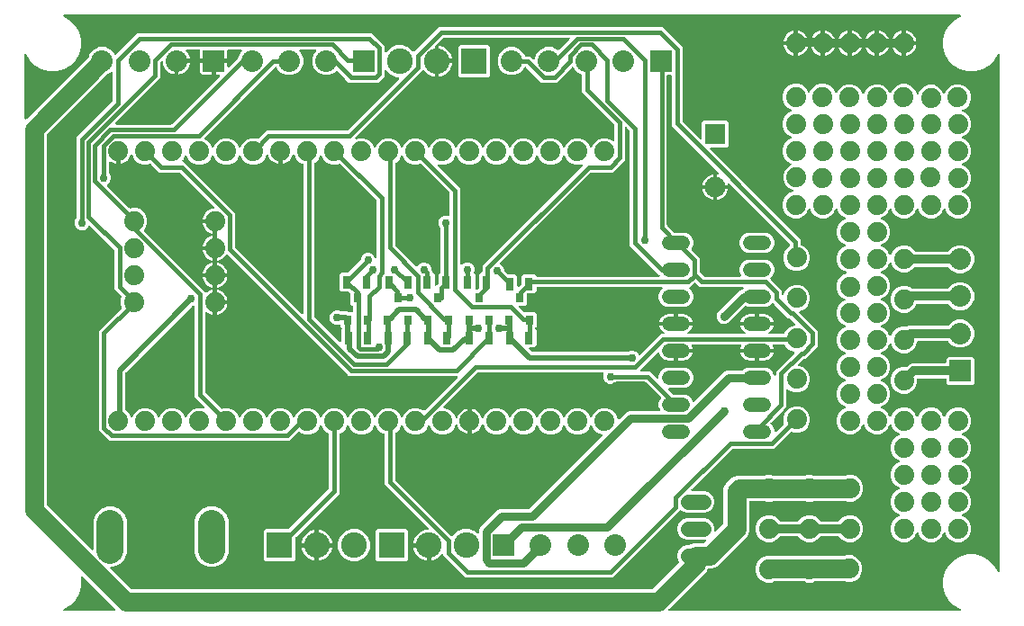
<source format=gbr>
G04 EAGLE Gerber RS-274X export*
G75*
%MOMM*%
%FSLAX34Y34*%
%LPD*%
%INTop Copper*%
%IPPOS*%
%AMOC8*
5,1,8,0,0,1.08239X$1,22.5*%
G01*
%ADD10C,1.879600*%
%ADD11R,2.032000X2.032000*%
%ADD12C,2.032000*%
%ADD13C,1.320800*%
%ADD14R,2.413000X2.413000*%
%ADD15C,2.413000*%
%ADD16R,0.800000X0.900000*%
%ADD17R,0.800000X1.200000*%
%ADD18C,1.422400*%
%ADD19C,1.930400*%
%ADD20R,1.930400X1.930400*%
%ADD21C,2.540000*%
%ADD22C,0.812800*%
%ADD23C,0.787400*%
%ADD24C,0.762000*%
%ADD25C,0.756400*%
%ADD26C,0.254000*%
%ADD27C,0.381000*%
%ADD28C,0.508000*%
%ADD29C,0.406400*%
%ADD30C,1.778000*%

G36*
X890843Y11434D02*
X890843Y11434D01*
X890865Y11432D01*
X890983Y11454D01*
X891101Y11471D01*
X891121Y11479D01*
X891142Y11483D01*
X891249Y11537D01*
X891358Y11587D01*
X891374Y11601D01*
X891394Y11610D01*
X891481Y11692D01*
X891572Y11770D01*
X891584Y11788D01*
X891600Y11803D01*
X891661Y11906D01*
X891727Y12006D01*
X891733Y12027D01*
X891744Y12045D01*
X891774Y12161D01*
X891809Y12276D01*
X891809Y12297D01*
X891815Y12318D01*
X891811Y12438D01*
X891813Y12558D01*
X891807Y12579D01*
X891806Y12600D01*
X891770Y12714D01*
X891738Y12830D01*
X891726Y12848D01*
X891720Y12868D01*
X891653Y12967D01*
X891590Y13070D01*
X891574Y13084D01*
X891561Y13102D01*
X891490Y13159D01*
X891380Y13259D01*
X891347Y13275D01*
X891321Y13295D01*
X885324Y16758D01*
X880358Y21724D01*
X876847Y27806D01*
X875029Y34589D01*
X875029Y41611D01*
X876847Y48394D01*
X880358Y54476D01*
X885324Y59442D01*
X891406Y62953D01*
X898189Y64771D01*
X905211Y64771D01*
X911994Y62953D01*
X918076Y59442D01*
X923042Y54476D01*
X926505Y48479D01*
X926518Y48462D01*
X926527Y48442D01*
X926605Y48351D01*
X926679Y48257D01*
X926696Y48244D01*
X926710Y48228D01*
X926811Y48162D01*
X926908Y48092D01*
X926928Y48085D01*
X926946Y48073D01*
X927061Y48038D01*
X927174Y47998D01*
X927195Y47997D01*
X927216Y47991D01*
X927336Y47989D01*
X927455Y47983D01*
X927476Y47987D01*
X927498Y47987D01*
X927613Y48019D01*
X927730Y48046D01*
X927749Y48057D01*
X927770Y48062D01*
X927872Y48125D01*
X927976Y48184D01*
X927991Y48199D01*
X928010Y48210D01*
X928090Y48299D01*
X928174Y48385D01*
X928184Y48404D01*
X928199Y48420D01*
X928251Y48528D01*
X928308Y48633D01*
X928312Y48654D01*
X928322Y48674D01*
X928336Y48764D01*
X928367Y48909D01*
X928364Y48946D01*
X928369Y48978D01*
X928369Y535222D01*
X928366Y535243D01*
X928368Y535265D01*
X928346Y535383D01*
X928329Y535501D01*
X928321Y535521D01*
X928317Y535542D01*
X928263Y535649D01*
X928213Y535758D01*
X928199Y535774D01*
X928190Y535794D01*
X928108Y535881D01*
X928030Y535972D01*
X928012Y535984D01*
X927997Y536000D01*
X927894Y536061D01*
X927794Y536127D01*
X927773Y536133D01*
X927755Y536144D01*
X927639Y536174D01*
X927524Y536209D01*
X927503Y536209D01*
X927482Y536215D01*
X927362Y536211D01*
X927242Y536213D01*
X927221Y536207D01*
X927200Y536206D01*
X927086Y536170D01*
X926970Y536138D01*
X926952Y536126D01*
X926932Y536120D01*
X926833Y536053D01*
X926730Y535990D01*
X926716Y535974D01*
X926698Y535961D01*
X926641Y535890D01*
X926541Y535780D01*
X926525Y535747D01*
X926505Y535721D01*
X923042Y529724D01*
X918076Y524758D01*
X911994Y521247D01*
X905211Y519429D01*
X898189Y519429D01*
X891406Y521247D01*
X885324Y524758D01*
X880358Y529724D01*
X876847Y535806D01*
X875029Y542589D01*
X875029Y549611D01*
X876847Y556394D01*
X880358Y562476D01*
X885324Y567442D01*
X891321Y570905D01*
X891338Y570918D01*
X891358Y570927D01*
X891449Y571005D01*
X891543Y571079D01*
X891556Y571096D01*
X891572Y571110D01*
X891638Y571211D01*
X891708Y571308D01*
X891715Y571328D01*
X891727Y571346D01*
X891762Y571461D01*
X891802Y571574D01*
X891803Y571595D01*
X891809Y571616D01*
X891811Y571736D01*
X891817Y571855D01*
X891813Y571876D01*
X891813Y571898D01*
X891781Y572013D01*
X891754Y572130D01*
X891743Y572149D01*
X891738Y572170D01*
X891675Y572272D01*
X891616Y572376D01*
X891601Y572391D01*
X891590Y572410D01*
X891501Y572490D01*
X891415Y572574D01*
X891396Y572584D01*
X891380Y572599D01*
X891272Y572651D01*
X891167Y572708D01*
X891146Y572712D01*
X891126Y572722D01*
X891036Y572736D01*
X890891Y572767D01*
X890854Y572764D01*
X890822Y572769D01*
X48978Y572769D01*
X48957Y572766D01*
X48935Y572768D01*
X48817Y572746D01*
X48699Y572729D01*
X48679Y572721D01*
X48658Y572717D01*
X48551Y572663D01*
X48442Y572613D01*
X48426Y572599D01*
X48406Y572590D01*
X48319Y572508D01*
X48228Y572430D01*
X48216Y572412D01*
X48200Y572397D01*
X48139Y572294D01*
X48073Y572194D01*
X48067Y572173D01*
X48056Y572155D01*
X48026Y572039D01*
X47991Y571924D01*
X47991Y571903D01*
X47985Y571882D01*
X47989Y571762D01*
X47987Y571642D01*
X47993Y571621D01*
X47994Y571600D01*
X48030Y571486D01*
X48062Y571370D01*
X48074Y571352D01*
X48080Y571332D01*
X48147Y571233D01*
X48210Y571130D01*
X48226Y571116D01*
X48239Y571098D01*
X48310Y571041D01*
X48420Y570941D01*
X48453Y570925D01*
X48479Y570905D01*
X54476Y567442D01*
X59442Y562476D01*
X62953Y556394D01*
X64771Y549611D01*
X64771Y542589D01*
X62953Y535806D01*
X59442Y529724D01*
X54476Y524758D01*
X48394Y521247D01*
X41611Y519429D01*
X34589Y519429D01*
X27806Y521247D01*
X21724Y524758D01*
X16758Y529724D01*
X13295Y535721D01*
X13282Y535738D01*
X13273Y535758D01*
X13195Y535849D01*
X13121Y535943D01*
X13104Y535956D01*
X13090Y535972D01*
X12989Y536038D01*
X12892Y536108D01*
X12872Y536115D01*
X12854Y536127D01*
X12739Y536162D01*
X12626Y536202D01*
X12605Y536203D01*
X12584Y536209D01*
X12464Y536211D01*
X12345Y536217D01*
X12324Y536213D01*
X12302Y536213D01*
X12187Y536181D01*
X12070Y536154D01*
X12051Y536143D01*
X12030Y536138D01*
X11928Y536075D01*
X11824Y536016D01*
X11809Y536001D01*
X11790Y535989D01*
X11710Y535901D01*
X11626Y535815D01*
X11616Y535796D01*
X11601Y535780D01*
X11549Y535672D01*
X11492Y535567D01*
X11488Y535546D01*
X11478Y535526D01*
X11464Y535436D01*
X11433Y535291D01*
X11436Y535254D01*
X11431Y535222D01*
X11431Y475421D01*
X11435Y475389D01*
X11433Y475357D01*
X11455Y475250D01*
X11471Y475142D01*
X11484Y475112D01*
X11490Y475081D01*
X11542Y474984D01*
X11587Y474885D01*
X11608Y474860D01*
X11623Y474832D01*
X11699Y474753D01*
X11770Y474671D01*
X11797Y474653D01*
X11820Y474630D01*
X11914Y474576D01*
X12006Y474516D01*
X12037Y474507D01*
X12065Y474491D01*
X12171Y474466D01*
X12276Y474434D01*
X12308Y474433D01*
X12339Y474426D01*
X12449Y474431D01*
X12558Y474430D01*
X12589Y474439D01*
X12621Y474440D01*
X12724Y474476D01*
X12830Y474505D01*
X12857Y474522D01*
X12888Y474533D01*
X12961Y474586D01*
X13070Y474653D01*
X13102Y474689D01*
X13137Y474714D01*
X13698Y475276D01*
X71928Y533506D01*
X71953Y533539D01*
X71984Y533567D01*
X72029Y533641D01*
X72098Y533732D01*
X72118Y533787D01*
X72145Y533830D01*
X73339Y536713D01*
X77054Y540428D01*
X81909Y542439D01*
X87164Y542439D01*
X92019Y540428D01*
X95734Y536713D01*
X96077Y535885D01*
X96138Y535783D01*
X96193Y535678D01*
X96209Y535661D01*
X96221Y535642D01*
X96308Y535561D01*
X96390Y535476D01*
X96410Y535464D01*
X96427Y535449D01*
X96532Y535395D01*
X96636Y535337D01*
X96658Y535331D01*
X96678Y535321D01*
X96794Y535299D01*
X96910Y535272D01*
X96933Y535273D01*
X96955Y535269D01*
X97073Y535280D01*
X97192Y535286D01*
X97213Y535294D01*
X97236Y535296D01*
X97346Y535340D01*
X97458Y535379D01*
X97476Y535391D01*
X97498Y535400D01*
X97645Y535515D01*
X97707Y535560D01*
X117709Y555562D01*
X337967Y555562D01*
X349632Y543897D01*
X349632Y538412D01*
X349636Y538380D01*
X349634Y538348D01*
X349656Y538241D01*
X349672Y538133D01*
X349685Y538103D01*
X349691Y538072D01*
X349743Y537975D01*
X349788Y537876D01*
X349809Y537851D01*
X349824Y537823D01*
X349900Y537745D01*
X349971Y537662D01*
X349998Y537644D01*
X350021Y537621D01*
X350116Y537567D01*
X350207Y537507D01*
X350238Y537498D01*
X350266Y537482D01*
X350373Y537457D01*
X350477Y537425D01*
X350509Y537424D01*
X350540Y537417D01*
X350650Y537422D01*
X350759Y537421D01*
X350790Y537430D01*
X350822Y537431D01*
X350925Y537467D01*
X351031Y537496D01*
X351058Y537513D01*
X351089Y537524D01*
X351162Y537577D01*
X351271Y537644D01*
X351303Y537680D01*
X351338Y537705D01*
X355675Y542043D01*
X361230Y544344D01*
X367243Y544344D01*
X372798Y542043D01*
X376535Y538306D01*
X376586Y538268D01*
X376631Y538222D01*
X376698Y538183D01*
X376760Y538137D01*
X376821Y538114D01*
X376877Y538083D01*
X376952Y538065D01*
X377024Y538037D01*
X377088Y538032D01*
X377151Y538018D01*
X377228Y538022D01*
X377306Y538016D01*
X377368Y538029D01*
X377433Y538032D01*
X377506Y538057D01*
X377582Y538073D01*
X377638Y538103D01*
X377699Y538124D01*
X377756Y538166D01*
X377831Y538206D01*
X377891Y538265D01*
X377948Y538306D01*
X379431Y539789D01*
X379431Y539790D01*
X401046Y561404D01*
X611080Y561404D01*
X630048Y542437D01*
X630048Y472747D01*
X630061Y472652D01*
X630066Y472556D01*
X630081Y472513D01*
X630088Y472468D01*
X630127Y472380D01*
X630159Y472289D01*
X630184Y472255D01*
X630204Y472211D01*
X630287Y472113D01*
X630340Y472040D01*
X646432Y455949D01*
X646457Y455930D01*
X646478Y455905D01*
X646570Y455845D01*
X646657Y455780D01*
X646687Y455768D01*
X646714Y455751D01*
X646819Y455719D01*
X646921Y455680D01*
X646953Y455678D01*
X646984Y455668D01*
X647093Y455667D01*
X647202Y455658D01*
X647234Y455665D01*
X647266Y455665D01*
X647372Y455694D01*
X647478Y455716D01*
X647507Y455731D01*
X647538Y455740D01*
X647631Y455797D01*
X647727Y455848D01*
X647750Y455871D01*
X647778Y455888D01*
X647851Y455969D01*
X647929Y456045D01*
X647945Y456073D01*
X647967Y456097D01*
X648015Y456195D01*
X648068Y456291D01*
X648076Y456322D01*
X648090Y456351D01*
X648104Y456440D01*
X648133Y456565D01*
X648131Y456614D01*
X648137Y456656D01*
X648137Y471486D01*
X649923Y473272D01*
X671753Y473272D01*
X673539Y471486D01*
X673539Y449656D01*
X671753Y447871D01*
X656923Y447871D01*
X656891Y447866D01*
X656858Y447868D01*
X656752Y447846D01*
X656643Y447831D01*
X656614Y447817D01*
X656582Y447811D01*
X656486Y447759D01*
X656386Y447714D01*
X656362Y447694D01*
X656333Y447678D01*
X656255Y447602D01*
X656172Y447531D01*
X656154Y447504D01*
X656131Y447482D01*
X656078Y447387D01*
X656018Y447295D01*
X656008Y447264D01*
X655992Y447236D01*
X655967Y447130D01*
X655935Y447025D01*
X655935Y446993D01*
X655927Y446962D01*
X655933Y446852D01*
X655931Y446743D01*
X655940Y446712D01*
X655942Y446680D01*
X655978Y446577D01*
X656007Y446472D01*
X656024Y446444D01*
X656034Y446414D01*
X656087Y446341D01*
X656155Y446232D01*
X656191Y446199D01*
X656216Y446165D01*
X741046Y361335D01*
X741046Y356809D01*
X741047Y356800D01*
X741046Y356790D01*
X741067Y356660D01*
X741086Y356530D01*
X741089Y356521D01*
X741091Y356512D01*
X741148Y356392D01*
X741202Y356273D01*
X741208Y356266D01*
X741212Y356257D01*
X741300Y356158D01*
X741385Y356059D01*
X741393Y356053D01*
X741399Y356046D01*
X741465Y356006D01*
X741621Y355904D01*
X741644Y355897D01*
X741663Y355886D01*
X744565Y354684D01*
X748066Y351182D01*
X749961Y346608D01*
X749961Y341656D01*
X748066Y337081D01*
X744565Y333580D01*
X739990Y331685D01*
X735039Y331685D01*
X730464Y333580D01*
X726963Y337081D01*
X725068Y341656D01*
X725068Y346608D01*
X726963Y351182D01*
X730464Y354684D01*
X730521Y354708D01*
X730530Y354712D01*
X730539Y354715D01*
X730651Y354784D01*
X730764Y354851D01*
X730771Y354858D01*
X730779Y354863D01*
X730867Y354961D01*
X730957Y355057D01*
X730961Y355065D01*
X730968Y355072D01*
X731025Y355191D01*
X731085Y355308D01*
X731087Y355318D01*
X731091Y355326D01*
X731103Y355402D01*
X731137Y355585D01*
X731135Y355609D01*
X731138Y355631D01*
X731138Y356817D01*
X731125Y356912D01*
X731120Y357008D01*
X731105Y357051D01*
X731098Y357096D01*
X731059Y357184D01*
X731027Y357275D01*
X731002Y357309D01*
X730982Y357353D01*
X730899Y357451D01*
X730846Y357524D01*
X674489Y413880D01*
X674401Y413947D01*
X674317Y414018D01*
X674288Y414031D01*
X674263Y414050D01*
X674160Y414089D01*
X674059Y414134D01*
X674029Y414138D01*
X674000Y414149D01*
X673890Y414158D01*
X673780Y414173D01*
X673749Y414169D01*
X673718Y414171D01*
X673610Y414148D01*
X673501Y414133D01*
X673473Y414120D01*
X673442Y414113D01*
X673345Y414061D01*
X673244Y414016D01*
X673221Y413996D01*
X673193Y413981D01*
X673114Y413904D01*
X673031Y413832D01*
X673014Y413806D01*
X672991Y413784D01*
X672937Y413688D01*
X672877Y413596D01*
X672868Y413566D01*
X672852Y413539D01*
X672827Y413431D01*
X672795Y413326D01*
X672795Y413296D01*
X672787Y413264D01*
X672795Y413107D01*
X672795Y413017D01*
X672866Y412570D01*
X662837Y412570D01*
X662837Y422599D01*
X663284Y422529D01*
X663395Y422527D01*
X663505Y422518D01*
X663535Y422525D01*
X663566Y422524D01*
X663673Y422553D01*
X663781Y422576D01*
X663808Y422590D01*
X663838Y422599D01*
X663932Y422656D01*
X664030Y422708D01*
X664052Y422730D01*
X664079Y422746D01*
X664153Y422828D01*
X664232Y422905D01*
X664247Y422932D01*
X664268Y422955D01*
X664317Y423054D01*
X664371Y423150D01*
X664378Y423181D01*
X664392Y423209D01*
X664410Y423317D01*
X664436Y423425D01*
X664434Y423456D01*
X664440Y423487D01*
X664427Y423596D01*
X664422Y423707D01*
X664411Y423736D01*
X664408Y423767D01*
X664365Y423869D01*
X664329Y423973D01*
X664312Y423997D01*
X664299Y424027D01*
X664200Y424150D01*
X664147Y424222D01*
X623335Y465035D01*
X620140Y468229D01*
X620140Y515023D01*
X620131Y515086D01*
X620132Y515150D01*
X620111Y515225D01*
X620100Y515302D01*
X620074Y515360D01*
X620057Y515422D01*
X620016Y515488D01*
X619984Y515559D01*
X619942Y515607D01*
X619909Y515662D01*
X619851Y515714D01*
X619801Y515773D01*
X619747Y515808D01*
X619699Y515851D01*
X619630Y515885D01*
X619565Y515927D01*
X619503Y515946D01*
X619446Y515974D01*
X619376Y515985D01*
X619295Y516010D01*
X619210Y516011D01*
X619141Y516022D01*
X616442Y516022D01*
X616378Y516013D01*
X616314Y516014D01*
X616239Y515993D01*
X616163Y515982D01*
X616104Y515956D01*
X616042Y515938D01*
X615976Y515898D01*
X615906Y515866D01*
X615857Y515824D01*
X615802Y515790D01*
X615750Y515733D01*
X615692Y515682D01*
X615656Y515629D01*
X615613Y515581D01*
X615580Y515511D01*
X615537Y515446D01*
X615518Y515385D01*
X615490Y515327D01*
X615479Y515258D01*
X615455Y515177D01*
X615454Y515092D01*
X615443Y515023D01*
X615443Y374893D01*
X615456Y374798D01*
X615461Y374702D01*
X615476Y374659D01*
X615483Y374614D01*
X615522Y374527D01*
X615554Y374436D01*
X615579Y374401D01*
X615599Y374357D01*
X615682Y374260D01*
X615735Y374187D01*
X621906Y368017D01*
X621982Y367959D01*
X622054Y367894D01*
X622095Y367875D01*
X622131Y367847D01*
X622221Y367813D01*
X622308Y367771D01*
X622350Y367765D01*
X622395Y367748D01*
X622523Y367738D01*
X622612Y367724D01*
X632426Y367724D01*
X635973Y366254D01*
X638689Y363539D01*
X640158Y359991D01*
X640158Y356151D01*
X638682Y352587D01*
X638672Y352574D01*
X638626Y352529D01*
X638588Y352461D01*
X638541Y352400D01*
X638518Y352339D01*
X638487Y352283D01*
X638469Y352208D01*
X638442Y352136D01*
X638437Y352072D01*
X638422Y352009D01*
X638426Y351931D01*
X638420Y351854D01*
X638433Y351792D01*
X638436Y351727D01*
X638461Y351654D01*
X638477Y351578D01*
X638507Y351522D01*
X638529Y351461D01*
X638570Y351404D01*
X638610Y351329D01*
X638669Y351269D01*
X638710Y351212D01*
X646113Y343809D01*
X646113Y331078D01*
X646127Y330983D01*
X646132Y330887D01*
X646147Y330844D01*
X646153Y330799D01*
X646193Y330712D01*
X646224Y330621D01*
X646249Y330586D01*
X646269Y330542D01*
X646352Y330445D01*
X646406Y330372D01*
X647866Y328911D01*
X647867Y328911D01*
X650221Y326556D01*
X650298Y326499D01*
X650369Y326434D01*
X650410Y326414D01*
X650447Y326387D01*
X650537Y326353D01*
X650623Y326311D01*
X650665Y326305D01*
X650711Y326288D01*
X650838Y326278D01*
X650928Y326264D01*
X684208Y326264D01*
X684325Y326280D01*
X684443Y326292D01*
X684465Y326300D01*
X684487Y326304D01*
X684595Y326352D01*
X684705Y326396D01*
X684723Y326410D01*
X684744Y326420D01*
X684834Y326497D01*
X684928Y326570D01*
X684941Y326588D01*
X684958Y326603D01*
X685023Y326702D01*
X685093Y326799D01*
X685100Y326820D01*
X685113Y326839D01*
X685148Y326953D01*
X685187Y327064D01*
X685189Y327087D01*
X685195Y327109D01*
X685197Y327227D01*
X685204Y327346D01*
X685199Y327367D01*
X685199Y327391D01*
X685149Y327570D01*
X685131Y327645D01*
X683845Y330751D01*
X683845Y334591D01*
X685314Y338139D01*
X688030Y340854D01*
X691577Y342324D01*
X708626Y342324D01*
X712173Y340854D01*
X714889Y338139D01*
X716358Y334591D01*
X716358Y330751D01*
X714889Y327203D01*
X712878Y325193D01*
X712840Y325142D01*
X712794Y325097D01*
X712756Y325029D01*
X712709Y324967D01*
X712686Y324907D01*
X712655Y324851D01*
X712637Y324776D01*
X712610Y324704D01*
X712605Y324640D01*
X712590Y324577D01*
X712594Y324499D01*
X712588Y324422D01*
X712601Y324359D01*
X712604Y324295D01*
X712629Y324222D01*
X712645Y324146D01*
X712676Y324089D01*
X712697Y324029D01*
X712738Y323972D01*
X712778Y323897D01*
X712837Y323837D01*
X712878Y323780D01*
X713589Y323069D01*
X723520Y313138D01*
X723520Y309794D01*
X723532Y309708D01*
X723535Y309622D01*
X723552Y309569D01*
X723560Y309515D01*
X723595Y309436D01*
X723622Y309353D01*
X723653Y309308D01*
X723676Y309258D01*
X723732Y309192D01*
X723781Y309120D01*
X723823Y309086D01*
X723859Y309044D01*
X723932Y308996D01*
X723999Y308941D01*
X724049Y308919D01*
X724095Y308889D01*
X724178Y308864D01*
X724258Y308830D01*
X724312Y308823D01*
X724365Y308807D01*
X724452Y308806D01*
X724538Y308795D01*
X724592Y308804D01*
X724647Y308803D01*
X724731Y308826D01*
X724816Y308840D01*
X724866Y308864D01*
X724919Y308878D01*
X724993Y308924D01*
X725071Y308961D01*
X725112Y308998D01*
X725159Y309027D01*
X725217Y309091D01*
X725282Y309149D01*
X725308Y309192D01*
X725348Y309236D01*
X725397Y309338D01*
X725442Y309412D01*
X726963Y313082D01*
X730464Y316584D01*
X735039Y318479D01*
X739990Y318479D01*
X744565Y316584D01*
X748066Y313082D01*
X749961Y308508D01*
X749961Y303556D01*
X748066Y298981D01*
X744565Y295480D01*
X740453Y293777D01*
X740351Y293717D01*
X740247Y293661D01*
X740230Y293645D01*
X740211Y293633D01*
X740130Y293547D01*
X740045Y293464D01*
X740033Y293444D01*
X740018Y293428D01*
X739964Y293322D01*
X739906Y293219D01*
X739900Y293197D01*
X739890Y293176D01*
X739868Y293060D01*
X739841Y292944D01*
X739842Y292922D01*
X739838Y292899D01*
X739849Y292782D01*
X739855Y292663D01*
X739863Y292641D01*
X739865Y292618D01*
X739909Y292509D01*
X739948Y292396D01*
X739960Y292379D01*
X739969Y292357D01*
X740084Y292209D01*
X740129Y292147D01*
X757111Y275165D01*
X757111Y260838D01*
X745446Y249173D01*
X744400Y249173D01*
X744305Y249160D01*
X744209Y249155D01*
X744166Y249140D01*
X744121Y249133D01*
X744033Y249094D01*
X743942Y249062D01*
X743908Y249037D01*
X743864Y249017D01*
X743766Y248934D01*
X743693Y248881D01*
X738797Y243984D01*
X738778Y243959D01*
X738753Y243938D01*
X738693Y243846D01*
X738628Y243759D01*
X738616Y243729D01*
X738599Y243702D01*
X738567Y243597D01*
X738528Y243495D01*
X738526Y243463D01*
X738516Y243432D01*
X738515Y243323D01*
X738506Y243214D01*
X738513Y243182D01*
X738513Y243150D01*
X738542Y243045D01*
X738564Y242938D01*
X738579Y242909D01*
X738588Y242878D01*
X738645Y242785D01*
X738697Y242689D01*
X738719Y242666D01*
X738736Y242638D01*
X738817Y242565D01*
X738893Y242487D01*
X738921Y242471D01*
X738945Y242449D01*
X739044Y242402D01*
X739139Y242348D01*
X739170Y242340D01*
X739199Y242326D01*
X739288Y242312D01*
X739413Y242283D01*
X739462Y242285D01*
X739504Y242279D01*
X739990Y242279D01*
X744565Y240384D01*
X748066Y236882D01*
X749961Y232308D01*
X749961Y227356D01*
X748066Y222781D01*
X744565Y219280D01*
X739990Y217385D01*
X735039Y217385D01*
X730464Y219280D01*
X729607Y220137D01*
X729581Y220156D01*
X729560Y220181D01*
X729469Y220241D01*
X729382Y220306D01*
X729351Y220318D01*
X729324Y220335D01*
X729220Y220367D01*
X729118Y220406D01*
X729085Y220408D01*
X729055Y220418D01*
X728945Y220419D01*
X728836Y220428D01*
X728805Y220421D01*
X728773Y220421D01*
X728667Y220392D01*
X728560Y220370D01*
X728532Y220355D01*
X728501Y220346D01*
X728408Y220289D01*
X728311Y220237D01*
X728288Y220215D01*
X728261Y220198D01*
X728188Y220117D01*
X728109Y220041D01*
X728093Y220013D01*
X728072Y219989D01*
X728024Y219891D01*
X727970Y219795D01*
X727963Y219764D01*
X727949Y219735D01*
X727935Y219645D01*
X727905Y219521D01*
X727908Y219472D01*
X727901Y219430D01*
X727901Y203879D01*
X724707Y200684D01*
X713032Y189009D01*
X712995Y188960D01*
X712992Y188958D01*
X712991Y188956D01*
X712947Y188913D01*
X712909Y188846D01*
X712862Y188784D01*
X712841Y188726D01*
X712838Y188722D01*
X712837Y188718D01*
X712808Y188668D01*
X712790Y188592D01*
X712763Y188520D01*
X712758Y188461D01*
X712756Y188452D01*
X712756Y188445D01*
X712743Y188393D01*
X712747Y188316D01*
X712741Y188238D01*
X712752Y188186D01*
X712752Y188170D01*
X712755Y188158D01*
X712758Y188111D01*
X712783Y188038D01*
X712799Y187962D01*
X712821Y187921D01*
X712827Y187898D01*
X712837Y187882D01*
X712850Y187845D01*
X712891Y187788D01*
X712931Y187713D01*
X712958Y187685D01*
X712975Y187658D01*
X713008Y187629D01*
X713032Y187596D01*
X714889Y185739D01*
X716358Y182191D01*
X716358Y181010D01*
X716363Y180978D01*
X716360Y180946D01*
X716383Y180839D01*
X716398Y180731D01*
X716411Y180701D01*
X716418Y180670D01*
X716469Y180573D01*
X716514Y180474D01*
X716535Y180449D01*
X716550Y180421D01*
X716627Y180342D01*
X716698Y180259D01*
X716725Y180242D01*
X716747Y180219D01*
X716842Y180165D01*
X716934Y180105D01*
X716964Y180095D01*
X716993Y180080D01*
X717099Y180054D01*
X717203Y180022D01*
X717235Y180022D01*
X717267Y180015D01*
X717376Y180020D01*
X717485Y180019D01*
X717516Y180027D01*
X717549Y180029D01*
X717652Y180065D01*
X717757Y180094D01*
X717785Y180111D01*
X717815Y180121D01*
X717888Y180175D01*
X717997Y180242D01*
X718030Y180278D01*
X718064Y180303D01*
X725166Y187406D01*
X725172Y187413D01*
X725180Y187419D01*
X725257Y187526D01*
X725336Y187631D01*
X725339Y187640D01*
X725345Y187648D01*
X725389Y187771D01*
X725435Y187895D01*
X725436Y187905D01*
X725439Y187913D01*
X725447Y188045D01*
X725457Y188176D01*
X725455Y188185D01*
X725456Y188195D01*
X725437Y188270D01*
X725399Y188452D01*
X725388Y188474D01*
X725383Y188495D01*
X725068Y189256D01*
X725068Y194208D01*
X726963Y198782D01*
X730464Y202284D01*
X735039Y204179D01*
X739990Y204179D01*
X744565Y202284D01*
X748066Y198782D01*
X749961Y194208D01*
X749961Y189256D01*
X748066Y184681D01*
X744565Y181180D01*
X739990Y179285D01*
X735039Y179285D01*
X732840Y180196D01*
X732831Y180198D01*
X732823Y180203D01*
X732694Y180233D01*
X732567Y180266D01*
X732558Y180266D01*
X732548Y180268D01*
X732416Y180261D01*
X732285Y180257D01*
X732276Y180254D01*
X732267Y180253D01*
X732142Y180210D01*
X732017Y180169D01*
X732009Y180164D01*
X732000Y180161D01*
X731938Y180116D01*
X731784Y180010D01*
X731769Y179992D01*
X731751Y179979D01*
X716236Y164464D01*
X677217Y164464D01*
X677122Y164451D01*
X677026Y164446D01*
X676983Y164431D01*
X676938Y164424D01*
X676850Y164385D01*
X676759Y164353D01*
X676725Y164328D01*
X676681Y164308D01*
X676583Y164225D01*
X676510Y164172D01*
X638505Y126167D01*
X638486Y126141D01*
X638461Y126120D01*
X638401Y126028D01*
X638336Y125941D01*
X638325Y125911D01*
X638307Y125884D01*
X638275Y125779D01*
X638236Y125677D01*
X638234Y125645D01*
X638224Y125614D01*
X638223Y125505D01*
X638215Y125396D01*
X638221Y125364D01*
X638221Y125332D01*
X638250Y125227D01*
X638272Y125120D01*
X638287Y125091D01*
X638296Y125060D01*
X638353Y124967D01*
X638405Y124871D01*
X638427Y124848D01*
X638444Y124820D01*
X638525Y124747D01*
X638601Y124669D01*
X638629Y124653D01*
X638653Y124631D01*
X638752Y124584D01*
X638847Y124530D01*
X638878Y124522D01*
X638907Y124508D01*
X638996Y124494D01*
X639121Y124465D01*
X639170Y124467D01*
X639212Y124461D01*
X651753Y124461D01*
X655488Y122914D01*
X658346Y120056D01*
X659893Y116321D01*
X659893Y112279D01*
X658346Y108544D01*
X655488Y105686D01*
X651753Y104139D01*
X633487Y104139D01*
X629752Y105686D01*
X628977Y106462D01*
X628925Y106500D01*
X628880Y106546D01*
X628813Y106585D01*
X628751Y106631D01*
X628691Y106654D01*
X628635Y106686D01*
X628560Y106703D01*
X628487Y106731D01*
X628423Y106736D01*
X628361Y106750D01*
X628283Y106747D01*
X628206Y106752D01*
X628143Y106739D01*
X628079Y106736D01*
X628006Y106711D01*
X627930Y106695D01*
X627873Y106665D01*
X627812Y106644D01*
X627756Y106602D01*
X627681Y106562D01*
X627620Y106503D01*
X627563Y106462D01*
X625393Y104291D01*
X564344Y43243D01*
X425875Y43243D01*
X405447Y63671D01*
X405447Y64368D01*
X405431Y64477D01*
X405422Y64587D01*
X405411Y64616D01*
X405407Y64647D01*
X405361Y64748D01*
X405322Y64851D01*
X405304Y64876D01*
X405291Y64904D01*
X405219Y64988D01*
X405153Y65076D01*
X405128Y65095D01*
X405107Y65119D01*
X405015Y65179D01*
X404927Y65245D01*
X404897Y65256D01*
X404871Y65273D01*
X404766Y65305D01*
X404662Y65344D01*
X404631Y65346D01*
X404602Y65355D01*
X404492Y65357D01*
X404381Y65365D01*
X404351Y65359D01*
X404320Y65359D01*
X404213Y65330D01*
X404105Y65307D01*
X404078Y65292D01*
X404048Y65284D01*
X403954Y65226D01*
X403857Y65174D01*
X403836Y65153D01*
X403808Y65136D01*
X403702Y65019D01*
X403639Y64955D01*
X402847Y63866D01*
X401222Y62240D01*
X399362Y60889D01*
X397314Y59845D01*
X395127Y59135D01*
X393706Y58910D01*
X393706Y72381D01*
X393697Y72444D01*
X393698Y72509D01*
X393677Y72583D01*
X393666Y72660D01*
X393640Y72718D01*
X393623Y72780D01*
X393582Y72846D01*
X393550Y72917D01*
X393508Y72966D01*
X393475Y73020D01*
X393417Y73072D01*
X393367Y73131D01*
X393313Y73166D01*
X393265Y73209D01*
X393196Y73243D01*
X393131Y73286D01*
X393069Y73304D01*
X393011Y73332D01*
X392942Y73343D01*
X392861Y73368D01*
X392776Y73369D01*
X392707Y73380D01*
X391706Y73380D01*
X391706Y74381D01*
X391697Y74444D01*
X391698Y74509D01*
X391677Y74583D01*
X391666Y74660D01*
X391640Y74718D01*
X391623Y74781D01*
X391582Y74847D01*
X391550Y74917D01*
X391508Y74966D01*
X391474Y75020D01*
X391417Y75072D01*
X391367Y75131D01*
X391313Y75166D01*
X391265Y75210D01*
X391196Y75243D01*
X391131Y75286D01*
X391069Y75305D01*
X391011Y75333D01*
X390942Y75343D01*
X390861Y75368D01*
X390776Y75369D01*
X390707Y75380D01*
X377236Y75380D01*
X377461Y76801D01*
X378171Y78987D01*
X379215Y81036D01*
X380566Y82896D01*
X382192Y84521D01*
X384052Y85873D01*
X386100Y86917D01*
X388287Y87627D01*
X390569Y87988D01*
X390660Y88016D01*
X390753Y88036D01*
X390794Y88058D01*
X390839Y88071D01*
X390918Y88124D01*
X391002Y88168D01*
X391035Y88201D01*
X391074Y88226D01*
X391136Y88299D01*
X391204Y88365D01*
X391227Y88406D01*
X391257Y88441D01*
X391296Y88528D01*
X391343Y88610D01*
X391354Y88656D01*
X391373Y88698D01*
X391386Y88792D01*
X391408Y88885D01*
X391406Y88931D01*
X391412Y88978D01*
X391398Y89072D01*
X391394Y89167D01*
X391378Y89211D01*
X391372Y89257D01*
X391332Y89343D01*
X391301Y89433D01*
X391275Y89468D01*
X391255Y89513D01*
X391172Y89609D01*
X391119Y89682D01*
X349948Y130854D01*
X349948Y177503D01*
X349946Y177513D01*
X349948Y177522D01*
X349927Y177652D01*
X349908Y177783D01*
X349904Y177791D01*
X349903Y177800D01*
X349846Y177920D01*
X349792Y178039D01*
X349786Y178047D01*
X349782Y178055D01*
X349694Y178154D01*
X349608Y178254D01*
X349600Y178259D01*
X349594Y178266D01*
X349529Y178306D01*
X349372Y178408D01*
X349349Y178415D01*
X349331Y178426D01*
X346681Y179524D01*
X343180Y183025D01*
X341955Y185983D01*
X341939Y186010D01*
X341929Y186041D01*
X341867Y186131D01*
X341811Y186225D01*
X341788Y186247D01*
X341770Y186274D01*
X341685Y186344D01*
X341606Y186418D01*
X341577Y186433D01*
X341552Y186453D01*
X341452Y186497D01*
X341354Y186546D01*
X341323Y186552D01*
X341293Y186565D01*
X341185Y186578D01*
X341077Y186598D01*
X341045Y186595D01*
X341013Y186599D01*
X340905Y186582D01*
X340796Y186571D01*
X340767Y186559D01*
X340735Y186554D01*
X340636Y186507D01*
X340535Y186467D01*
X340509Y186447D01*
X340480Y186433D01*
X340398Y186361D01*
X340312Y186293D01*
X340293Y186267D01*
X340269Y186246D01*
X340222Y186169D01*
X340147Y186065D01*
X340131Y186019D01*
X340109Y185983D01*
X338884Y183025D01*
X335382Y179524D01*
X330808Y177629D01*
X325856Y177629D01*
X321281Y179524D01*
X317780Y183025D01*
X316555Y185983D01*
X316539Y186010D01*
X316529Y186041D01*
X316467Y186131D01*
X316411Y186225D01*
X316388Y186247D01*
X316370Y186274D01*
X316285Y186344D01*
X316206Y186418D01*
X316177Y186433D01*
X316152Y186453D01*
X316052Y186497D01*
X315954Y186546D01*
X315923Y186552D01*
X315893Y186565D01*
X315785Y186578D01*
X315677Y186598D01*
X315645Y186595D01*
X315613Y186599D01*
X315505Y186582D01*
X315396Y186571D01*
X315367Y186559D01*
X315335Y186554D01*
X315236Y186507D01*
X315135Y186467D01*
X315109Y186447D01*
X315080Y186433D01*
X314998Y186361D01*
X314912Y186293D01*
X314893Y186267D01*
X314869Y186246D01*
X314822Y186169D01*
X314747Y186065D01*
X314731Y186019D01*
X314709Y185983D01*
X313484Y183025D01*
X309982Y179524D01*
X307894Y178659D01*
X307886Y178654D01*
X307877Y178652D01*
X307764Y178582D01*
X307651Y178515D01*
X307645Y178508D01*
X307637Y178503D01*
X307548Y178405D01*
X307458Y178310D01*
X307454Y178301D01*
X307448Y178294D01*
X307390Y178176D01*
X307331Y178058D01*
X307329Y178049D01*
X307325Y178040D01*
X307313Y177964D01*
X307278Y177781D01*
X307281Y177757D01*
X307277Y177736D01*
X307277Y122091D01*
X266713Y81527D01*
X266656Y81450D01*
X266591Y81378D01*
X266571Y81338D01*
X266544Y81301D01*
X266510Y81211D01*
X266468Y81125D01*
X266462Y81083D01*
X266445Y81037D01*
X266435Y80910D01*
X266421Y80820D01*
X266421Y60053D01*
X264635Y58267D01*
X237979Y58267D01*
X236193Y60053D01*
X236193Y86709D01*
X237979Y88495D01*
X259256Y88495D01*
X259351Y88508D01*
X259447Y88513D01*
X259490Y88528D01*
X259535Y88534D01*
X259623Y88574D01*
X259714Y88606D01*
X259748Y88631D01*
X259792Y88651D01*
X259890Y88734D01*
X259963Y88787D01*
X297077Y125902D01*
X297135Y125979D01*
X297199Y126050D01*
X297219Y126091D01*
X297246Y126127D01*
X297280Y126217D01*
X297322Y126304D01*
X297329Y126346D01*
X297346Y126391D01*
X297356Y126519D01*
X297370Y126608D01*
X297370Y178240D01*
X297368Y178249D01*
X297370Y178259D01*
X297349Y178389D01*
X297330Y178519D01*
X297326Y178528D01*
X297325Y178537D01*
X297268Y178656D01*
X297214Y178776D01*
X297208Y178783D01*
X297204Y178792D01*
X297116Y178890D01*
X297030Y178990D01*
X297022Y178995D01*
X297016Y179002D01*
X296951Y179042D01*
X296794Y179145D01*
X296771Y179152D01*
X296753Y179163D01*
X295881Y179524D01*
X292380Y183025D01*
X291155Y185983D01*
X291139Y186011D01*
X291129Y186041D01*
X291067Y186131D01*
X291011Y186225D01*
X290988Y186247D01*
X290970Y186274D01*
X290885Y186344D01*
X290806Y186418D01*
X290777Y186433D01*
X290752Y186453D01*
X290652Y186497D01*
X290554Y186546D01*
X290523Y186552D01*
X290493Y186565D01*
X290385Y186578D01*
X290277Y186599D01*
X290245Y186595D01*
X290213Y186599D01*
X290105Y186582D01*
X289996Y186571D01*
X289967Y186559D01*
X289935Y186554D01*
X289836Y186507D01*
X289735Y186467D01*
X289709Y186447D01*
X289680Y186433D01*
X289598Y186360D01*
X289512Y186293D01*
X289493Y186267D01*
X289469Y186246D01*
X289422Y186168D01*
X289347Y186065D01*
X289331Y186019D01*
X289309Y185983D01*
X288084Y183025D01*
X284582Y179524D01*
X280008Y177629D01*
X275056Y177629D01*
X270481Y179524D01*
X270106Y179899D01*
X270055Y179938D01*
X270010Y179984D01*
X269942Y180022D01*
X269881Y180069D01*
X269820Y180091D01*
X269764Y180123D01*
X269689Y180141D01*
X269617Y180168D01*
X269553Y180173D01*
X269490Y180188D01*
X269413Y180184D01*
X269335Y180190D01*
X269273Y180177D01*
X269208Y180174D01*
X269135Y180148D01*
X269059Y180132D01*
X269003Y180102D01*
X268942Y180081D01*
X268885Y180040D01*
X268810Y180000D01*
X268750Y179941D01*
X268693Y179899D01*
X260560Y171767D01*
X91420Y171767D01*
X81216Y181971D01*
X81216Y275165D01*
X102547Y296497D01*
X102553Y296504D01*
X102560Y296510D01*
X102638Y296617D01*
X102717Y296722D01*
X102720Y296731D01*
X102725Y296739D01*
X102769Y296863D01*
X102816Y296986D01*
X102817Y296996D01*
X102820Y297005D01*
X102828Y297136D01*
X102838Y297268D01*
X102836Y297277D01*
X102836Y297286D01*
X102826Y297329D01*
X102826Y297344D01*
X102808Y297411D01*
X102780Y297544D01*
X102769Y297565D01*
X102764Y297586D01*
X101853Y299784D01*
X101853Y304736D01*
X102801Y307024D01*
X102803Y307033D01*
X102808Y307041D01*
X102839Y307170D01*
X102871Y307297D01*
X102871Y307306D01*
X102873Y307316D01*
X102866Y307448D01*
X102862Y307579D01*
X102859Y307588D01*
X102859Y307597D01*
X102815Y307722D01*
X102775Y307847D01*
X102769Y307855D01*
X102766Y307864D01*
X102721Y307926D01*
X102616Y308080D01*
X102597Y308095D01*
X102584Y308113D01*
X95821Y314877D01*
X95821Y350975D01*
X95807Y351070D01*
X95802Y351166D01*
X95787Y351209D01*
X95781Y351254D01*
X95741Y351342D01*
X95710Y351433D01*
X95685Y351467D01*
X95665Y351511D01*
X95581Y351609D01*
X95528Y351682D01*
X73378Y373832D01*
X73283Y373903D01*
X73192Y373978D01*
X73171Y373987D01*
X73153Y374001D01*
X73042Y374043D01*
X72933Y374090D01*
X72910Y374092D01*
X72889Y374100D01*
X72770Y374110D01*
X72653Y374124D01*
X72630Y374120D01*
X72608Y374122D01*
X72492Y374098D01*
X72374Y374079D01*
X72354Y374069D01*
X72332Y374065D01*
X72227Y374009D01*
X72120Y373958D01*
X72103Y373943D01*
X72083Y373932D01*
X71998Y373850D01*
X71909Y373771D01*
X71898Y373752D01*
X71880Y373735D01*
X71789Y373573D01*
X71748Y373507D01*
X71513Y372940D01*
X69592Y371018D01*
X67081Y369978D01*
X64364Y369978D01*
X61853Y371018D01*
X59932Y372940D01*
X58892Y375450D01*
X58892Y378168D01*
X59932Y380678D01*
X60476Y381223D01*
X60534Y381299D01*
X60598Y381371D01*
X60618Y381412D01*
X60645Y381448D01*
X60679Y381538D01*
X60721Y381625D01*
X60728Y381667D01*
X60745Y381712D01*
X60755Y381840D01*
X60769Y381929D01*
X60769Y457728D01*
X94068Y491027D01*
X94125Y491104D01*
X94190Y491175D01*
X94210Y491216D01*
X94237Y491252D01*
X94271Y491342D01*
X94313Y491429D01*
X94319Y491471D01*
X94336Y491516D01*
X94346Y491644D01*
X94360Y491733D01*
X94360Y517962D01*
X94356Y517994D01*
X94358Y518026D01*
X94336Y518133D01*
X94320Y518241D01*
X94307Y518270D01*
X94301Y518302D01*
X94249Y518398D01*
X94204Y518498D01*
X94183Y518522D01*
X94168Y518551D01*
X94092Y518629D01*
X94021Y518712D01*
X93994Y518730D01*
X93971Y518753D01*
X93876Y518807D01*
X93785Y518867D01*
X93754Y518876D01*
X93726Y518892D01*
X93620Y518917D01*
X93515Y518949D01*
X93483Y518950D01*
X93452Y518957D01*
X93342Y518951D01*
X93233Y518953D01*
X93202Y518944D01*
X93170Y518943D01*
X93067Y518907D01*
X92961Y518878D01*
X92934Y518861D01*
X92903Y518850D01*
X92830Y518797D01*
X92721Y518730D01*
X92689Y518694D01*
X92654Y518668D01*
X92019Y518033D01*
X89136Y516839D01*
X89101Y516818D01*
X89061Y516804D01*
X88992Y516753D01*
X88894Y516695D01*
X88853Y516652D01*
X88812Y516622D01*
X32551Y460361D01*
X32494Y460285D01*
X32429Y460213D01*
X32409Y460172D01*
X32382Y460136D01*
X32348Y460046D01*
X32306Y459959D01*
X32300Y459917D01*
X32283Y459872D01*
X32273Y459744D01*
X32259Y459655D01*
X32259Y112039D01*
X32272Y111944D01*
X32277Y111848D01*
X32292Y111805D01*
X32299Y111760D01*
X32338Y111672D01*
X32370Y111582D01*
X32395Y111547D01*
X32415Y111503D01*
X32498Y111406D01*
X32551Y111333D01*
X74745Y69138D01*
X74771Y69119D01*
X74792Y69095D01*
X74884Y69035D01*
X74971Y68969D01*
X75001Y68958D01*
X75028Y68940D01*
X75133Y68908D01*
X75235Y68870D01*
X75267Y68867D01*
X75298Y68858D01*
X75407Y68856D01*
X75516Y68848D01*
X75548Y68854D01*
X75580Y68854D01*
X75685Y68883D01*
X75792Y68905D01*
X75821Y68921D01*
X75852Y68929D01*
X75945Y68987D01*
X76041Y69038D01*
X76064Y69060D01*
X76092Y69077D01*
X76165Y69158D01*
X76243Y69235D01*
X76259Y69263D01*
X76281Y69287D01*
X76328Y69385D01*
X76382Y69480D01*
X76390Y69511D01*
X76404Y69540D01*
X76418Y69630D01*
X76447Y69755D01*
X76445Y69803D01*
X76451Y69845D01*
X76451Y97433D01*
X78849Y103221D01*
X83279Y107651D01*
X89067Y110049D01*
X95333Y110049D01*
X101121Y107651D01*
X105551Y103221D01*
X107949Y97433D01*
X107949Y65767D01*
X105551Y59979D01*
X101121Y55549D01*
X95333Y53151D01*
X93145Y53151D01*
X93113Y53147D01*
X93081Y53149D01*
X92974Y53127D01*
X92866Y53111D01*
X92836Y53098D01*
X92805Y53092D01*
X92708Y53040D01*
X92609Y52995D01*
X92584Y52974D01*
X92556Y52959D01*
X92478Y52883D01*
X92395Y52812D01*
X92377Y52785D01*
X92354Y52762D01*
X92300Y52667D01*
X92240Y52576D01*
X92231Y52545D01*
X92215Y52517D01*
X92190Y52410D01*
X92158Y52306D01*
X92157Y52274D01*
X92150Y52243D01*
X92155Y52133D01*
X92154Y52024D01*
X92163Y51993D01*
X92164Y51961D01*
X92200Y51858D01*
X92229Y51752D01*
X92246Y51725D01*
X92257Y51694D01*
X92310Y51621D01*
X92377Y51512D01*
X92413Y51480D01*
X92438Y51445D01*
X111333Y32551D01*
X111409Y32494D01*
X111481Y32429D01*
X111522Y32409D01*
X111558Y32382D01*
X111648Y32348D01*
X111735Y32306D01*
X111777Y32300D01*
X111822Y32283D01*
X111950Y32273D01*
X112039Y32259D01*
X601701Y32259D01*
X601796Y32272D01*
X601892Y32277D01*
X601935Y32292D01*
X601980Y32299D01*
X602068Y32338D01*
X602158Y32370D01*
X602193Y32395D01*
X602237Y32415D01*
X602334Y32498D01*
X602407Y32551D01*
X626629Y56773D01*
X626635Y56780D01*
X626642Y56786D01*
X626719Y56893D01*
X626798Y56998D01*
X626802Y57007D01*
X626807Y57015D01*
X626851Y57139D01*
X626898Y57262D01*
X626898Y57272D01*
X626902Y57281D01*
X626909Y57411D01*
X626920Y57543D01*
X626918Y57553D01*
X626918Y57562D01*
X626900Y57638D01*
X626862Y57820D01*
X626851Y57841D01*
X626846Y57862D01*
X625347Y61479D01*
X625347Y65521D01*
X626894Y69256D01*
X629752Y72114D01*
X633487Y73661D01*
X635754Y73661D01*
X635795Y73667D01*
X635837Y73664D01*
X635921Y73684D01*
X636033Y73701D01*
X636087Y73725D01*
X636136Y73737D01*
X640245Y75439D01*
X649961Y75439D01*
X650056Y75452D01*
X650152Y75457D01*
X650195Y75472D01*
X650240Y75479D01*
X650327Y75518D01*
X650418Y75550D01*
X650453Y75575D01*
X650497Y75595D01*
X650594Y75678D01*
X650667Y75731D01*
X651970Y77033D01*
X651989Y77059D01*
X652013Y77080D01*
X652073Y77172D01*
X652139Y77259D01*
X652150Y77289D01*
X652168Y77316D01*
X652200Y77421D01*
X652238Y77523D01*
X652241Y77555D01*
X652250Y77586D01*
X652252Y77695D01*
X652260Y77804D01*
X652254Y77836D01*
X652254Y77868D01*
X652225Y77973D01*
X652203Y78080D01*
X652187Y78109D01*
X652179Y78140D01*
X652121Y78233D01*
X652070Y78329D01*
X652048Y78352D01*
X652031Y78380D01*
X651950Y78453D01*
X651873Y78531D01*
X651845Y78547D01*
X651821Y78569D01*
X651723Y78616D01*
X651628Y78670D01*
X651597Y78678D01*
X651568Y78692D01*
X651478Y78706D01*
X651353Y78735D01*
X651305Y78733D01*
X651263Y78739D01*
X633487Y78739D01*
X629752Y80286D01*
X626894Y83144D01*
X625347Y86879D01*
X625347Y90921D01*
X626894Y94656D01*
X629752Y97514D01*
X633487Y99061D01*
X651753Y99061D01*
X655488Y97514D01*
X658346Y94656D01*
X659893Y90921D01*
X659893Y87369D01*
X659897Y87337D01*
X659895Y87305D01*
X659901Y87274D01*
X659901Y87246D01*
X659920Y87176D01*
X659933Y87090D01*
X659946Y87060D01*
X659952Y87029D01*
X659970Y86995D01*
X659976Y86974D01*
X660009Y86921D01*
X660049Y86833D01*
X660070Y86808D01*
X660085Y86780D01*
X660115Y86749D01*
X660124Y86734D01*
X660164Y86698D01*
X660232Y86619D01*
X660259Y86601D01*
X660282Y86578D01*
X660324Y86554D01*
X660334Y86545D01*
X660375Y86525D01*
X660377Y86524D01*
X660468Y86464D01*
X660499Y86455D01*
X660527Y86439D01*
X660577Y86427D01*
X660587Y86422D01*
X660618Y86417D01*
X660634Y86414D01*
X660738Y86382D01*
X660770Y86381D01*
X660801Y86374D01*
X660873Y86378D01*
X660892Y86374D01*
X660897Y86374D01*
X660930Y86379D01*
X661020Y86378D01*
X661051Y86387D01*
X661083Y86388D01*
X661146Y86410D01*
X661176Y86414D01*
X661215Y86432D01*
X661292Y86453D01*
X661319Y86470D01*
X661350Y86481D01*
X661393Y86513D01*
X661433Y86531D01*
X661474Y86566D01*
X661532Y86601D01*
X661564Y86637D01*
X661599Y86662D01*
X668489Y93553D01*
X668546Y93629D01*
X668611Y93701D01*
X668631Y93742D01*
X668658Y93778D01*
X668692Y93868D01*
X668734Y93955D01*
X668740Y93997D01*
X668757Y94042D01*
X668767Y94170D01*
X668781Y94259D01*
X668781Y126835D01*
X670599Y131223D01*
X672998Y133622D01*
X676497Y137121D01*
X680885Y138939D01*
X707299Y138939D01*
X707340Y138945D01*
X707382Y138942D01*
X707466Y138962D01*
X707578Y138979D01*
X707632Y139003D01*
X707681Y139015D01*
X708724Y139447D01*
X713676Y139447D01*
X714719Y139015D01*
X714759Y139004D01*
X714796Y138986D01*
X714882Y138973D01*
X714992Y138945D01*
X715051Y138947D01*
X715101Y138939D01*
X745399Y138939D01*
X745440Y138945D01*
X745482Y138942D01*
X745566Y138962D01*
X745678Y138979D01*
X745732Y139003D01*
X745781Y139015D01*
X746824Y139447D01*
X751776Y139447D01*
X752819Y139015D01*
X752859Y139004D01*
X752896Y138986D01*
X752982Y138973D01*
X753092Y138945D01*
X753151Y138947D01*
X753201Y138939D01*
X783499Y138939D01*
X783540Y138945D01*
X783582Y138942D01*
X783666Y138962D01*
X783778Y138979D01*
X783832Y139003D01*
X783881Y139015D01*
X784924Y139447D01*
X789876Y139447D01*
X794451Y137552D01*
X797952Y134051D01*
X799847Y129476D01*
X799847Y124524D01*
X797952Y119949D01*
X794451Y116448D01*
X789876Y114553D01*
X784924Y114553D01*
X783881Y114985D01*
X783841Y114996D01*
X783804Y115014D01*
X783718Y115027D01*
X783608Y115055D01*
X783549Y115053D01*
X783499Y115061D01*
X753201Y115061D01*
X753160Y115055D01*
X753118Y115058D01*
X753034Y115038D01*
X752922Y115021D01*
X752868Y114997D01*
X752819Y114985D01*
X751776Y114553D01*
X746824Y114553D01*
X745781Y114985D01*
X745741Y114996D01*
X745704Y115014D01*
X745618Y115027D01*
X745508Y115055D01*
X745449Y115053D01*
X745399Y115061D01*
X715101Y115061D01*
X715060Y115055D01*
X715018Y115058D01*
X714934Y115038D01*
X714822Y115021D01*
X714768Y114997D01*
X714719Y114985D01*
X713676Y114553D01*
X708724Y114553D01*
X707681Y114985D01*
X707641Y114996D01*
X707604Y115014D01*
X707518Y115027D01*
X707408Y115055D01*
X707349Y115053D01*
X707299Y115061D01*
X693658Y115061D01*
X693594Y115052D01*
X693530Y115053D01*
X693455Y115032D01*
X693379Y115021D01*
X693320Y114995D01*
X693258Y114978D01*
X693192Y114937D01*
X693122Y114905D01*
X693073Y114863D01*
X693018Y114830D01*
X692966Y114772D01*
X692908Y114722D01*
X692872Y114668D01*
X692829Y114620D01*
X692796Y114551D01*
X692753Y114486D01*
X692734Y114424D01*
X692706Y114367D01*
X692695Y114297D01*
X692671Y114216D01*
X692670Y114131D01*
X692659Y114062D01*
X692659Y86525D01*
X690841Y82137D01*
X662083Y53379D01*
X657695Y51561D01*
X654421Y51561D01*
X654412Y51560D01*
X654402Y51561D01*
X654272Y51540D01*
X654142Y51521D01*
X654133Y51518D01*
X654124Y51516D01*
X654005Y51459D01*
X653885Y51405D01*
X653878Y51399D01*
X653869Y51395D01*
X653771Y51307D01*
X653671Y51222D01*
X653666Y51214D01*
X653659Y51208D01*
X653619Y51142D01*
X653516Y50986D01*
X653509Y50963D01*
X653498Y50944D01*
X652741Y49117D01*
X617322Y13698D01*
X616760Y13137D01*
X616741Y13111D01*
X616717Y13090D01*
X616657Y12998D01*
X616591Y12911D01*
X616580Y12881D01*
X616562Y12854D01*
X616530Y12749D01*
X616492Y12647D01*
X616489Y12615D01*
X616480Y12584D01*
X616478Y12475D01*
X616470Y12366D01*
X616476Y12334D01*
X616476Y12302D01*
X616505Y12197D01*
X616527Y12090D01*
X616543Y12061D01*
X616551Y12030D01*
X616609Y11937D01*
X616660Y11841D01*
X616682Y11818D01*
X616699Y11790D01*
X616781Y11717D01*
X616857Y11639D01*
X616885Y11623D01*
X616909Y11601D01*
X617007Y11554D01*
X617102Y11500D01*
X617133Y11492D01*
X617162Y11478D01*
X617252Y11464D01*
X617376Y11435D01*
X617425Y11437D01*
X617467Y11431D01*
X890822Y11431D01*
X890843Y11434D01*
G37*
%LPC*%
G36*
X835724Y76453D02*
X835724Y76453D01*
X831149Y78348D01*
X827648Y81849D01*
X825753Y86424D01*
X825753Y91376D01*
X827648Y95951D01*
X831149Y99452D01*
X834107Y100677D01*
X834135Y100693D01*
X834165Y100703D01*
X834255Y100765D01*
X834350Y100820D01*
X834372Y100844D01*
X834398Y100862D01*
X834468Y100947D01*
X834543Y101026D01*
X834557Y101055D01*
X834578Y101080D01*
X834621Y101180D01*
X834670Y101278D01*
X834676Y101309D01*
X834689Y101339D01*
X834702Y101447D01*
X834723Y101555D01*
X834720Y101587D01*
X834724Y101619D01*
X834706Y101727D01*
X834696Y101835D01*
X834684Y101865D01*
X834679Y101897D01*
X834632Y101996D01*
X834591Y102097D01*
X834571Y102123D01*
X834558Y102152D01*
X834485Y102234D01*
X834418Y102320D01*
X834392Y102339D01*
X834370Y102363D01*
X834293Y102410D01*
X834189Y102485D01*
X834143Y102501D01*
X834107Y102523D01*
X831149Y103748D01*
X827648Y107249D01*
X825753Y111824D01*
X825753Y116776D01*
X827648Y121351D01*
X831149Y124852D01*
X834107Y126077D01*
X834135Y126093D01*
X834165Y126103D01*
X834256Y126165D01*
X834350Y126220D01*
X834372Y126244D01*
X834398Y126262D01*
X834468Y126346D01*
X834543Y126426D01*
X834557Y126455D01*
X834578Y126480D01*
X834621Y126580D01*
X834670Y126678D01*
X834676Y126709D01*
X834689Y126739D01*
X834702Y126847D01*
X834723Y126955D01*
X834720Y126987D01*
X834724Y127019D01*
X834706Y127127D01*
X834696Y127235D01*
X834684Y127265D01*
X834679Y127297D01*
X834632Y127396D01*
X834591Y127497D01*
X834571Y127523D01*
X834558Y127552D01*
X834485Y127634D01*
X834418Y127720D01*
X834392Y127739D01*
X834370Y127763D01*
X834293Y127810D01*
X834189Y127885D01*
X834143Y127901D01*
X834107Y127923D01*
X831149Y129148D01*
X827648Y132649D01*
X825753Y137224D01*
X825753Y142176D01*
X827648Y146751D01*
X831149Y150252D01*
X834107Y151477D01*
X834135Y151493D01*
X834165Y151503D01*
X834255Y151565D01*
X834350Y151620D01*
X834372Y151644D01*
X834398Y151662D01*
X834468Y151747D01*
X834543Y151826D01*
X834557Y151855D01*
X834578Y151880D01*
X834621Y151980D01*
X834670Y152078D01*
X834676Y152109D01*
X834689Y152139D01*
X834702Y152247D01*
X834723Y152355D01*
X834720Y152387D01*
X834724Y152419D01*
X834706Y152527D01*
X834696Y152635D01*
X834684Y152665D01*
X834679Y152697D01*
X834632Y152796D01*
X834591Y152897D01*
X834571Y152923D01*
X834558Y152952D01*
X834485Y153034D01*
X834418Y153120D01*
X834392Y153139D01*
X834370Y153163D01*
X834293Y153210D01*
X834189Y153285D01*
X834143Y153301D01*
X834107Y153323D01*
X831149Y154548D01*
X827648Y158049D01*
X825753Y162624D01*
X825753Y167576D01*
X827648Y172151D01*
X831149Y175652D01*
X834107Y176877D01*
X834135Y176893D01*
X834165Y176903D01*
X834255Y176965D01*
X834350Y177020D01*
X834372Y177044D01*
X834398Y177062D01*
X834468Y177147D01*
X834543Y177226D01*
X834557Y177255D01*
X834578Y177280D01*
X834621Y177380D01*
X834670Y177478D01*
X834676Y177509D01*
X834689Y177539D01*
X834702Y177647D01*
X834723Y177755D01*
X834720Y177787D01*
X834724Y177819D01*
X834706Y177927D01*
X834696Y178035D01*
X834684Y178065D01*
X834679Y178097D01*
X834632Y178196D01*
X834591Y178297D01*
X834571Y178323D01*
X834558Y178352D01*
X834485Y178434D01*
X834418Y178520D01*
X834392Y178539D01*
X834370Y178563D01*
X834293Y178610D01*
X834189Y178685D01*
X834143Y178701D01*
X834107Y178723D01*
X831149Y179948D01*
X827648Y183449D01*
X826423Y186407D01*
X826407Y186435D01*
X826397Y186465D01*
X826335Y186556D01*
X826280Y186650D01*
X826256Y186672D01*
X826238Y186698D01*
X826154Y186768D01*
X826074Y186843D01*
X826045Y186857D01*
X826020Y186878D01*
X825920Y186921D01*
X825822Y186970D01*
X825791Y186976D01*
X825761Y186989D01*
X825653Y187002D01*
X825545Y187023D01*
X825513Y187020D01*
X825481Y187024D01*
X825373Y187006D01*
X825265Y186996D01*
X825235Y186984D01*
X825203Y186979D01*
X825104Y186932D01*
X825003Y186891D01*
X824977Y186871D01*
X824948Y186857D01*
X824866Y186785D01*
X824780Y186718D01*
X824761Y186691D01*
X824737Y186670D01*
X824690Y186593D01*
X824615Y186489D01*
X824599Y186443D01*
X824577Y186407D01*
X823352Y183449D01*
X819851Y179948D01*
X815276Y178053D01*
X810324Y178053D01*
X805749Y179948D01*
X802248Y183449D01*
X801023Y186407D01*
X801007Y186435D01*
X800997Y186465D01*
X800935Y186556D01*
X800880Y186650D01*
X800856Y186672D01*
X800838Y186698D01*
X800754Y186768D01*
X800674Y186843D01*
X800645Y186857D01*
X800620Y186878D01*
X800520Y186921D01*
X800422Y186970D01*
X800391Y186976D01*
X800361Y186989D01*
X800253Y187002D01*
X800145Y187023D01*
X800113Y187020D01*
X800081Y187024D01*
X799973Y187006D01*
X799865Y186996D01*
X799835Y186984D01*
X799803Y186979D01*
X799704Y186932D01*
X799603Y186891D01*
X799577Y186871D01*
X799548Y186857D01*
X799466Y186785D01*
X799380Y186718D01*
X799361Y186691D01*
X799337Y186670D01*
X799290Y186593D01*
X799215Y186489D01*
X799199Y186443D01*
X799177Y186407D01*
X797952Y183449D01*
X794451Y179948D01*
X789876Y178053D01*
X784924Y178053D01*
X780349Y179948D01*
X776848Y183449D01*
X774953Y188024D01*
X774953Y192976D01*
X776848Y197551D01*
X780349Y201052D01*
X783307Y202277D01*
X783335Y202293D01*
X783365Y202303D01*
X783456Y202365D01*
X783550Y202420D01*
X783572Y202444D01*
X783598Y202462D01*
X783668Y202547D01*
X783743Y202626D01*
X783757Y202655D01*
X783778Y202680D01*
X783821Y202780D01*
X783870Y202878D01*
X783876Y202909D01*
X783889Y202939D01*
X783902Y203047D01*
X783923Y203155D01*
X783920Y203187D01*
X783924Y203219D01*
X783906Y203327D01*
X783896Y203435D01*
X783884Y203465D01*
X783879Y203497D01*
X783832Y203596D01*
X783791Y203697D01*
X783771Y203723D01*
X783757Y203752D01*
X783685Y203834D01*
X783618Y203920D01*
X783591Y203939D01*
X783570Y203963D01*
X783493Y204010D01*
X783389Y204085D01*
X783343Y204101D01*
X783307Y204123D01*
X780349Y205348D01*
X776848Y208849D01*
X774953Y213424D01*
X774953Y218376D01*
X776848Y222951D01*
X780349Y226452D01*
X783307Y227677D01*
X783335Y227693D01*
X783365Y227703D01*
X783456Y227765D01*
X783550Y227820D01*
X783572Y227844D01*
X783598Y227862D01*
X783668Y227947D01*
X783743Y228026D01*
X783757Y228055D01*
X783778Y228080D01*
X783821Y228180D01*
X783870Y228278D01*
X783876Y228309D01*
X783889Y228339D01*
X783902Y228447D01*
X783923Y228555D01*
X783920Y228587D01*
X783924Y228619D01*
X783906Y228727D01*
X783896Y228835D01*
X783884Y228865D01*
X783879Y228897D01*
X783832Y228996D01*
X783791Y229097D01*
X783771Y229123D01*
X783757Y229152D01*
X783685Y229234D01*
X783618Y229320D01*
X783591Y229339D01*
X783570Y229363D01*
X783493Y229410D01*
X783389Y229485D01*
X783343Y229501D01*
X783307Y229523D01*
X780349Y230748D01*
X776848Y234249D01*
X774953Y238824D01*
X774953Y243776D01*
X776848Y248351D01*
X780349Y251852D01*
X783307Y253077D01*
X783335Y253093D01*
X783365Y253103D01*
X783456Y253165D01*
X783550Y253220D01*
X783572Y253244D01*
X783598Y253262D01*
X783668Y253347D01*
X783743Y253426D01*
X783757Y253455D01*
X783778Y253480D01*
X783821Y253580D01*
X783870Y253678D01*
X783876Y253709D01*
X783889Y253739D01*
X783902Y253847D01*
X783923Y253955D01*
X783920Y253987D01*
X783924Y254019D01*
X783906Y254127D01*
X783896Y254235D01*
X783884Y254265D01*
X783879Y254297D01*
X783832Y254396D01*
X783791Y254497D01*
X783771Y254523D01*
X783757Y254552D01*
X783685Y254634D01*
X783618Y254720D01*
X783591Y254739D01*
X783570Y254763D01*
X783493Y254810D01*
X783389Y254885D01*
X783343Y254901D01*
X783307Y254923D01*
X780349Y256148D01*
X776848Y259649D01*
X774953Y264224D01*
X774953Y269176D01*
X776848Y273751D01*
X780349Y277252D01*
X783307Y278477D01*
X783335Y278493D01*
X783365Y278503D01*
X783456Y278565D01*
X783550Y278620D01*
X783572Y278644D01*
X783598Y278662D01*
X783668Y278747D01*
X783743Y278826D01*
X783757Y278855D01*
X783778Y278880D01*
X783821Y278980D01*
X783870Y279078D01*
X783876Y279109D01*
X783889Y279139D01*
X783902Y279247D01*
X783923Y279355D01*
X783920Y279387D01*
X783924Y279419D01*
X783906Y279527D01*
X783896Y279635D01*
X783884Y279665D01*
X783879Y279697D01*
X783832Y279796D01*
X783791Y279897D01*
X783771Y279923D01*
X783757Y279952D01*
X783685Y280034D01*
X783618Y280120D01*
X783591Y280139D01*
X783570Y280163D01*
X783493Y280210D01*
X783389Y280285D01*
X783343Y280301D01*
X783307Y280323D01*
X780349Y281548D01*
X776848Y285049D01*
X774953Y289624D01*
X774953Y294576D01*
X776848Y299151D01*
X780349Y302652D01*
X782589Y303579D01*
X782617Y303596D01*
X782647Y303606D01*
X782738Y303667D01*
X782832Y303723D01*
X782854Y303747D01*
X782880Y303765D01*
X782950Y303849D01*
X783025Y303929D01*
X783039Y303957D01*
X783060Y303982D01*
X783103Y304083D01*
X783152Y304180D01*
X783158Y304212D01*
X783171Y304242D01*
X783185Y304350D01*
X783205Y304457D01*
X783202Y304489D01*
X783206Y304521D01*
X783188Y304629D01*
X783178Y304738D01*
X783166Y304768D01*
X783161Y304800D01*
X783114Y304899D01*
X783073Y305000D01*
X783053Y305025D01*
X783040Y305055D01*
X782967Y305136D01*
X782900Y305222D01*
X782874Y305241D01*
X782852Y305265D01*
X782775Y305312D01*
X782671Y305387D01*
X782625Y305404D01*
X782589Y305426D01*
X780324Y306364D01*
X776823Y309865D01*
X774928Y314440D01*
X774928Y319392D01*
X776823Y323966D01*
X780324Y327468D01*
X783999Y328990D01*
X784027Y329006D01*
X784058Y329016D01*
X784148Y329078D01*
X784242Y329134D01*
X784264Y329157D01*
X784291Y329175D01*
X784360Y329260D01*
X784435Y329339D01*
X784450Y329368D01*
X784470Y329393D01*
X784513Y329493D01*
X784563Y329591D01*
X784569Y329622D01*
X784581Y329652D01*
X784595Y329760D01*
X784615Y329868D01*
X784612Y329900D01*
X784616Y329932D01*
X784599Y330040D01*
X784588Y330149D01*
X784576Y330179D01*
X784571Y330210D01*
X784524Y330309D01*
X784484Y330411D01*
X784464Y330436D01*
X784450Y330465D01*
X784377Y330547D01*
X784310Y330633D01*
X784284Y330652D01*
X784263Y330676D01*
X784185Y330723D01*
X784081Y330798D01*
X784036Y330814D01*
X783999Y330836D01*
X780349Y332348D01*
X776848Y335849D01*
X774953Y340424D01*
X774953Y345376D01*
X776848Y349951D01*
X780349Y353452D01*
X783307Y354677D01*
X783335Y354693D01*
X783365Y354703D01*
X783456Y354765D01*
X783550Y354820D01*
X783572Y354844D01*
X783598Y354862D01*
X783668Y354947D01*
X783743Y355026D01*
X783757Y355055D01*
X783778Y355080D01*
X783821Y355180D01*
X783870Y355278D01*
X783876Y355309D01*
X783889Y355339D01*
X783902Y355447D01*
X783923Y355555D01*
X783920Y355587D01*
X783924Y355619D01*
X783906Y355727D01*
X783896Y355835D01*
X783884Y355865D01*
X783879Y355897D01*
X783832Y355996D01*
X783791Y356097D01*
X783771Y356123D01*
X783757Y356152D01*
X783685Y356234D01*
X783618Y356320D01*
X783591Y356339D01*
X783570Y356363D01*
X783493Y356410D01*
X783389Y356485D01*
X783343Y356501D01*
X783307Y356523D01*
X780349Y357748D01*
X776848Y361249D01*
X774953Y365824D01*
X774953Y370776D01*
X776848Y375351D01*
X780349Y378852D01*
X783307Y380077D01*
X783335Y380093D01*
X783365Y380103D01*
X783456Y380165D01*
X783550Y380220D01*
X783572Y380244D01*
X783598Y380262D01*
X783668Y380346D01*
X783743Y380426D01*
X783757Y380455D01*
X783778Y380480D01*
X783821Y380580D01*
X783870Y380678D01*
X783876Y380709D01*
X783889Y380739D01*
X783902Y380847D01*
X783923Y380955D01*
X783920Y380987D01*
X783924Y381019D01*
X783906Y381127D01*
X783896Y381235D01*
X783884Y381265D01*
X783879Y381297D01*
X783832Y381396D01*
X783791Y381497D01*
X783771Y381523D01*
X783757Y381552D01*
X783685Y381634D01*
X783618Y381720D01*
X783591Y381739D01*
X783570Y381763D01*
X783493Y381810D01*
X783389Y381885D01*
X783343Y381901D01*
X783307Y381923D01*
X780349Y383148D01*
X776848Y386649D01*
X775623Y389607D01*
X775607Y389635D01*
X775597Y389665D01*
X775535Y389756D01*
X775480Y389850D01*
X775456Y389872D01*
X775438Y389898D01*
X775353Y389968D01*
X775274Y390043D01*
X775245Y390057D01*
X775220Y390078D01*
X775120Y390121D01*
X775022Y390170D01*
X774991Y390176D01*
X774961Y390189D01*
X774853Y390202D01*
X774745Y390223D01*
X774713Y390220D01*
X774681Y390224D01*
X774573Y390206D01*
X774465Y390196D01*
X774435Y390184D01*
X774403Y390179D01*
X774304Y390132D01*
X774203Y390091D01*
X774177Y390071D01*
X774148Y390057D01*
X774066Y389985D01*
X773980Y389918D01*
X773961Y389891D01*
X773937Y389870D01*
X773890Y389793D01*
X773815Y389689D01*
X773799Y389643D01*
X773777Y389607D01*
X772552Y386649D01*
X769051Y383148D01*
X764476Y381253D01*
X759524Y381253D01*
X754949Y383148D01*
X751448Y386649D01*
X750223Y389607D01*
X750207Y389635D01*
X750197Y389665D01*
X750135Y389756D01*
X750080Y389850D01*
X750056Y389872D01*
X750038Y389898D01*
X749954Y389968D01*
X749874Y390043D01*
X749845Y390057D01*
X749820Y390078D01*
X749720Y390121D01*
X749622Y390170D01*
X749591Y390176D01*
X749561Y390189D01*
X749453Y390202D01*
X749345Y390223D01*
X749313Y390220D01*
X749281Y390224D01*
X749173Y390206D01*
X749065Y390196D01*
X749035Y390184D01*
X749003Y390179D01*
X748904Y390132D01*
X748803Y390091D01*
X748777Y390071D01*
X748748Y390057D01*
X748666Y389985D01*
X748580Y389918D01*
X748561Y389891D01*
X748537Y389870D01*
X748490Y389793D01*
X748415Y389689D01*
X748399Y389643D01*
X748377Y389607D01*
X747152Y386649D01*
X743651Y383148D01*
X739076Y381253D01*
X734124Y381253D01*
X729549Y383148D01*
X726048Y386649D01*
X724153Y391224D01*
X724153Y396176D01*
X726048Y400751D01*
X729549Y404252D01*
X733738Y405987D01*
X733766Y406003D01*
X733796Y406013D01*
X733887Y406075D01*
X733981Y406130D01*
X734003Y406154D01*
X734029Y406172D01*
X734099Y406256D01*
X734173Y406336D01*
X734188Y406365D01*
X734209Y406390D01*
X734252Y406490D01*
X734301Y406587D01*
X734307Y406619D01*
X734320Y406649D01*
X734333Y406757D01*
X734354Y406865D01*
X734351Y406897D01*
X734354Y406929D01*
X734337Y407036D01*
X734327Y407145D01*
X734315Y407175D01*
X734309Y407207D01*
X734262Y407306D01*
X734222Y407407D01*
X734202Y407433D01*
X734188Y407462D01*
X734116Y407544D01*
X734049Y407630D01*
X734022Y407648D01*
X734001Y407673D01*
X733924Y407720D01*
X733820Y407795D01*
X733774Y407811D01*
X733738Y407833D01*
X730172Y409310D01*
X726670Y412811D01*
X724776Y417386D01*
X724776Y422338D01*
X726670Y426913D01*
X730172Y430414D01*
X731898Y431129D01*
X731926Y431145D01*
X731957Y431155D01*
X732047Y431217D01*
X732141Y431273D01*
X732163Y431296D01*
X732190Y431314D01*
X732259Y431399D01*
X732334Y431478D01*
X732348Y431507D01*
X732369Y431532D01*
X732412Y431632D01*
X732462Y431730D01*
X732468Y431761D01*
X732480Y431791D01*
X732494Y431899D01*
X732514Y432007D01*
X732511Y432039D01*
X732515Y432071D01*
X732497Y432179D01*
X732487Y432288D01*
X732475Y432317D01*
X732470Y432349D01*
X732423Y432448D01*
X732383Y432549D01*
X732363Y432575D01*
X732349Y432604D01*
X732276Y432686D01*
X732209Y432772D01*
X732183Y432791D01*
X732161Y432815D01*
X732084Y432862D01*
X731980Y432937D01*
X731935Y432953D01*
X731898Y432975D01*
X729549Y433948D01*
X726048Y437449D01*
X724153Y442024D01*
X724153Y446976D01*
X726048Y451551D01*
X729549Y455052D01*
X732507Y456277D01*
X732535Y456293D01*
X732565Y456303D01*
X732656Y456365D01*
X732750Y456420D01*
X732772Y456444D01*
X732798Y456462D01*
X732868Y456547D01*
X732943Y456626D01*
X732957Y456655D01*
X732978Y456680D01*
X733021Y456780D01*
X733070Y456878D01*
X733076Y456909D01*
X733089Y456939D01*
X733102Y457047D01*
X733123Y457155D01*
X733120Y457187D01*
X733124Y457219D01*
X733106Y457327D01*
X733096Y457435D01*
X733084Y457465D01*
X733079Y457497D01*
X733032Y457596D01*
X732991Y457697D01*
X732971Y457723D01*
X732957Y457752D01*
X732885Y457834D01*
X732818Y457920D01*
X732791Y457939D01*
X732770Y457963D01*
X732693Y458010D01*
X732589Y458085D01*
X732543Y458101D01*
X732507Y458123D01*
X729549Y459348D01*
X726048Y462849D01*
X724153Y467424D01*
X724153Y472376D01*
X726048Y476951D01*
X729549Y480452D01*
X732507Y481677D01*
X732535Y481693D01*
X732565Y481703D01*
X732656Y481765D01*
X732750Y481820D01*
X732772Y481844D01*
X732798Y481862D01*
X732868Y481946D01*
X732943Y482026D01*
X732957Y482055D01*
X732978Y482080D01*
X733021Y482180D01*
X733070Y482278D01*
X733076Y482309D01*
X733089Y482339D01*
X733102Y482447D01*
X733123Y482555D01*
X733120Y482587D01*
X733124Y482619D01*
X733106Y482727D01*
X733096Y482835D01*
X733084Y482865D01*
X733079Y482897D01*
X733032Y482996D01*
X732991Y483097D01*
X732971Y483123D01*
X732957Y483152D01*
X732885Y483234D01*
X732818Y483320D01*
X732791Y483339D01*
X732770Y483363D01*
X732693Y483410D01*
X732589Y483485D01*
X732543Y483501D01*
X732507Y483523D01*
X729549Y484748D01*
X726048Y488249D01*
X724153Y492824D01*
X724153Y497776D01*
X726048Y502351D01*
X729549Y505852D01*
X734124Y507747D01*
X739076Y507747D01*
X743651Y505852D01*
X747152Y502351D01*
X748166Y499902D01*
X748183Y499874D01*
X748193Y499843D01*
X748254Y499753D01*
X748310Y499659D01*
X748333Y499637D01*
X748351Y499610D01*
X748436Y499541D01*
X748515Y499466D01*
X748544Y499452D01*
X748569Y499431D01*
X748670Y499388D01*
X748767Y499338D01*
X748799Y499332D01*
X748828Y499320D01*
X748937Y499306D01*
X749044Y499286D01*
X749076Y499289D01*
X749108Y499285D01*
X749216Y499303D01*
X749325Y499313D01*
X749355Y499325D01*
X749386Y499330D01*
X749485Y499377D01*
X749587Y499418D01*
X749612Y499437D01*
X749641Y499451D01*
X749723Y499524D01*
X749809Y499591D01*
X749828Y499617D01*
X749852Y499639D01*
X749899Y499716D01*
X749974Y499820D01*
X749990Y499865D01*
X750012Y499902D01*
X751169Y502693D01*
X754670Y506195D01*
X759245Y508090D01*
X764196Y508090D01*
X768771Y506195D01*
X772272Y502693D01*
X773671Y499316D01*
X773688Y499289D01*
X773698Y499258D01*
X773759Y499168D01*
X773815Y499074D01*
X773838Y499052D01*
X773856Y499025D01*
X773941Y498956D01*
X774021Y498881D01*
X774049Y498866D01*
X774074Y498846D01*
X774175Y498803D01*
X774272Y498753D01*
X774304Y498747D01*
X774333Y498734D01*
X774442Y498721D01*
X774549Y498701D01*
X774581Y498704D01*
X774613Y498700D01*
X774721Y498717D01*
X774830Y498728D01*
X774860Y498740D01*
X774892Y498745D01*
X774990Y498792D01*
X775092Y498832D01*
X775117Y498852D01*
X775146Y498866D01*
X775228Y498939D01*
X775314Y499006D01*
X775333Y499032D01*
X775357Y499053D01*
X775404Y499131D01*
X775479Y499234D01*
X775495Y499280D01*
X775518Y499316D01*
X776632Y502008D01*
X780134Y505509D01*
X784708Y507404D01*
X789660Y507404D01*
X794235Y505509D01*
X797736Y502008D01*
X799082Y498759D01*
X799098Y498731D01*
X799108Y498701D01*
X799170Y498610D01*
X799225Y498516D01*
X799249Y498494D01*
X799267Y498468D01*
X799351Y498398D01*
X799431Y498323D01*
X799460Y498309D01*
X799485Y498288D01*
X799585Y498245D01*
X799682Y498196D01*
X799714Y498190D01*
X799744Y498177D01*
X799852Y498163D01*
X799959Y498143D01*
X799992Y498146D01*
X800024Y498142D01*
X800131Y498160D01*
X800240Y498170D01*
X800270Y498182D01*
X800302Y498187D01*
X800401Y498234D01*
X800502Y498275D01*
X800527Y498294D01*
X800557Y498308D01*
X800638Y498381D01*
X800725Y498448D01*
X800743Y498474D01*
X800767Y498496D01*
X800815Y498573D01*
X800890Y498677D01*
X800906Y498723D01*
X800928Y498759D01*
X802274Y502008D01*
X805775Y505509D01*
X810350Y507404D01*
X815301Y507404D01*
X819876Y505509D01*
X823377Y502008D01*
X824508Y499277D01*
X824525Y499249D01*
X824535Y499219D01*
X824596Y499128D01*
X824652Y499034D01*
X824675Y499012D01*
X824694Y498986D01*
X824778Y498916D01*
X824858Y498841D01*
X824886Y498827D01*
X824911Y498806D01*
X825012Y498763D01*
X825109Y498714D01*
X825141Y498708D01*
X825170Y498695D01*
X825279Y498682D01*
X825386Y498661D01*
X825418Y498664D01*
X825450Y498660D01*
X825558Y498678D01*
X825667Y498688D01*
X825697Y498700D01*
X825729Y498705D01*
X825827Y498752D01*
X825929Y498793D01*
X825954Y498813D01*
X825983Y498826D01*
X826065Y498899D01*
X826151Y498966D01*
X826170Y498992D01*
X826194Y499014D01*
X826241Y499091D01*
X826316Y499195D01*
X826332Y499241D01*
X826355Y499277D01*
X827559Y502185D01*
X831061Y505687D01*
X835635Y507582D01*
X840587Y507582D01*
X845162Y505687D01*
X848663Y502185D01*
X850192Y498495D01*
X850208Y498467D01*
X850218Y498436D01*
X850280Y498346D01*
X850335Y498252D01*
X850359Y498230D01*
X850377Y498203D01*
X850461Y498134D01*
X850541Y498059D01*
X850570Y498045D01*
X850595Y498024D01*
X850695Y497981D01*
X850792Y497931D01*
X850824Y497925D01*
X850854Y497913D01*
X850962Y497899D01*
X851069Y497879D01*
X851102Y497882D01*
X851134Y497878D01*
X851241Y497896D01*
X851350Y497906D01*
X851380Y497918D01*
X851412Y497923D01*
X851511Y497970D01*
X851612Y498011D01*
X851637Y498030D01*
X851667Y498044D01*
X851749Y498117D01*
X851834Y498184D01*
X851853Y498210D01*
X851877Y498232D01*
X851925Y498309D01*
X852000Y498413D01*
X852016Y498458D01*
X852038Y498495D01*
X853188Y501271D01*
X856689Y504772D01*
X861264Y506667D01*
X866216Y506667D01*
X870790Y504772D01*
X874292Y501271D01*
X875221Y499028D01*
X875237Y499001D01*
X875247Y498970D01*
X875309Y498879D01*
X875364Y498785D01*
X875388Y498763D01*
X875406Y498737D01*
X875490Y498667D01*
X875570Y498593D01*
X875599Y498578D01*
X875624Y498557D01*
X875724Y498514D01*
X875821Y498465D01*
X875853Y498459D01*
X875883Y498446D01*
X875991Y498433D01*
X876098Y498412D01*
X876131Y498415D01*
X876163Y498412D01*
X876270Y498429D01*
X876379Y498439D01*
X876409Y498451D01*
X876441Y498457D01*
X876540Y498504D01*
X876641Y498544D01*
X876666Y498564D01*
X876696Y498578D01*
X876777Y498650D01*
X876863Y498717D01*
X876882Y498744D01*
X876906Y498765D01*
X876954Y498842D01*
X877028Y498946D01*
X877045Y498992D01*
X877067Y499028D01*
X878296Y501995D01*
X881797Y505496D01*
X886372Y507391D01*
X891323Y507391D01*
X895898Y505496D01*
X899399Y501995D01*
X901294Y497420D01*
X901294Y492469D01*
X899399Y487894D01*
X895898Y484393D01*
X893446Y483377D01*
X893419Y483361D01*
X893388Y483351D01*
X893297Y483289D01*
X893203Y483233D01*
X893181Y483210D01*
X893155Y483192D01*
X893085Y483107D01*
X893011Y483028D01*
X892996Y482999D01*
X892975Y482974D01*
X892932Y482874D01*
X892883Y482776D01*
X892877Y482744D01*
X892864Y482715D01*
X892851Y482607D01*
X892830Y482499D01*
X892833Y482467D01*
X892830Y482435D01*
X892847Y482327D01*
X892857Y482218D01*
X892869Y482188D01*
X892875Y482157D01*
X892922Y482058D01*
X892962Y481956D01*
X892982Y481931D01*
X892996Y481902D01*
X893068Y481820D01*
X893135Y481734D01*
X893162Y481715D01*
X893183Y481691D01*
X893260Y481644D01*
X893364Y481569D01*
X893410Y481553D01*
X893446Y481531D01*
X896051Y480452D01*
X899552Y476951D01*
X901447Y472376D01*
X901447Y467424D01*
X899552Y462849D01*
X896051Y459348D01*
X893093Y458123D01*
X893065Y458107D01*
X893035Y458097D01*
X892944Y458035D01*
X892850Y457980D01*
X892828Y457956D01*
X892802Y457938D01*
X892732Y457854D01*
X892657Y457774D01*
X892643Y457745D01*
X892622Y457720D01*
X892579Y457620D01*
X892530Y457522D01*
X892524Y457491D01*
X892511Y457461D01*
X892498Y457353D01*
X892477Y457245D01*
X892480Y457213D01*
X892476Y457181D01*
X892494Y457073D01*
X892504Y456965D01*
X892516Y456935D01*
X892521Y456903D01*
X892568Y456804D01*
X892609Y456703D01*
X892629Y456677D01*
X892643Y456648D01*
X892715Y456566D01*
X892782Y456480D01*
X892809Y456461D01*
X892830Y456437D01*
X892907Y456390D01*
X893011Y456315D01*
X893057Y456299D01*
X893093Y456277D01*
X896051Y455052D01*
X899552Y451551D01*
X901447Y446976D01*
X901447Y442024D01*
X899552Y437449D01*
X896051Y433948D01*
X893093Y432723D01*
X893065Y432707D01*
X893035Y432697D01*
X892944Y432635D01*
X892850Y432580D01*
X892828Y432556D01*
X892802Y432538D01*
X892732Y432454D01*
X892657Y432374D01*
X892643Y432345D01*
X892622Y432320D01*
X892579Y432220D01*
X892530Y432122D01*
X892524Y432091D01*
X892511Y432061D01*
X892498Y431953D01*
X892477Y431845D01*
X892480Y431813D01*
X892476Y431781D01*
X892494Y431673D01*
X892504Y431565D01*
X892516Y431535D01*
X892521Y431503D01*
X892568Y431404D01*
X892609Y431303D01*
X892629Y431277D01*
X892643Y431248D01*
X892715Y431166D01*
X892782Y431080D01*
X892809Y431061D01*
X892830Y431037D01*
X892907Y430990D01*
X893011Y430915D01*
X893057Y430899D01*
X893093Y430877D01*
X896051Y429652D01*
X899552Y426151D01*
X901447Y421576D01*
X901447Y416624D01*
X899552Y412049D01*
X896051Y408548D01*
X893093Y407323D01*
X893065Y407307D01*
X893035Y407297D01*
X892944Y407235D01*
X892850Y407180D01*
X892828Y407156D01*
X892802Y407138D01*
X892732Y407053D01*
X892657Y406974D01*
X892643Y406945D01*
X892622Y406920D01*
X892579Y406820D01*
X892530Y406722D01*
X892524Y406691D01*
X892511Y406661D01*
X892498Y406553D01*
X892477Y406445D01*
X892480Y406413D01*
X892476Y406381D01*
X892494Y406273D01*
X892504Y406165D01*
X892516Y406135D01*
X892521Y406103D01*
X892568Y406004D01*
X892609Y405903D01*
X892629Y405877D01*
X892643Y405848D01*
X892715Y405766D01*
X892782Y405680D01*
X892809Y405661D01*
X892830Y405637D01*
X892907Y405590D01*
X893011Y405515D01*
X893057Y405499D01*
X893093Y405477D01*
X896051Y404252D01*
X899552Y400751D01*
X901447Y396176D01*
X901447Y391224D01*
X899552Y386649D01*
X896051Y383148D01*
X891476Y381253D01*
X886524Y381253D01*
X881949Y383148D01*
X878448Y386649D01*
X877223Y389607D01*
X877207Y389635D01*
X877197Y389665D01*
X877135Y389756D01*
X877080Y389850D01*
X877056Y389872D01*
X877038Y389898D01*
X876954Y389968D01*
X876874Y390043D01*
X876845Y390057D01*
X876820Y390078D01*
X876720Y390121D01*
X876622Y390170D01*
X876591Y390176D01*
X876561Y390189D01*
X876453Y390202D01*
X876345Y390223D01*
X876313Y390220D01*
X876281Y390224D01*
X876173Y390206D01*
X876065Y390196D01*
X876035Y390184D01*
X876003Y390179D01*
X875904Y390132D01*
X875803Y390091D01*
X875777Y390071D01*
X875748Y390057D01*
X875666Y389985D01*
X875580Y389918D01*
X875561Y389891D01*
X875537Y389870D01*
X875490Y389793D01*
X875415Y389689D01*
X875399Y389643D01*
X875377Y389607D01*
X874152Y386649D01*
X870651Y383148D01*
X866076Y381253D01*
X861124Y381253D01*
X856549Y383148D01*
X853048Y386649D01*
X851823Y389607D01*
X851807Y389635D01*
X851797Y389665D01*
X851735Y389756D01*
X851680Y389850D01*
X851656Y389872D01*
X851638Y389898D01*
X851553Y389968D01*
X851474Y390043D01*
X851445Y390057D01*
X851420Y390078D01*
X851320Y390121D01*
X851222Y390170D01*
X851191Y390176D01*
X851161Y390189D01*
X851053Y390202D01*
X850945Y390223D01*
X850913Y390220D01*
X850881Y390224D01*
X850773Y390206D01*
X850665Y390196D01*
X850635Y390184D01*
X850603Y390179D01*
X850504Y390132D01*
X850403Y390091D01*
X850377Y390071D01*
X850348Y390057D01*
X850266Y389985D01*
X850180Y389918D01*
X850161Y389891D01*
X850137Y389870D01*
X850090Y389793D01*
X850015Y389689D01*
X849999Y389643D01*
X849977Y389607D01*
X848752Y386649D01*
X845251Y383148D01*
X840676Y381253D01*
X835724Y381253D01*
X831149Y383148D01*
X827648Y386649D01*
X826423Y389607D01*
X826407Y389635D01*
X826397Y389665D01*
X826335Y389756D01*
X826280Y389850D01*
X826256Y389872D01*
X826238Y389898D01*
X826154Y389968D01*
X826074Y390043D01*
X826045Y390057D01*
X826020Y390078D01*
X825920Y390121D01*
X825822Y390170D01*
X825791Y390176D01*
X825761Y390189D01*
X825653Y390202D01*
X825545Y390223D01*
X825513Y390220D01*
X825481Y390224D01*
X825373Y390206D01*
X825265Y390196D01*
X825235Y390184D01*
X825203Y390179D01*
X825104Y390132D01*
X825003Y390091D01*
X824977Y390071D01*
X824948Y390057D01*
X824866Y389985D01*
X824780Y389918D01*
X824761Y389891D01*
X824737Y389870D01*
X824690Y389793D01*
X824615Y389689D01*
X824599Y389643D01*
X824577Y389607D01*
X823352Y386649D01*
X819851Y383148D01*
X816893Y381923D01*
X816865Y381907D01*
X816835Y381897D01*
X816744Y381835D01*
X816650Y381780D01*
X816628Y381756D01*
X816602Y381738D01*
X816532Y381654D01*
X816457Y381574D01*
X816443Y381545D01*
X816422Y381520D01*
X816379Y381420D01*
X816330Y381322D01*
X816324Y381291D01*
X816311Y381261D01*
X816298Y381153D01*
X816277Y381045D01*
X816280Y381013D01*
X816276Y380981D01*
X816294Y380873D01*
X816304Y380765D01*
X816316Y380735D01*
X816321Y380703D01*
X816368Y380604D01*
X816409Y380503D01*
X816429Y380477D01*
X816443Y380448D01*
X816515Y380366D01*
X816582Y380280D01*
X816609Y380261D01*
X816630Y380237D01*
X816707Y380190D01*
X816811Y380115D01*
X816857Y380099D01*
X816893Y380077D01*
X819851Y378852D01*
X823352Y375351D01*
X825247Y370776D01*
X825247Y365824D01*
X823352Y361249D01*
X819851Y357748D01*
X816893Y356523D01*
X816865Y356507D01*
X816835Y356497D01*
X816744Y356435D01*
X816650Y356380D01*
X816628Y356356D01*
X816602Y356338D01*
X816532Y356253D01*
X816457Y356174D01*
X816443Y356145D01*
X816422Y356120D01*
X816379Y356020D01*
X816330Y355922D01*
X816324Y355891D01*
X816311Y355861D01*
X816298Y355753D01*
X816277Y355645D01*
X816280Y355613D01*
X816276Y355581D01*
X816294Y355473D01*
X816304Y355365D01*
X816316Y355335D01*
X816321Y355303D01*
X816368Y355204D01*
X816409Y355103D01*
X816429Y355077D01*
X816443Y355048D01*
X816515Y354966D01*
X816582Y354880D01*
X816609Y354861D01*
X816630Y354837D01*
X816707Y354790D01*
X816811Y354715D01*
X816857Y354699D01*
X816893Y354677D01*
X819851Y353452D01*
X823352Y349951D01*
X824577Y346993D01*
X824593Y346965D01*
X824603Y346935D01*
X824665Y346845D01*
X824720Y346750D01*
X824744Y346728D01*
X824762Y346702D01*
X824847Y346632D01*
X824926Y346557D01*
X824955Y346543D01*
X824980Y346522D01*
X825080Y346479D01*
X825178Y346430D01*
X825209Y346424D01*
X825239Y346411D01*
X825347Y346398D01*
X825455Y346377D01*
X825487Y346380D01*
X825519Y346376D01*
X825627Y346394D01*
X825735Y346404D01*
X825765Y346416D01*
X825797Y346421D01*
X825896Y346468D01*
X825997Y346509D01*
X826023Y346529D01*
X826052Y346542D01*
X826134Y346615D01*
X826220Y346682D01*
X826239Y346708D01*
X826263Y346730D01*
X826310Y346807D01*
X826385Y346911D01*
X826401Y346957D01*
X826423Y346993D01*
X827648Y349951D01*
X831149Y353452D01*
X835724Y355347D01*
X840676Y355347D01*
X845251Y353452D01*
X848557Y350145D01*
X848634Y350088D01*
X848705Y350023D01*
X848746Y350003D01*
X848782Y349976D01*
X848873Y349942D01*
X848959Y349900D01*
X849001Y349894D01*
X849046Y349877D01*
X849174Y349867D01*
X849263Y349853D01*
X879259Y349853D01*
X879354Y349866D01*
X879450Y349871D01*
X879493Y349886D01*
X879538Y349893D01*
X879626Y349932D01*
X879716Y349964D01*
X879751Y349989D01*
X879795Y350009D01*
X879892Y350092D01*
X879965Y350145D01*
X883758Y353938D01*
X888613Y355949D01*
X893867Y355949D01*
X898722Y353938D01*
X902438Y350222D01*
X904449Y345367D01*
X904449Y340113D01*
X902438Y335258D01*
X898722Y331542D01*
X893867Y329531D01*
X888613Y329531D01*
X883758Y331542D01*
X879965Y335335D01*
X879889Y335392D01*
X879817Y335457D01*
X879776Y335477D01*
X879740Y335504D01*
X879650Y335538D01*
X879563Y335580D01*
X879521Y335586D01*
X879476Y335603D01*
X879348Y335613D01*
X879259Y335627D01*
X848943Y335627D01*
X848849Y335614D01*
X848752Y335609D01*
X848709Y335594D01*
X848664Y335587D01*
X848577Y335548D01*
X848486Y335516D01*
X848451Y335491D01*
X848407Y335471D01*
X848310Y335388D01*
X848237Y335335D01*
X845251Y332348D01*
X840676Y330453D01*
X835724Y330453D01*
X831149Y332348D01*
X827648Y335849D01*
X826423Y338807D01*
X826407Y338835D01*
X826397Y338865D01*
X826335Y338956D01*
X826280Y339050D01*
X826256Y339072D01*
X826238Y339098D01*
X826154Y339168D01*
X826074Y339243D01*
X826045Y339257D01*
X826020Y339278D01*
X825920Y339321D01*
X825822Y339370D01*
X825791Y339376D01*
X825761Y339389D01*
X825653Y339402D01*
X825545Y339423D01*
X825513Y339420D01*
X825481Y339424D01*
X825373Y339406D01*
X825265Y339396D01*
X825235Y339384D01*
X825203Y339379D01*
X825104Y339332D01*
X825003Y339291D01*
X824977Y339271D01*
X824948Y339258D01*
X824866Y339185D01*
X824780Y339118D01*
X824761Y339092D01*
X824737Y339070D01*
X824690Y338993D01*
X824615Y338889D01*
X824599Y338843D01*
X824577Y338807D01*
X823352Y335849D01*
X819851Y332348D01*
X816893Y331123D01*
X816865Y331107D01*
X816835Y331097D01*
X816744Y331035D01*
X816650Y330980D01*
X816628Y330956D01*
X816602Y330938D01*
X816532Y330854D01*
X816457Y330774D01*
X816443Y330745D01*
X816422Y330720D01*
X816379Y330620D01*
X816330Y330522D01*
X816324Y330491D01*
X816311Y330461D01*
X816298Y330353D01*
X816277Y330245D01*
X816280Y330213D01*
X816276Y330181D01*
X816294Y330073D01*
X816304Y329965D01*
X816316Y329935D01*
X816321Y329903D01*
X816368Y329804D01*
X816409Y329703D01*
X816429Y329677D01*
X816443Y329648D01*
X816515Y329566D01*
X816582Y329480D01*
X816609Y329461D01*
X816630Y329437D01*
X816707Y329390D01*
X816708Y329389D01*
X816738Y329363D01*
X816760Y329352D01*
X816811Y329315D01*
X816857Y329299D01*
X816893Y329277D01*
X819851Y328052D01*
X823352Y324551D01*
X825247Y319976D01*
X825247Y315024D01*
X823352Y310449D01*
X819851Y306948D01*
X816893Y305723D01*
X816865Y305707D01*
X816835Y305697D01*
X816744Y305635D01*
X816650Y305580D01*
X816628Y305556D01*
X816602Y305538D01*
X816532Y305454D01*
X816457Y305374D01*
X816443Y305345D01*
X816422Y305320D01*
X816379Y305220D01*
X816330Y305122D01*
X816324Y305091D01*
X816311Y305061D01*
X816298Y304953D01*
X816277Y304845D01*
X816280Y304813D01*
X816276Y304781D01*
X816294Y304673D01*
X816304Y304565D01*
X816316Y304535D01*
X816321Y304503D01*
X816368Y304404D01*
X816409Y304303D01*
X816429Y304277D01*
X816443Y304248D01*
X816515Y304166D01*
X816582Y304080D01*
X816609Y304061D01*
X816630Y304037D01*
X816707Y303990D01*
X816811Y303915D01*
X816857Y303899D01*
X816893Y303877D01*
X819851Y302652D01*
X823352Y299151D01*
X825247Y294576D01*
X825247Y289624D01*
X823352Y285049D01*
X819851Y281548D01*
X816893Y280323D01*
X816865Y280307D01*
X816835Y280297D01*
X816744Y280235D01*
X816650Y280180D01*
X816628Y280156D01*
X816602Y280138D01*
X816532Y280054D01*
X816457Y279974D01*
X816443Y279945D01*
X816422Y279920D01*
X816379Y279820D01*
X816330Y279722D01*
X816324Y279691D01*
X816311Y279661D01*
X816298Y279553D01*
X816277Y279445D01*
X816280Y279413D01*
X816276Y279381D01*
X816294Y279273D01*
X816304Y279165D01*
X816316Y279135D01*
X816321Y279103D01*
X816368Y279004D01*
X816409Y278903D01*
X816429Y278877D01*
X816443Y278848D01*
X816515Y278766D01*
X816582Y278680D01*
X816609Y278661D01*
X816630Y278637D01*
X816707Y278590D01*
X816811Y278515D01*
X816857Y278499D01*
X816893Y278477D01*
X819851Y277252D01*
X823352Y273751D01*
X824577Y270793D01*
X824593Y270765D01*
X824603Y270735D01*
X824665Y270644D01*
X824720Y270550D01*
X824744Y270528D01*
X824762Y270502D01*
X824847Y270432D01*
X824926Y270357D01*
X824955Y270343D01*
X824980Y270322D01*
X825080Y270279D01*
X825178Y270230D01*
X825209Y270224D01*
X825239Y270211D01*
X825347Y270198D01*
X825455Y270177D01*
X825487Y270180D01*
X825519Y270176D01*
X825627Y270194D01*
X825735Y270204D01*
X825765Y270216D01*
X825797Y270221D01*
X825896Y270268D01*
X825997Y270309D01*
X826023Y270329D01*
X826052Y270343D01*
X826134Y270415D01*
X826220Y270482D01*
X826239Y270509D01*
X826263Y270530D01*
X826310Y270607D01*
X826385Y270711D01*
X826401Y270757D01*
X826423Y270793D01*
X827648Y273751D01*
X831149Y277252D01*
X835724Y279147D01*
X840773Y279147D01*
X840788Y279143D01*
X840884Y279146D01*
X840981Y279140D01*
X841022Y279150D01*
X841070Y279152D01*
X841192Y279192D01*
X841281Y279213D01*
X842825Y279853D01*
X879259Y279853D01*
X879354Y279866D01*
X879450Y279871D01*
X879493Y279886D01*
X879538Y279893D01*
X879626Y279932D01*
X879716Y279964D01*
X879751Y279989D01*
X879795Y280009D01*
X879892Y280092D01*
X879965Y280145D01*
X883758Y283938D01*
X888613Y285949D01*
X893867Y285949D01*
X898722Y283938D01*
X902438Y280222D01*
X904449Y275367D01*
X904449Y270113D01*
X902438Y265258D01*
X898722Y261542D01*
X893867Y259531D01*
X888613Y259531D01*
X883758Y261542D01*
X879965Y265335D01*
X879889Y265392D01*
X879817Y265457D01*
X879776Y265477D01*
X879740Y265504D01*
X879650Y265538D01*
X879563Y265580D01*
X879521Y265586D01*
X879476Y265603D01*
X879348Y265613D01*
X879259Y265627D01*
X851646Y265627D01*
X851582Y265618D01*
X851518Y265619D01*
X851443Y265598D01*
X851367Y265587D01*
X851308Y265561D01*
X851246Y265544D01*
X851180Y265503D01*
X851110Y265471D01*
X851061Y265429D01*
X851006Y265396D01*
X850954Y265338D01*
X850896Y265288D01*
X850860Y265234D01*
X850817Y265186D01*
X850784Y265117D01*
X850741Y265052D01*
X850722Y264990D01*
X850694Y264933D01*
X850683Y264863D01*
X850659Y264782D01*
X850658Y264697D01*
X850647Y264628D01*
X850647Y264224D01*
X848752Y259649D01*
X845251Y256148D01*
X840676Y254253D01*
X835724Y254253D01*
X831149Y256148D01*
X827648Y259649D01*
X826423Y262607D01*
X826407Y262635D01*
X826397Y262665D01*
X826335Y262756D01*
X826280Y262850D01*
X826256Y262872D01*
X826238Y262898D01*
X826154Y262968D01*
X826074Y263043D01*
X826045Y263057D01*
X826020Y263078D01*
X825920Y263121D01*
X825822Y263170D01*
X825791Y263176D01*
X825761Y263189D01*
X825653Y263202D01*
X825545Y263223D01*
X825513Y263220D01*
X825481Y263224D01*
X825373Y263206D01*
X825265Y263196D01*
X825235Y263184D01*
X825203Y263179D01*
X825104Y263132D01*
X825003Y263091D01*
X824977Y263071D01*
X824948Y263057D01*
X824866Y262985D01*
X824780Y262918D01*
X824761Y262891D01*
X824737Y262870D01*
X824690Y262793D01*
X824615Y262689D01*
X824599Y262643D01*
X824577Y262607D01*
X823352Y259649D01*
X819851Y256148D01*
X816893Y254923D01*
X816865Y254907D01*
X816835Y254897D01*
X816744Y254835D01*
X816650Y254780D01*
X816628Y254756D01*
X816602Y254738D01*
X816532Y254653D01*
X816457Y254574D01*
X816443Y254545D01*
X816422Y254520D01*
X816379Y254420D01*
X816330Y254322D01*
X816324Y254291D01*
X816311Y254261D01*
X816298Y254153D01*
X816277Y254045D01*
X816280Y254013D01*
X816276Y253981D01*
X816294Y253873D01*
X816304Y253765D01*
X816316Y253735D01*
X816321Y253703D01*
X816368Y253604D01*
X816409Y253503D01*
X816429Y253477D01*
X816443Y253448D01*
X816515Y253366D01*
X816582Y253280D01*
X816609Y253261D01*
X816630Y253237D01*
X816707Y253190D01*
X816811Y253115D01*
X816857Y253099D01*
X816893Y253077D01*
X819851Y251852D01*
X823352Y248351D01*
X825247Y243776D01*
X825247Y238824D01*
X823352Y234249D01*
X819851Y230748D01*
X816893Y229523D01*
X816865Y229507D01*
X816835Y229497D01*
X816744Y229435D01*
X816650Y229380D01*
X816628Y229356D01*
X816602Y229338D01*
X816532Y229254D01*
X816457Y229174D01*
X816443Y229145D01*
X816422Y229120D01*
X816379Y229020D01*
X816330Y228922D01*
X816324Y228891D01*
X816311Y228861D01*
X816298Y228753D01*
X816277Y228645D01*
X816280Y228613D01*
X816276Y228581D01*
X816294Y228473D01*
X816304Y228365D01*
X816316Y228335D01*
X816321Y228303D01*
X816368Y228204D01*
X816409Y228103D01*
X816429Y228077D01*
X816443Y228048D01*
X816515Y227966D01*
X816582Y227880D01*
X816609Y227861D01*
X816630Y227837D01*
X816707Y227790D01*
X816811Y227715D01*
X816857Y227699D01*
X816893Y227677D01*
X819851Y226452D01*
X823352Y222951D01*
X825247Y218376D01*
X825247Y213424D01*
X823352Y208849D01*
X819851Y205348D01*
X816893Y204123D01*
X816865Y204107D01*
X816835Y204097D01*
X816744Y204035D01*
X816650Y203980D01*
X816628Y203956D01*
X816602Y203938D01*
X816532Y203853D01*
X816457Y203774D01*
X816443Y203745D01*
X816422Y203720D01*
X816379Y203620D01*
X816330Y203522D01*
X816324Y203491D01*
X816311Y203461D01*
X816298Y203353D01*
X816277Y203245D01*
X816280Y203213D01*
X816276Y203181D01*
X816294Y203073D01*
X816304Y202965D01*
X816316Y202935D01*
X816321Y202903D01*
X816368Y202804D01*
X816409Y202703D01*
X816429Y202677D01*
X816443Y202648D01*
X816515Y202566D01*
X816582Y202480D01*
X816609Y202461D01*
X816630Y202437D01*
X816707Y202390D01*
X816811Y202315D01*
X816857Y202299D01*
X816893Y202277D01*
X819851Y201052D01*
X823352Y197551D01*
X824577Y194593D01*
X824593Y194565D01*
X824603Y194535D01*
X824665Y194444D01*
X824720Y194350D01*
X824744Y194328D01*
X824762Y194302D01*
X824847Y194232D01*
X824926Y194157D01*
X824955Y194143D01*
X824980Y194122D01*
X825080Y194079D01*
X825178Y194030D01*
X825209Y194024D01*
X825239Y194011D01*
X825347Y193998D01*
X825455Y193977D01*
X825487Y193980D01*
X825519Y193976D01*
X825627Y193994D01*
X825735Y194004D01*
X825765Y194016D01*
X825797Y194021D01*
X825896Y194068D01*
X825997Y194109D01*
X826023Y194129D01*
X826052Y194143D01*
X826134Y194215D01*
X826220Y194282D01*
X826239Y194309D01*
X826263Y194330D01*
X826310Y194407D01*
X826385Y194511D01*
X826401Y194557D01*
X826423Y194593D01*
X827648Y197551D01*
X831149Y201052D01*
X835724Y202947D01*
X840676Y202947D01*
X845251Y201052D01*
X848752Y197551D01*
X849977Y194593D01*
X849993Y194565D01*
X850003Y194535D01*
X850065Y194444D01*
X850120Y194350D01*
X850144Y194328D01*
X850162Y194302D01*
X850246Y194232D01*
X850326Y194157D01*
X850355Y194143D01*
X850380Y194122D01*
X850480Y194079D01*
X850578Y194030D01*
X850609Y194024D01*
X850639Y194011D01*
X850747Y193998D01*
X850855Y193977D01*
X850887Y193980D01*
X850919Y193976D01*
X851027Y193994D01*
X851135Y194004D01*
X851165Y194016D01*
X851197Y194021D01*
X851296Y194068D01*
X851397Y194109D01*
X851423Y194129D01*
X851452Y194142D01*
X851534Y194215D01*
X851620Y194282D01*
X851639Y194308D01*
X851663Y194330D01*
X851710Y194407D01*
X851785Y194511D01*
X851801Y194557D01*
X851823Y194593D01*
X853048Y197551D01*
X856549Y201052D01*
X861124Y202947D01*
X866076Y202947D01*
X870651Y201052D01*
X874152Y197551D01*
X875377Y194593D01*
X875393Y194565D01*
X875403Y194535D01*
X875465Y194444D01*
X875520Y194350D01*
X875544Y194328D01*
X875562Y194302D01*
X875646Y194232D01*
X875726Y194157D01*
X875755Y194143D01*
X875780Y194122D01*
X875880Y194079D01*
X875978Y194030D01*
X876009Y194024D01*
X876039Y194011D01*
X876147Y193998D01*
X876255Y193977D01*
X876287Y193980D01*
X876319Y193976D01*
X876427Y193994D01*
X876535Y194004D01*
X876565Y194016D01*
X876597Y194021D01*
X876696Y194068D01*
X876797Y194109D01*
X876823Y194129D01*
X876852Y194142D01*
X876934Y194215D01*
X877020Y194282D01*
X877039Y194308D01*
X877063Y194330D01*
X877110Y194407D01*
X877185Y194511D01*
X877201Y194557D01*
X877223Y194593D01*
X878448Y197551D01*
X881949Y201052D01*
X886524Y202947D01*
X891476Y202947D01*
X896051Y201052D01*
X899552Y197551D01*
X901447Y192976D01*
X901447Y188024D01*
X899552Y183449D01*
X896051Y179948D01*
X893093Y178723D01*
X893065Y178707D01*
X893035Y178697D01*
X892944Y178635D01*
X892850Y178580D01*
X892828Y178556D01*
X892802Y178538D01*
X892732Y178454D01*
X892657Y178374D01*
X892643Y178345D01*
X892622Y178320D01*
X892579Y178220D01*
X892530Y178122D01*
X892524Y178091D01*
X892511Y178061D01*
X892498Y177953D01*
X892477Y177845D01*
X892480Y177813D01*
X892476Y177781D01*
X892494Y177673D01*
X892504Y177565D01*
X892516Y177535D01*
X892521Y177503D01*
X892568Y177404D01*
X892609Y177303D01*
X892629Y177277D01*
X892642Y177248D01*
X892715Y177166D01*
X892782Y177080D01*
X892808Y177061D01*
X892830Y177037D01*
X892907Y176990D01*
X893011Y176915D01*
X893057Y176899D01*
X893093Y176877D01*
X896051Y175652D01*
X899552Y172151D01*
X901447Y167576D01*
X901447Y162624D01*
X899552Y158049D01*
X896051Y154548D01*
X893093Y153323D01*
X893065Y153307D01*
X893035Y153297D01*
X892945Y153235D01*
X892850Y153180D01*
X892828Y153156D01*
X892802Y153138D01*
X892732Y153053D01*
X892657Y152974D01*
X892643Y152945D01*
X892622Y152920D01*
X892579Y152820D01*
X892530Y152722D01*
X892524Y152691D01*
X892511Y152661D01*
X892498Y152553D01*
X892477Y152445D01*
X892480Y152413D01*
X892476Y152381D01*
X892494Y152273D01*
X892504Y152165D01*
X892516Y152135D01*
X892521Y152103D01*
X892568Y152004D01*
X892609Y151903D01*
X892629Y151877D01*
X892642Y151848D01*
X892715Y151766D01*
X892782Y151680D01*
X892808Y151661D01*
X892830Y151637D01*
X892907Y151590D01*
X893011Y151515D01*
X893057Y151499D01*
X893093Y151477D01*
X896051Y150252D01*
X899552Y146751D01*
X901447Y142176D01*
X901447Y137224D01*
X899552Y132649D01*
X896051Y129148D01*
X893093Y127923D01*
X893065Y127907D01*
X893035Y127897D01*
X892944Y127835D01*
X892850Y127780D01*
X892828Y127756D01*
X892802Y127738D01*
X892732Y127654D01*
X892657Y127574D01*
X892643Y127545D01*
X892622Y127520D01*
X892579Y127420D01*
X892530Y127322D01*
X892524Y127291D01*
X892511Y127261D01*
X892498Y127153D01*
X892477Y127045D01*
X892480Y127013D01*
X892476Y126981D01*
X892494Y126873D01*
X892504Y126765D01*
X892516Y126735D01*
X892521Y126703D01*
X892568Y126604D01*
X892609Y126503D01*
X892629Y126477D01*
X892642Y126448D01*
X892715Y126366D01*
X892782Y126280D01*
X892808Y126261D01*
X892830Y126237D01*
X892907Y126190D01*
X893011Y126115D01*
X893057Y126099D01*
X893093Y126077D01*
X896051Y124852D01*
X899552Y121351D01*
X901447Y116776D01*
X901447Y111824D01*
X899552Y107249D01*
X896051Y103748D01*
X893093Y102523D01*
X893065Y102507D01*
X893035Y102497D01*
X892944Y102435D01*
X892850Y102380D01*
X892828Y102356D01*
X892802Y102338D01*
X892732Y102254D01*
X892657Y102174D01*
X892643Y102145D01*
X892622Y102120D01*
X892579Y102020D01*
X892530Y101922D01*
X892524Y101891D01*
X892511Y101861D01*
X892498Y101753D01*
X892477Y101645D01*
X892480Y101613D01*
X892476Y101581D01*
X892494Y101473D01*
X892504Y101365D01*
X892516Y101335D01*
X892521Y101303D01*
X892568Y101204D01*
X892609Y101103D01*
X892629Y101077D01*
X892643Y101048D01*
X892715Y100966D01*
X892782Y100880D01*
X892809Y100861D01*
X892830Y100837D01*
X892907Y100790D01*
X893011Y100715D01*
X893057Y100699D01*
X893093Y100677D01*
X896051Y99452D01*
X899552Y95951D01*
X901447Y91376D01*
X901447Y86424D01*
X899552Y81849D01*
X896051Y78348D01*
X891476Y76453D01*
X886524Y76453D01*
X881949Y78348D01*
X878448Y81849D01*
X877223Y84807D01*
X877207Y84835D01*
X877197Y84865D01*
X877135Y84956D01*
X877080Y85050D01*
X877056Y85072D01*
X877038Y85098D01*
X876954Y85168D01*
X876874Y85243D01*
X876845Y85257D01*
X876820Y85278D01*
X876720Y85321D01*
X876622Y85370D01*
X876591Y85376D01*
X876561Y85389D01*
X876453Y85402D01*
X876345Y85423D01*
X876313Y85420D01*
X876281Y85424D01*
X876173Y85406D01*
X876065Y85396D01*
X876035Y85384D01*
X876003Y85379D01*
X875904Y85332D01*
X875803Y85291D01*
X875777Y85271D01*
X875748Y85257D01*
X875666Y85185D01*
X875580Y85118D01*
X875561Y85091D01*
X875537Y85070D01*
X875490Y84993D01*
X875415Y84889D01*
X875399Y84843D01*
X875377Y84807D01*
X874152Y81849D01*
X870651Y78348D01*
X866076Y76453D01*
X861124Y76453D01*
X856549Y78348D01*
X853048Y81849D01*
X851823Y84807D01*
X851807Y84835D01*
X851797Y84865D01*
X851735Y84956D01*
X851680Y85050D01*
X851656Y85072D01*
X851638Y85098D01*
X851553Y85168D01*
X851474Y85243D01*
X851445Y85257D01*
X851420Y85278D01*
X851320Y85321D01*
X851222Y85370D01*
X851191Y85376D01*
X851161Y85389D01*
X851053Y85402D01*
X850945Y85423D01*
X850913Y85420D01*
X850881Y85424D01*
X850773Y85406D01*
X850665Y85396D01*
X850635Y85384D01*
X850603Y85379D01*
X850504Y85332D01*
X850403Y85291D01*
X850377Y85271D01*
X850348Y85257D01*
X850266Y85185D01*
X850180Y85118D01*
X850161Y85091D01*
X850137Y85070D01*
X850090Y84993D01*
X850015Y84889D01*
X849999Y84843D01*
X849977Y84807D01*
X848752Y81849D01*
X845251Y78348D01*
X840676Y76453D01*
X835724Y76453D01*
G37*
%LPD*%
G36*
X290358Y193570D02*
X290358Y193570D01*
X290467Y193580D01*
X290497Y193592D01*
X290529Y193597D01*
X290628Y193644D01*
X290729Y193685D01*
X290755Y193704D01*
X290784Y193718D01*
X290866Y193791D01*
X290952Y193858D01*
X290971Y193884D01*
X290995Y193906D01*
X291042Y193983D01*
X291117Y194087D01*
X291133Y194132D01*
X291155Y194169D01*
X292380Y197126D01*
X295881Y200628D01*
X300456Y202523D01*
X305408Y202523D01*
X309982Y200628D01*
X313484Y197126D01*
X314709Y194169D01*
X314725Y194141D01*
X314735Y194110D01*
X314797Y194020D01*
X314852Y193926D01*
X314876Y193904D01*
X314894Y193877D01*
X314978Y193808D01*
X315058Y193733D01*
X315087Y193719D01*
X315112Y193698D01*
X315212Y193655D01*
X315309Y193605D01*
X315341Y193599D01*
X315371Y193587D01*
X315479Y193573D01*
X315587Y193553D01*
X315619Y193556D01*
X315651Y193552D01*
X315758Y193570D01*
X315867Y193580D01*
X315897Y193592D01*
X315929Y193597D01*
X316028Y193644D01*
X316129Y193685D01*
X316155Y193704D01*
X316184Y193718D01*
X316266Y193791D01*
X316352Y193858D01*
X316371Y193884D01*
X316395Y193906D01*
X316442Y193983D01*
X316517Y194087D01*
X316533Y194133D01*
X316555Y194169D01*
X317780Y197126D01*
X321281Y200628D01*
X325856Y202523D01*
X330808Y202523D01*
X335382Y200628D01*
X338884Y197126D01*
X340109Y194169D01*
X340125Y194141D01*
X340135Y194110D01*
X340197Y194020D01*
X340252Y193926D01*
X340276Y193904D01*
X340294Y193877D01*
X340378Y193808D01*
X340458Y193733D01*
X340487Y193719D01*
X340512Y193698D01*
X340612Y193655D01*
X340709Y193605D01*
X340741Y193599D01*
X340771Y193587D01*
X340879Y193573D01*
X340987Y193553D01*
X341019Y193556D01*
X341051Y193552D01*
X341158Y193570D01*
X341267Y193580D01*
X341297Y193592D01*
X341329Y193597D01*
X341428Y193644D01*
X341529Y193685D01*
X341555Y193704D01*
X341584Y193718D01*
X341666Y193791D01*
X341752Y193858D01*
X341771Y193884D01*
X341795Y193906D01*
X341842Y193983D01*
X341917Y194087D01*
X341933Y194133D01*
X341955Y194169D01*
X343180Y197126D01*
X346681Y200628D01*
X351256Y202523D01*
X356208Y202523D01*
X360782Y200628D01*
X364284Y197126D01*
X365509Y194169D01*
X365525Y194141D01*
X365535Y194110D01*
X365597Y194020D01*
X365652Y193926D01*
X365676Y193904D01*
X365694Y193877D01*
X365778Y193808D01*
X365858Y193733D01*
X365887Y193719D01*
X365912Y193698D01*
X366012Y193655D01*
X366109Y193605D01*
X366141Y193599D01*
X366171Y193587D01*
X366279Y193573D01*
X366387Y193553D01*
X366419Y193556D01*
X366451Y193552D01*
X366558Y193570D01*
X366667Y193580D01*
X366697Y193592D01*
X366729Y193597D01*
X366828Y193644D01*
X366929Y193685D01*
X366955Y193704D01*
X366984Y193718D01*
X367066Y193791D01*
X367152Y193858D01*
X367171Y193884D01*
X367195Y193906D01*
X367242Y193983D01*
X367317Y194087D01*
X367333Y194133D01*
X367355Y194169D01*
X368580Y197126D01*
X372081Y200628D01*
X376656Y202523D01*
X381608Y202523D01*
X386182Y200628D01*
X386319Y200491D01*
X386370Y200453D01*
X386415Y200407D01*
X386482Y200368D01*
X386544Y200322D01*
X386605Y200299D01*
X386660Y200268D01*
X386736Y200250D01*
X386808Y200222D01*
X386872Y200217D01*
X386935Y200203D01*
X387012Y200207D01*
X387089Y200201D01*
X387152Y200214D01*
X387217Y200217D01*
X387290Y200242D01*
X387366Y200258D01*
X387422Y200288D01*
X387483Y200309D01*
X387540Y200351D01*
X387615Y200391D01*
X387675Y200450D01*
X387732Y200491D01*
X418643Y231402D01*
X418662Y231428D01*
X418687Y231449D01*
X418747Y231540D01*
X418812Y231628D01*
X418823Y231658D01*
X418841Y231685D01*
X418873Y231789D01*
X418912Y231891D01*
X418914Y231924D01*
X418924Y231954D01*
X418925Y232064D01*
X418933Y232173D01*
X418927Y232204D01*
X418927Y232236D01*
X418898Y232342D01*
X418876Y232449D01*
X418861Y232477D01*
X418852Y232508D01*
X418795Y232601D01*
X418743Y232698D01*
X418721Y232721D01*
X418704Y232748D01*
X418623Y232821D01*
X418547Y232900D01*
X418519Y232916D01*
X418495Y232937D01*
X418396Y232985D01*
X418301Y233039D01*
X418270Y233046D01*
X418241Y233060D01*
X418152Y233074D01*
X418027Y233104D01*
X417978Y233101D01*
X417936Y233108D01*
X316337Y233108D01*
X202711Y346734D01*
X202335Y347110D01*
X202272Y347157D01*
X202214Y347213D01*
X202159Y347242D01*
X202110Y347279D01*
X202035Y347307D01*
X201965Y347344D01*
X201904Y347357D01*
X201846Y347378D01*
X201766Y347385D01*
X201688Y347400D01*
X201626Y347395D01*
X201565Y347400D01*
X201487Y347384D01*
X201407Y347377D01*
X201349Y347355D01*
X201289Y347343D01*
X201218Y347305D01*
X201144Y347277D01*
X201094Y347239D01*
X201040Y347210D01*
X200983Y347155D01*
X200919Y347106D01*
X200885Y347060D01*
X200838Y347013D01*
X200786Y346923D01*
X200738Y346857D01*
X200711Y346803D01*
X199606Y345282D01*
X198278Y343954D01*
X196757Y342849D01*
X195083Y341996D01*
X193296Y341415D01*
X192865Y341347D01*
X192744Y341310D01*
X192623Y341277D01*
X192610Y341269D01*
X192595Y341264D01*
X192499Y341201D01*
X192499Y352060D01*
X192490Y352123D01*
X192491Y352188D01*
X192470Y352262D01*
X192459Y352339D01*
X192433Y352398D01*
X192416Y352460D01*
X192375Y352526D01*
X192343Y352596D01*
X192301Y352645D01*
X192268Y352700D01*
X192210Y352751D01*
X192160Y352810D01*
X192106Y352846D01*
X192058Y352889D01*
X191989Y352922D01*
X191924Y352965D01*
X191862Y352984D01*
X191805Y353012D01*
X191735Y353022D01*
X191654Y353047D01*
X191569Y353048D01*
X191500Y353059D01*
X190499Y353059D01*
X190499Y353061D01*
X191500Y353061D01*
X191564Y353070D01*
X191628Y353069D01*
X191703Y353090D01*
X191779Y353101D01*
X191838Y353127D01*
X191900Y353144D01*
X191966Y353185D01*
X192036Y353217D01*
X192085Y353259D01*
X192140Y353292D01*
X192192Y353350D01*
X192250Y353400D01*
X192286Y353454D01*
X192329Y353502D01*
X192362Y353571D01*
X192405Y353636D01*
X192424Y353698D01*
X192452Y353756D01*
X192462Y353825D01*
X192487Y353906D01*
X192488Y353991D01*
X192499Y354060D01*
X192499Y377460D01*
X192490Y377523D01*
X192491Y377588D01*
X192470Y377662D01*
X192459Y377739D01*
X192433Y377798D01*
X192416Y377860D01*
X192375Y377926D01*
X192343Y377996D01*
X192301Y378045D01*
X192268Y378100D01*
X192210Y378151D01*
X192160Y378210D01*
X192106Y378246D01*
X192058Y378289D01*
X191989Y378322D01*
X191924Y378365D01*
X191862Y378384D01*
X191805Y378412D01*
X191735Y378422D01*
X191654Y378447D01*
X191569Y378448D01*
X191500Y378459D01*
X190499Y378459D01*
X190499Y379460D01*
X190490Y379524D01*
X190491Y379588D01*
X190470Y379663D01*
X190459Y379739D01*
X190433Y379798D01*
X190416Y379860D01*
X190375Y379926D01*
X190343Y379996D01*
X190301Y380045D01*
X190268Y380100D01*
X190210Y380152D01*
X190160Y380210D01*
X190106Y380246D01*
X190058Y380289D01*
X189989Y380322D01*
X189924Y380365D01*
X189862Y380384D01*
X189804Y380412D01*
X189735Y380422D01*
X189654Y380447D01*
X189569Y380448D01*
X189500Y380459D01*
X178729Y380459D01*
X178855Y381256D01*
X179436Y383043D01*
X180289Y384717D01*
X181394Y386238D01*
X182722Y387566D01*
X184243Y388671D01*
X185917Y389524D01*
X187704Y390105D01*
X189019Y390313D01*
X189110Y390341D01*
X189203Y390360D01*
X189244Y390382D01*
X189289Y390396D01*
X189368Y390448D01*
X189452Y390493D01*
X189485Y390525D01*
X189524Y390551D01*
X189586Y390623D01*
X189654Y390690D01*
X189677Y390730D01*
X189707Y390766D01*
X189746Y390852D01*
X189793Y390935D01*
X189804Y390980D01*
X189823Y391023D01*
X189836Y391117D01*
X189858Y391209D01*
X189856Y391256D01*
X189862Y391302D01*
X189848Y391396D01*
X189844Y391491D01*
X189828Y391535D01*
X189822Y391581D01*
X189782Y391668D01*
X189751Y391758D01*
X189725Y391793D01*
X189705Y391838D01*
X189622Y391934D01*
X189569Y392007D01*
X157435Y424141D01*
X157358Y424198D01*
X157287Y424263D01*
X157246Y424283D01*
X157210Y424310D01*
X157120Y424344D01*
X157033Y424386D01*
X156991Y424392D01*
X156946Y424409D01*
X156818Y424419D01*
X156729Y424433D01*
X138156Y424433D01*
X130450Y432139D01*
X130443Y432145D01*
X130437Y432152D01*
X130330Y432229D01*
X130225Y432308D01*
X130216Y432312D01*
X130208Y432317D01*
X130085Y432361D01*
X129961Y432408D01*
X129952Y432408D01*
X129943Y432412D01*
X129811Y432419D01*
X129680Y432430D01*
X129671Y432428D01*
X129661Y432428D01*
X129586Y432410D01*
X129404Y432372D01*
X129383Y432361D01*
X129361Y432356D01*
X127608Y431629D01*
X122656Y431629D01*
X118081Y433524D01*
X114580Y437025D01*
X113047Y440727D01*
X113010Y440789D01*
X112983Y440855D01*
X112939Y440909D01*
X112903Y440970D01*
X112851Y441019D01*
X112806Y441075D01*
X112749Y441115D01*
X112697Y441163D01*
X112634Y441195D01*
X112575Y441236D01*
X112509Y441259D01*
X112446Y441291D01*
X112376Y441304D01*
X112308Y441327D01*
X112238Y441330D01*
X112169Y441343D01*
X112098Y441336D01*
X112026Y441339D01*
X111958Y441323D01*
X111888Y441316D01*
X111822Y441290D01*
X111752Y441273D01*
X111691Y441238D01*
X111626Y441212D01*
X111570Y441168D01*
X111508Y441132D01*
X111459Y441081D01*
X111404Y441038D01*
X111362Y440980D01*
X111312Y440929D01*
X111283Y440871D01*
X111239Y440809D01*
X111207Y440721D01*
X111173Y440654D01*
X110796Y439493D01*
X109943Y437818D01*
X108838Y436298D01*
X107510Y434969D01*
X105989Y433865D01*
X104315Y433012D01*
X102528Y432431D01*
X101731Y432305D01*
X101731Y443076D01*
X101722Y443139D01*
X101723Y443204D01*
X101702Y443278D01*
X101691Y443355D01*
X101665Y443413D01*
X101648Y443475D01*
X101607Y443541D01*
X101575Y443612D01*
X101533Y443661D01*
X101500Y443715D01*
X101442Y443767D01*
X101392Y443826D01*
X101338Y443861D01*
X101290Y443904D01*
X101221Y443938D01*
X101156Y443981D01*
X101094Y443999D01*
X101036Y444027D01*
X100967Y444038D01*
X100886Y444063D01*
X100801Y444064D01*
X100732Y444075D01*
X98732Y444075D01*
X98668Y444066D01*
X98604Y444067D01*
X98529Y444046D01*
X98453Y444035D01*
X98394Y444009D01*
X98332Y443991D01*
X98266Y443951D01*
X98196Y443919D01*
X98147Y443877D01*
X98092Y443843D01*
X98040Y443786D01*
X97981Y443735D01*
X97946Y443682D01*
X97903Y443634D01*
X97869Y443564D01*
X97827Y443500D01*
X97808Y443438D01*
X97780Y443380D01*
X97769Y443311D01*
X97745Y443230D01*
X97744Y443145D01*
X97733Y443076D01*
X97733Y432305D01*
X96936Y432431D01*
X95149Y433012D01*
X93475Y433865D01*
X92710Y434421D01*
X92626Y434465D01*
X92546Y434517D01*
X92502Y434531D01*
X92461Y434552D01*
X92367Y434572D01*
X92277Y434599D01*
X92230Y434600D01*
X92184Y434609D01*
X92089Y434602D01*
X91995Y434603D01*
X91950Y434591D01*
X91903Y434587D01*
X91814Y434553D01*
X91723Y434528D01*
X91683Y434504D01*
X91640Y434487D01*
X91564Y434430D01*
X91483Y434380D01*
X91452Y434345D01*
X91414Y434317D01*
X91358Y434241D01*
X91294Y434171D01*
X91273Y434128D01*
X91246Y434091D01*
X91212Y434002D01*
X91171Y433917D01*
X91164Y433874D01*
X91147Y433827D01*
X91137Y433701D01*
X91123Y433612D01*
X91123Y424284D01*
X91137Y424189D01*
X91142Y424093D01*
X91157Y424050D01*
X91163Y424005D01*
X91203Y423917D01*
X91234Y423826D01*
X91259Y423792D01*
X91279Y423748D01*
X91363Y423650D01*
X91416Y423577D01*
X91960Y423033D01*
X93000Y420522D01*
X93000Y417805D01*
X91960Y415294D01*
X90039Y413373D01*
X89471Y413138D01*
X89369Y413077D01*
X89264Y413021D01*
X89248Y413005D01*
X89228Y412994D01*
X89147Y412908D01*
X89062Y412825D01*
X89051Y412805D01*
X89035Y412788D01*
X88982Y412682D01*
X88923Y412579D01*
X88918Y412557D01*
X88908Y412537D01*
X88886Y412420D01*
X88858Y412305D01*
X88859Y412282D01*
X88855Y412260D01*
X88867Y412142D01*
X88873Y412023D01*
X88880Y412002D01*
X88882Y411979D01*
X88926Y411869D01*
X88965Y411757D01*
X88978Y411739D01*
X88987Y411717D01*
X89102Y411570D01*
X89147Y411508D01*
X109884Y390771D01*
X109891Y390765D01*
X109897Y390758D01*
X110004Y390680D01*
X110110Y390601D01*
X110118Y390598D01*
X110126Y390593D01*
X110249Y390549D01*
X110373Y390502D01*
X110383Y390501D01*
X110392Y390498D01*
X110523Y390490D01*
X110655Y390480D01*
X110664Y390482D01*
X110673Y390481D01*
X110749Y390500D01*
X110931Y390538D01*
X110952Y390549D01*
X110973Y390554D01*
X111824Y390907D01*
X116776Y390907D01*
X121351Y389012D01*
X124852Y385511D01*
X126747Y380936D01*
X126747Y375984D01*
X124852Y371409D01*
X124104Y370661D01*
X124065Y370610D01*
X124019Y370565D01*
X123981Y370498D01*
X123935Y370436D01*
X123912Y370376D01*
X123880Y370320D01*
X123862Y370244D01*
X123835Y370172D01*
X123830Y370108D01*
X123815Y370045D01*
X123819Y369968D01*
X123813Y369891D01*
X123826Y369828D01*
X123830Y369764D01*
X123855Y369690D01*
X123871Y369615D01*
X123901Y369558D01*
X123922Y369497D01*
X123963Y369441D01*
X124003Y369366D01*
X124062Y369305D01*
X124104Y369248D01*
X178480Y314872D01*
X181692Y311660D01*
X181794Y311584D01*
X181893Y311505D01*
X181906Y311499D01*
X181918Y311491D01*
X182037Y311446D01*
X182154Y311398D01*
X182168Y311396D01*
X182182Y311391D01*
X182308Y311381D01*
X182434Y311368D01*
X182449Y311370D01*
X182463Y311369D01*
X182587Y311395D01*
X182712Y311417D01*
X182724Y311424D01*
X182739Y311427D01*
X182969Y311549D01*
X182986Y311558D01*
X182988Y311559D01*
X184243Y312471D01*
X185917Y313324D01*
X187704Y313905D01*
X188135Y313973D01*
X188256Y314010D01*
X188377Y314043D01*
X188390Y314051D01*
X188405Y314056D01*
X188501Y314119D01*
X188501Y303260D01*
X188510Y303197D01*
X188509Y303132D01*
X188530Y303058D01*
X188541Y302981D01*
X188567Y302922D01*
X188584Y302860D01*
X188625Y302794D01*
X188657Y302724D01*
X188699Y302675D01*
X188732Y302620D01*
X188790Y302569D01*
X188840Y302510D01*
X188894Y302474D01*
X188942Y302431D01*
X189011Y302398D01*
X189076Y302355D01*
X189138Y302336D01*
X189195Y302308D01*
X189265Y302298D01*
X189346Y302273D01*
X189431Y302272D01*
X189500Y302261D01*
X190501Y302261D01*
X190501Y302259D01*
X189500Y302259D01*
X189436Y302250D01*
X189372Y302251D01*
X189297Y302230D01*
X189221Y302219D01*
X189162Y302193D01*
X189100Y302176D01*
X189034Y302135D01*
X188964Y302103D01*
X188915Y302061D01*
X188860Y302028D01*
X188808Y301970D01*
X188750Y301920D01*
X188714Y301866D01*
X188671Y301818D01*
X188638Y301749D01*
X188595Y301684D01*
X188576Y301622D01*
X188548Y301564D01*
X188537Y301495D01*
X188513Y301414D01*
X188512Y301329D01*
X188501Y301260D01*
X188501Y290489D01*
X187704Y290615D01*
X185917Y291196D01*
X184243Y292049D01*
X183261Y292762D01*
X183177Y292807D01*
X183097Y292859D01*
X183053Y292873D01*
X183012Y292894D01*
X182918Y292914D01*
X182828Y292941D01*
X182781Y292942D01*
X182735Y292951D01*
X182640Y292944D01*
X182546Y292945D01*
X182501Y292933D01*
X182454Y292929D01*
X182365Y292895D01*
X182274Y292870D01*
X182234Y292845D01*
X182191Y292829D01*
X182115Y292772D01*
X182034Y292722D01*
X182003Y292687D01*
X181965Y292659D01*
X181909Y292583D01*
X181845Y292512D01*
X181824Y292471D01*
X181797Y292433D01*
X181763Y292344D01*
X181722Y292259D01*
X181715Y292216D01*
X181698Y292169D01*
X181688Y292043D01*
X181674Y291954D01*
X181674Y217159D01*
X181688Y217064D01*
X181693Y216968D01*
X181708Y216925D01*
X181714Y216880D01*
X181754Y216793D01*
X181785Y216702D01*
X181810Y216667D01*
X181830Y216623D01*
X181914Y216526D01*
X181967Y216453D01*
X196292Y202128D01*
X196299Y202122D01*
X196305Y202115D01*
X196412Y202038D01*
X196517Y201959D01*
X196526Y201955D01*
X196534Y201950D01*
X196657Y201906D01*
X196781Y201859D01*
X196791Y201858D01*
X196800Y201855D01*
X196931Y201848D01*
X197062Y201837D01*
X197072Y201839D01*
X197081Y201839D01*
X197156Y201857D01*
X197338Y201895D01*
X197360Y201906D01*
X197381Y201911D01*
X198856Y202523D01*
X203808Y202523D01*
X208382Y200628D01*
X211884Y197126D01*
X213109Y194169D01*
X213125Y194141D01*
X213135Y194110D01*
X213197Y194020D01*
X213252Y193926D01*
X213276Y193904D01*
X213294Y193877D01*
X213378Y193808D01*
X213458Y193733D01*
X213487Y193719D01*
X213512Y193698D01*
X213612Y193655D01*
X213709Y193605D01*
X213741Y193599D01*
X213771Y193587D01*
X213879Y193573D01*
X213987Y193553D01*
X214019Y193556D01*
X214051Y193552D01*
X214158Y193570D01*
X214267Y193580D01*
X214297Y193592D01*
X214329Y193597D01*
X214428Y193644D01*
X214529Y193685D01*
X214555Y193704D01*
X214584Y193718D01*
X214666Y193791D01*
X214752Y193858D01*
X214771Y193884D01*
X214795Y193906D01*
X214842Y193983D01*
X214917Y194087D01*
X214933Y194132D01*
X214955Y194169D01*
X216180Y197126D01*
X219681Y200628D01*
X224256Y202523D01*
X229208Y202523D01*
X233782Y200628D01*
X237284Y197126D01*
X238509Y194169D01*
X238525Y194141D01*
X238535Y194110D01*
X238597Y194020D01*
X238652Y193926D01*
X238676Y193904D01*
X238694Y193877D01*
X238778Y193808D01*
X238858Y193733D01*
X238887Y193719D01*
X238912Y193698D01*
X239012Y193655D01*
X239109Y193605D01*
X239141Y193599D01*
X239171Y193587D01*
X239279Y193573D01*
X239387Y193553D01*
X239419Y193556D01*
X239451Y193552D01*
X239558Y193570D01*
X239667Y193580D01*
X239697Y193592D01*
X239729Y193597D01*
X239828Y193644D01*
X239929Y193685D01*
X239955Y193704D01*
X239984Y193718D01*
X240066Y193791D01*
X240152Y193858D01*
X240171Y193884D01*
X240195Y193906D01*
X240242Y193983D01*
X240317Y194087D01*
X240333Y194132D01*
X240355Y194169D01*
X241580Y197126D01*
X245081Y200628D01*
X249656Y202523D01*
X254608Y202523D01*
X259182Y200628D01*
X262684Y197126D01*
X263909Y194169D01*
X263925Y194141D01*
X263935Y194110D01*
X263997Y194020D01*
X264052Y193926D01*
X264076Y193904D01*
X264094Y193877D01*
X264178Y193808D01*
X264258Y193733D01*
X264287Y193719D01*
X264312Y193698D01*
X264412Y193655D01*
X264509Y193605D01*
X264541Y193599D01*
X264571Y193587D01*
X264679Y193573D01*
X264787Y193553D01*
X264819Y193556D01*
X264851Y193552D01*
X264958Y193570D01*
X265067Y193580D01*
X265097Y193592D01*
X265129Y193597D01*
X265228Y193644D01*
X265329Y193685D01*
X265355Y193704D01*
X265384Y193718D01*
X265466Y193791D01*
X265552Y193858D01*
X265571Y193884D01*
X265595Y193906D01*
X265642Y193983D01*
X265717Y194087D01*
X265733Y194132D01*
X265755Y194169D01*
X266980Y197126D01*
X270481Y200628D01*
X275056Y202523D01*
X280008Y202523D01*
X284582Y200628D01*
X288084Y197126D01*
X289309Y194169D01*
X289325Y194141D01*
X289335Y194110D01*
X289397Y194020D01*
X289452Y193926D01*
X289476Y193904D01*
X289494Y193877D01*
X289578Y193808D01*
X289658Y193733D01*
X289687Y193719D01*
X289712Y193698D01*
X289812Y193655D01*
X289909Y193605D01*
X289941Y193599D01*
X289971Y193587D01*
X290079Y193573D01*
X290187Y193553D01*
X290219Y193556D01*
X290251Y193552D01*
X290358Y193570D01*
G37*
G36*
X544358Y447570D02*
X544358Y447570D01*
X544467Y447580D01*
X544497Y447592D01*
X544529Y447597D01*
X544628Y447644D01*
X544729Y447685D01*
X544755Y447704D01*
X544784Y447718D01*
X544866Y447791D01*
X544952Y447858D01*
X544971Y447884D01*
X544995Y447906D01*
X545042Y447983D01*
X545117Y448087D01*
X545133Y448133D01*
X545155Y448169D01*
X546380Y451126D01*
X549881Y454628D01*
X554456Y456523D01*
X559408Y456523D01*
X563982Y454628D01*
X564396Y454214D01*
X564422Y454195D01*
X564443Y454170D01*
X564534Y454110D01*
X564621Y454045D01*
X564652Y454033D01*
X564679Y454016D01*
X564783Y453984D01*
X564885Y453945D01*
X564918Y453943D01*
X564948Y453933D01*
X565058Y453932D01*
X565167Y453923D01*
X565198Y453930D01*
X565230Y453930D01*
X565336Y453959D01*
X565443Y453981D01*
X565471Y453996D01*
X565502Y454005D01*
X565595Y454062D01*
X565692Y454114D01*
X565715Y454136D01*
X565742Y454153D01*
X565816Y454234D01*
X565894Y454310D01*
X565910Y454338D01*
X565931Y454362D01*
X565979Y454461D01*
X566033Y454556D01*
X566040Y454587D01*
X566054Y454616D01*
X566068Y454706D01*
X566098Y454830D01*
X566095Y454878D01*
X566102Y454921D01*
X566102Y469276D01*
X566088Y469371D01*
X566083Y469467D01*
X566068Y469510D01*
X566062Y469555D01*
X566022Y469642D01*
X565991Y469733D01*
X565966Y469768D01*
X565946Y469812D01*
X565862Y469909D01*
X565809Y469982D01*
X535431Y500360D01*
X535431Y515966D01*
X535430Y515976D01*
X535431Y515985D01*
X535410Y516115D01*
X535391Y516246D01*
X535388Y516254D01*
X535386Y516263D01*
X535329Y516383D01*
X535275Y516502D01*
X535269Y516510D01*
X535265Y516518D01*
X535177Y516617D01*
X535092Y516717D01*
X535084Y516722D01*
X535078Y516729D01*
X535012Y516769D01*
X534856Y516871D01*
X534833Y516878D01*
X534814Y516889D01*
X532054Y518033D01*
X528339Y521748D01*
X527749Y523171D01*
X527689Y523273D01*
X527633Y523378D01*
X527617Y523394D01*
X527606Y523414D01*
X527519Y523495D01*
X527437Y523580D01*
X527417Y523591D01*
X527400Y523607D01*
X527294Y523661D01*
X527191Y523719D01*
X527169Y523724D01*
X527149Y523735D01*
X527032Y523757D01*
X526917Y523784D01*
X526894Y523783D01*
X526872Y523787D01*
X526754Y523776D01*
X526635Y523770D01*
X526613Y523762D01*
X526591Y523760D01*
X526481Y523716D01*
X526369Y523677D01*
X526351Y523664D01*
X526329Y523656D01*
X526182Y523541D01*
X526120Y523495D01*
X511766Y509142D01*
X497439Y509142D01*
X483127Y523455D01*
X483050Y523512D01*
X482979Y523577D01*
X482938Y523597D01*
X482901Y523624D01*
X482811Y523658D01*
X482725Y523700D01*
X482683Y523706D01*
X482637Y523723D01*
X482510Y523733D01*
X482420Y523747D01*
X482230Y523747D01*
X482221Y523746D01*
X482211Y523747D01*
X482081Y523726D01*
X481951Y523707D01*
X481942Y523704D01*
X481933Y523702D01*
X481813Y523645D01*
X481694Y523591D01*
X481687Y523585D01*
X481678Y523581D01*
X481579Y523493D01*
X481480Y523408D01*
X481474Y523400D01*
X481467Y523394D01*
X481427Y523328D01*
X481325Y523172D01*
X481318Y523149D01*
X481307Y523130D01*
X480734Y521748D01*
X477019Y518033D01*
X472164Y516022D01*
X466909Y516022D01*
X462054Y518033D01*
X458339Y521748D01*
X456328Y526603D01*
X456328Y531858D01*
X458339Y536713D01*
X462054Y540428D01*
X466909Y542439D01*
X472164Y542439D01*
X477019Y540428D01*
X480734Y536713D01*
X481746Y534272D01*
X481750Y534263D01*
X481753Y534254D01*
X481822Y534142D01*
X481889Y534029D01*
X481896Y534022D01*
X481901Y534014D01*
X481999Y533926D01*
X482095Y533836D01*
X482103Y533832D01*
X482110Y533825D01*
X482229Y533768D01*
X482346Y533708D01*
X482356Y533706D01*
X482364Y533702D01*
X482440Y533690D01*
X482623Y533656D01*
X482647Y533658D01*
X482669Y533655D01*
X486938Y533655D01*
X489622Y530971D01*
X489648Y530951D01*
X489669Y530927D01*
X489760Y530867D01*
X489848Y530801D01*
X489878Y530790D01*
X489905Y530772D01*
X490009Y530740D01*
X490111Y530702D01*
X490144Y530699D01*
X490174Y530690D01*
X490284Y530688D01*
X490393Y530680D01*
X490424Y530687D01*
X490456Y530686D01*
X490562Y530715D01*
X490669Y530738D01*
X490697Y530753D01*
X490728Y530761D01*
X490821Y530819D01*
X490918Y530870D01*
X490941Y530893D01*
X490968Y530909D01*
X491042Y530991D01*
X491120Y531067D01*
X491136Y531095D01*
X491157Y531119D01*
X491205Y531217D01*
X491259Y531312D01*
X491266Y531344D01*
X491280Y531373D01*
X491294Y531462D01*
X491324Y531587D01*
X491321Y531635D01*
X491328Y531677D01*
X491328Y531858D01*
X493339Y536713D01*
X497054Y540428D01*
X501909Y542439D01*
X507164Y542439D01*
X512019Y540428D01*
X512521Y539926D01*
X512572Y539888D01*
X512617Y539842D01*
X512684Y539803D01*
X512746Y539757D01*
X512807Y539734D01*
X512862Y539703D01*
X512938Y539685D01*
X513010Y539657D01*
X513074Y539652D01*
X513137Y539638D01*
X513214Y539642D01*
X513291Y539636D01*
X513354Y539649D01*
X513419Y539652D01*
X513492Y539677D01*
X513568Y539693D01*
X513624Y539723D01*
X513685Y539744D01*
X513742Y539786D01*
X513817Y539826D01*
X513877Y539885D01*
X513934Y539926D01*
X523799Y549791D01*
X523818Y549817D01*
X523843Y549838D01*
X523903Y549929D01*
X523968Y550017D01*
X523979Y550047D01*
X523997Y550074D01*
X524029Y550178D01*
X524068Y550280D01*
X524070Y550313D01*
X524080Y550343D01*
X524081Y550453D01*
X524089Y550562D01*
X524083Y550593D01*
X524083Y550625D01*
X524054Y550731D01*
X524032Y550838D01*
X524017Y550866D01*
X524008Y550897D01*
X523951Y550990D01*
X523899Y551087D01*
X523877Y551110D01*
X523860Y551137D01*
X523779Y551210D01*
X523703Y551289D01*
X523675Y551305D01*
X523651Y551326D01*
X523552Y551374D01*
X523457Y551428D01*
X523426Y551435D01*
X523397Y551449D01*
X523308Y551463D01*
X523183Y551493D01*
X523134Y551490D01*
X523092Y551497D01*
X405564Y551497D01*
X405469Y551483D01*
X405373Y551478D01*
X405330Y551463D01*
X405285Y551457D01*
X405197Y551417D01*
X405106Y551386D01*
X405072Y551361D01*
X405028Y551341D01*
X404930Y551257D01*
X404857Y551204D01*
X397530Y543877D01*
X397472Y543800D01*
X397408Y543729D01*
X397388Y543688D01*
X397361Y543651D01*
X397327Y543561D01*
X397285Y543475D01*
X397278Y543433D01*
X397261Y543387D01*
X397251Y543260D01*
X397237Y543170D01*
X397237Y530231D01*
X397246Y530167D01*
X397246Y530103D01*
X397266Y530028D01*
X397277Y529951D01*
X397304Y529893D01*
X397321Y529831D01*
X397362Y529765D01*
X397393Y529694D01*
X397435Y529646D01*
X397469Y529591D01*
X397526Y529539D01*
X397577Y529480D01*
X397631Y529445D01*
X397678Y529402D01*
X397748Y529368D01*
X397813Y529326D01*
X397874Y529307D01*
X397932Y529279D01*
X398001Y529268D01*
X398082Y529243D01*
X398167Y529242D01*
X398237Y529231D01*
X399237Y529231D01*
X399237Y529230D01*
X398237Y529230D01*
X398173Y529221D01*
X398109Y529221D01*
X398034Y529201D01*
X397957Y529190D01*
X397899Y529163D01*
X397837Y529146D01*
X397771Y529105D01*
X397700Y529074D01*
X397652Y529032D01*
X397597Y528998D01*
X397545Y528941D01*
X397486Y528890D01*
X397451Y528836D01*
X397408Y528789D01*
X397374Y528719D01*
X397332Y528654D01*
X397313Y528593D01*
X397285Y528535D01*
X397274Y528466D01*
X397249Y528384D01*
X397248Y528300D01*
X397237Y528230D01*
X397237Y514759D01*
X395816Y514984D01*
X393630Y515695D01*
X391581Y516739D01*
X389721Y518090D01*
X388096Y519715D01*
X387503Y520532D01*
X387502Y520532D01*
X387502Y520533D01*
X387400Y520638D01*
X387307Y520734D01*
X387306Y520735D01*
X387305Y520735D01*
X387180Y520806D01*
X387062Y520874D01*
X387061Y520874D01*
X387060Y520875D01*
X386919Y520908D01*
X386787Y520939D01*
X386786Y520939D01*
X386785Y520939D01*
X386639Y520932D01*
X386506Y520926D01*
X386505Y520925D01*
X386503Y520925D01*
X386369Y520878D01*
X386239Y520834D01*
X386238Y520833D01*
X386237Y520833D01*
X386221Y520821D01*
X386009Y520671D01*
X385999Y520659D01*
X385988Y520651D01*
X322586Y457249D01*
X322534Y457179D01*
X322474Y457116D01*
X322450Y457067D01*
X322417Y457023D01*
X322386Y456942D01*
X322347Y456865D01*
X322337Y456811D01*
X322317Y456759D01*
X322310Y456673D01*
X322294Y456588D01*
X322300Y456533D01*
X322295Y456478D01*
X322313Y456393D01*
X322321Y456307D01*
X322342Y456256D01*
X322353Y456202D01*
X322394Y456125D01*
X322426Y456045D01*
X322460Y456002D01*
X322485Y455953D01*
X322546Y455891D01*
X322599Y455822D01*
X322644Y455790D01*
X322682Y455751D01*
X322758Y455708D01*
X322828Y455657D01*
X322880Y455639D01*
X322928Y455612D01*
X323012Y455592D01*
X323094Y455563D01*
X323148Y455560D01*
X323202Y455547D01*
X323289Y455551D01*
X323375Y455546D01*
X323425Y455558D01*
X323484Y455561D01*
X323591Y455599D01*
X323675Y455619D01*
X325856Y456523D01*
X330808Y456523D01*
X335382Y454628D01*
X338884Y451126D01*
X340109Y448169D01*
X340125Y448141D01*
X340135Y448110D01*
X340197Y448020D01*
X340252Y447926D01*
X340276Y447904D01*
X340294Y447877D01*
X340378Y447808D01*
X340458Y447733D01*
X340487Y447719D01*
X340512Y447698D01*
X340612Y447655D01*
X340710Y447605D01*
X340741Y447599D01*
X340771Y447587D01*
X340879Y447573D01*
X340987Y447553D01*
X341019Y447556D01*
X341051Y447552D01*
X341158Y447570D01*
X341267Y447580D01*
X341297Y447592D01*
X341329Y447597D01*
X341428Y447644D01*
X341529Y447685D01*
X341555Y447704D01*
X341584Y447718D01*
X341666Y447791D01*
X341752Y447858D01*
X341771Y447884D01*
X341795Y447906D01*
X341842Y447983D01*
X341917Y448087D01*
X341933Y448133D01*
X341955Y448169D01*
X343180Y451126D01*
X346681Y454628D01*
X351256Y456523D01*
X356208Y456523D01*
X360782Y454628D01*
X364284Y451126D01*
X365509Y448169D01*
X365525Y448141D01*
X365535Y448110D01*
X365597Y448020D01*
X365652Y447926D01*
X365676Y447904D01*
X365694Y447877D01*
X365778Y447808D01*
X365858Y447733D01*
X365887Y447719D01*
X365912Y447698D01*
X366012Y447655D01*
X366110Y447605D01*
X366141Y447599D01*
X366171Y447587D01*
X366279Y447573D01*
X366387Y447553D01*
X366419Y447556D01*
X366451Y447552D01*
X366558Y447570D01*
X366667Y447580D01*
X366697Y447592D01*
X366729Y447597D01*
X366828Y447644D01*
X366929Y447685D01*
X366955Y447704D01*
X366984Y447718D01*
X367066Y447791D01*
X367152Y447858D01*
X367171Y447884D01*
X367195Y447906D01*
X367242Y447983D01*
X367317Y448087D01*
X367333Y448133D01*
X367355Y448169D01*
X368580Y451126D01*
X372081Y454628D01*
X376656Y456523D01*
X381608Y456523D01*
X386182Y454628D01*
X389684Y451126D01*
X390909Y448169D01*
X390925Y448141D01*
X390935Y448110D01*
X390997Y448020D01*
X391052Y447926D01*
X391076Y447904D01*
X391094Y447877D01*
X391178Y447808D01*
X391258Y447733D01*
X391287Y447719D01*
X391312Y447698D01*
X391412Y447655D01*
X391510Y447605D01*
X391541Y447599D01*
X391571Y447587D01*
X391679Y447573D01*
X391787Y447553D01*
X391819Y447556D01*
X391851Y447552D01*
X391958Y447570D01*
X392067Y447580D01*
X392097Y447592D01*
X392129Y447597D01*
X392228Y447644D01*
X392329Y447685D01*
X392355Y447704D01*
X392384Y447718D01*
X392466Y447791D01*
X392552Y447858D01*
X392571Y447884D01*
X392595Y447906D01*
X392642Y447983D01*
X392717Y448087D01*
X392733Y448133D01*
X392755Y448169D01*
X393980Y451126D01*
X397481Y454628D01*
X402056Y456523D01*
X407008Y456523D01*
X411582Y454628D01*
X415084Y451126D01*
X416309Y448169D01*
X416325Y448141D01*
X416335Y448110D01*
X416397Y448020D01*
X416452Y447926D01*
X416476Y447904D01*
X416494Y447877D01*
X416578Y447808D01*
X416658Y447733D01*
X416687Y447719D01*
X416712Y447698D01*
X416812Y447655D01*
X416910Y447605D01*
X416941Y447599D01*
X416971Y447587D01*
X417079Y447573D01*
X417187Y447553D01*
X417219Y447556D01*
X417251Y447552D01*
X417358Y447570D01*
X417467Y447580D01*
X417497Y447592D01*
X417529Y447597D01*
X417628Y447644D01*
X417729Y447685D01*
X417755Y447704D01*
X417784Y447718D01*
X417866Y447791D01*
X417952Y447858D01*
X417971Y447884D01*
X417995Y447906D01*
X418042Y447983D01*
X418117Y448087D01*
X418133Y448133D01*
X418155Y448169D01*
X419380Y451126D01*
X422881Y454628D01*
X427456Y456523D01*
X432408Y456523D01*
X436982Y454628D01*
X440484Y451126D01*
X441709Y448169D01*
X441725Y448141D01*
X441735Y448110D01*
X441797Y448020D01*
X441852Y447926D01*
X441876Y447904D01*
X441894Y447877D01*
X441978Y447808D01*
X442058Y447733D01*
X442087Y447719D01*
X442112Y447698D01*
X442212Y447655D01*
X442310Y447605D01*
X442341Y447599D01*
X442371Y447587D01*
X442479Y447573D01*
X442587Y447553D01*
X442619Y447556D01*
X442651Y447552D01*
X442758Y447570D01*
X442867Y447580D01*
X442897Y447592D01*
X442929Y447597D01*
X443028Y447644D01*
X443129Y447685D01*
X443155Y447704D01*
X443184Y447718D01*
X443266Y447791D01*
X443352Y447858D01*
X443371Y447884D01*
X443395Y447906D01*
X443442Y447983D01*
X443517Y448087D01*
X443533Y448133D01*
X443555Y448169D01*
X444780Y451126D01*
X448281Y454628D01*
X452856Y456523D01*
X457808Y456523D01*
X462382Y454628D01*
X465884Y451126D01*
X467109Y448169D01*
X467125Y448141D01*
X467135Y448110D01*
X467197Y448020D01*
X467252Y447926D01*
X467276Y447904D01*
X467294Y447877D01*
X467378Y447808D01*
X467458Y447733D01*
X467487Y447719D01*
X467512Y447698D01*
X467612Y447655D01*
X467710Y447605D01*
X467741Y447599D01*
X467771Y447587D01*
X467879Y447573D01*
X467987Y447553D01*
X468019Y447556D01*
X468051Y447552D01*
X468158Y447570D01*
X468267Y447580D01*
X468297Y447592D01*
X468329Y447597D01*
X468428Y447644D01*
X468529Y447685D01*
X468555Y447704D01*
X468584Y447718D01*
X468666Y447791D01*
X468752Y447858D01*
X468771Y447884D01*
X468795Y447906D01*
X468842Y447983D01*
X468917Y448087D01*
X468933Y448133D01*
X468955Y448169D01*
X470180Y451126D01*
X473681Y454628D01*
X478256Y456523D01*
X483208Y456523D01*
X487782Y454628D01*
X491284Y451126D01*
X492509Y448169D01*
X492525Y448141D01*
X492535Y448110D01*
X492597Y448020D01*
X492652Y447926D01*
X492676Y447904D01*
X492694Y447877D01*
X492778Y447808D01*
X492858Y447733D01*
X492887Y447719D01*
X492912Y447698D01*
X493012Y447655D01*
X493110Y447605D01*
X493141Y447599D01*
X493171Y447587D01*
X493279Y447573D01*
X493387Y447553D01*
X493419Y447556D01*
X493451Y447552D01*
X493558Y447570D01*
X493667Y447580D01*
X493697Y447592D01*
X493729Y447597D01*
X493828Y447644D01*
X493929Y447685D01*
X493955Y447704D01*
X493984Y447718D01*
X494066Y447791D01*
X494152Y447858D01*
X494171Y447884D01*
X494195Y447906D01*
X494242Y447983D01*
X494317Y448087D01*
X494333Y448133D01*
X494355Y448169D01*
X495580Y451126D01*
X499081Y454628D01*
X503656Y456523D01*
X508608Y456523D01*
X513182Y454628D01*
X516684Y451126D01*
X517909Y448169D01*
X517925Y448141D01*
X517935Y448110D01*
X517997Y448020D01*
X518052Y447926D01*
X518076Y447904D01*
X518094Y447877D01*
X518178Y447808D01*
X518258Y447733D01*
X518287Y447719D01*
X518312Y447698D01*
X518412Y447655D01*
X518510Y447605D01*
X518541Y447599D01*
X518571Y447587D01*
X518679Y447573D01*
X518787Y447553D01*
X518819Y447556D01*
X518851Y447552D01*
X518958Y447570D01*
X519067Y447580D01*
X519097Y447592D01*
X519129Y447597D01*
X519228Y447644D01*
X519329Y447685D01*
X519355Y447704D01*
X519384Y447718D01*
X519466Y447791D01*
X519552Y447858D01*
X519571Y447884D01*
X519595Y447906D01*
X519642Y447983D01*
X519717Y448087D01*
X519733Y448133D01*
X519755Y448169D01*
X520980Y451126D01*
X524481Y454628D01*
X529056Y456523D01*
X534008Y456523D01*
X538582Y454628D01*
X542084Y451126D01*
X543309Y448169D01*
X543325Y448141D01*
X543335Y448110D01*
X543397Y448020D01*
X543452Y447926D01*
X543476Y447904D01*
X543494Y447877D01*
X543578Y447808D01*
X543658Y447733D01*
X543687Y447719D01*
X543712Y447698D01*
X543812Y447655D01*
X543910Y447605D01*
X543941Y447599D01*
X543971Y447587D01*
X544079Y447573D01*
X544187Y447553D01*
X544219Y447556D01*
X544251Y447552D01*
X544358Y447570D01*
G37*
G36*
X413509Y81859D02*
X413509Y81859D01*
X413573Y81863D01*
X413647Y81888D01*
X413722Y81904D01*
X413779Y81934D01*
X413840Y81955D01*
X413897Y81997D01*
X413971Y82036D01*
X414032Y82095D01*
X414089Y82137D01*
X418146Y86194D01*
X423701Y88495D01*
X429713Y88495D01*
X435268Y86194D01*
X436888Y84574D01*
X436914Y84555D01*
X436935Y84530D01*
X437026Y84470D01*
X437114Y84405D01*
X437144Y84393D01*
X437171Y84376D01*
X437275Y84344D01*
X437377Y84305D01*
X437410Y84303D01*
X437440Y84293D01*
X437550Y84292D01*
X437659Y84283D01*
X437690Y84290D01*
X437722Y84289D01*
X437828Y84319D01*
X437935Y84341D01*
X437963Y84356D01*
X437994Y84365D01*
X438087Y84422D01*
X438184Y84473D01*
X438207Y84496D01*
X438234Y84513D01*
X438307Y84594D01*
X438386Y84670D01*
X438402Y84698D01*
X438423Y84722D01*
X438471Y84820D01*
X438525Y84915D01*
X438532Y84947D01*
X438546Y84976D01*
X438560Y85065D01*
X438590Y85190D01*
X438587Y85238D01*
X438594Y85280D01*
X438594Y87534D01*
X439638Y90055D01*
X456172Y106589D01*
X458693Y107633D01*
X486013Y107633D01*
X486108Y107647D01*
X486204Y107652D01*
X486247Y107667D01*
X486292Y107673D01*
X486379Y107713D01*
X486470Y107744D01*
X486505Y107769D01*
X486549Y107789D01*
X486646Y107873D01*
X486719Y107926D01*
X554789Y175996D01*
X554860Y176090D01*
X554936Y176182D01*
X554945Y176203D01*
X554958Y176221D01*
X555000Y176332D01*
X555047Y176441D01*
X555050Y176464D01*
X555058Y176485D01*
X555067Y176603D01*
X555081Y176721D01*
X555078Y176744D01*
X555080Y176766D01*
X555055Y176882D01*
X555036Y176999D01*
X555027Y177020D01*
X555022Y177042D01*
X554966Y177147D01*
X554915Y177254D01*
X554900Y177271D01*
X554890Y177291D01*
X554807Y177376D01*
X554728Y177465D01*
X554710Y177476D01*
X554693Y177493D01*
X554531Y177585D01*
X554465Y177625D01*
X549881Y179524D01*
X546380Y183025D01*
X545155Y185983D01*
X545139Y186010D01*
X545129Y186041D01*
X545067Y186131D01*
X545011Y186225D01*
X544988Y186247D01*
X544970Y186274D01*
X544885Y186344D01*
X544806Y186418D01*
X544777Y186433D01*
X544752Y186453D01*
X544652Y186497D01*
X544554Y186546D01*
X544523Y186552D01*
X544493Y186565D01*
X544385Y186578D01*
X544277Y186598D01*
X544245Y186595D01*
X544213Y186599D01*
X544105Y186582D01*
X543996Y186571D01*
X543967Y186559D01*
X543935Y186554D01*
X543836Y186507D01*
X543735Y186467D01*
X543709Y186447D01*
X543680Y186433D01*
X543598Y186361D01*
X543512Y186293D01*
X543493Y186267D01*
X543469Y186246D01*
X543422Y186169D01*
X543347Y186065D01*
X543331Y186019D01*
X543309Y185983D01*
X542084Y183025D01*
X538582Y179524D01*
X534008Y177629D01*
X529056Y177629D01*
X524481Y179524D01*
X520980Y183025D01*
X519755Y185983D01*
X519739Y186010D01*
X519729Y186041D01*
X519667Y186131D01*
X519611Y186225D01*
X519588Y186247D01*
X519570Y186274D01*
X519485Y186344D01*
X519406Y186418D01*
X519377Y186433D01*
X519352Y186453D01*
X519252Y186497D01*
X519154Y186546D01*
X519123Y186552D01*
X519093Y186565D01*
X518985Y186578D01*
X518877Y186598D01*
X518845Y186595D01*
X518813Y186599D01*
X518705Y186582D01*
X518596Y186571D01*
X518567Y186559D01*
X518535Y186554D01*
X518436Y186507D01*
X518335Y186467D01*
X518309Y186447D01*
X518280Y186433D01*
X518198Y186361D01*
X518112Y186293D01*
X518093Y186267D01*
X518069Y186246D01*
X518022Y186169D01*
X517947Y186065D01*
X517931Y186019D01*
X517909Y185983D01*
X516684Y183025D01*
X513182Y179524D01*
X508608Y177629D01*
X503656Y177629D01*
X499081Y179524D01*
X495580Y183025D01*
X494355Y185983D01*
X494339Y186010D01*
X494329Y186041D01*
X494267Y186131D01*
X494211Y186225D01*
X494188Y186247D01*
X494170Y186274D01*
X494085Y186344D01*
X494006Y186418D01*
X493977Y186433D01*
X493952Y186453D01*
X493852Y186497D01*
X493754Y186546D01*
X493723Y186552D01*
X493693Y186565D01*
X493585Y186578D01*
X493477Y186598D01*
X493445Y186595D01*
X493413Y186599D01*
X493305Y186582D01*
X493196Y186571D01*
X493167Y186559D01*
X493135Y186554D01*
X493036Y186507D01*
X492935Y186467D01*
X492909Y186447D01*
X492880Y186433D01*
X492798Y186361D01*
X492712Y186293D01*
X492693Y186267D01*
X492669Y186246D01*
X492622Y186169D01*
X492547Y186065D01*
X492531Y186019D01*
X492509Y185983D01*
X491284Y183025D01*
X487782Y179524D01*
X483208Y177629D01*
X478256Y177629D01*
X473681Y179524D01*
X470180Y183025D01*
X468955Y185983D01*
X468939Y186010D01*
X468929Y186041D01*
X468867Y186131D01*
X468811Y186225D01*
X468788Y186247D01*
X468770Y186274D01*
X468685Y186344D01*
X468606Y186418D01*
X468577Y186433D01*
X468552Y186453D01*
X468452Y186497D01*
X468354Y186546D01*
X468323Y186552D01*
X468293Y186565D01*
X468185Y186578D01*
X468077Y186598D01*
X468045Y186595D01*
X468013Y186599D01*
X467905Y186582D01*
X467796Y186571D01*
X467767Y186559D01*
X467735Y186554D01*
X467636Y186507D01*
X467535Y186467D01*
X467509Y186447D01*
X467480Y186433D01*
X467398Y186361D01*
X467312Y186293D01*
X467293Y186267D01*
X467269Y186246D01*
X467222Y186169D01*
X467147Y186065D01*
X467131Y186019D01*
X467109Y185983D01*
X465884Y183025D01*
X462382Y179524D01*
X457808Y177629D01*
X452856Y177629D01*
X448281Y179524D01*
X444780Y183025D01*
X443247Y186727D01*
X443210Y186789D01*
X443183Y186855D01*
X443139Y186909D01*
X443103Y186970D01*
X443051Y187019D01*
X443006Y187075D01*
X442949Y187115D01*
X442897Y187163D01*
X442834Y187195D01*
X442775Y187236D01*
X442709Y187259D01*
X442646Y187291D01*
X442576Y187304D01*
X442508Y187327D01*
X442438Y187330D01*
X442369Y187343D01*
X442298Y187336D01*
X442226Y187339D01*
X442158Y187323D01*
X442088Y187316D01*
X442022Y187290D01*
X441952Y187273D01*
X441891Y187238D01*
X441826Y187212D01*
X441770Y187168D01*
X441708Y187132D01*
X441659Y187081D01*
X441604Y187038D01*
X441562Y186980D01*
X441512Y186929D01*
X441483Y186871D01*
X441439Y186809D01*
X441413Y186738D01*
X441404Y186723D01*
X441397Y186700D01*
X441373Y186654D01*
X440996Y185493D01*
X440143Y183818D01*
X439038Y182298D01*
X437710Y180969D01*
X436189Y179865D01*
X434515Y179012D01*
X432728Y178431D01*
X431931Y178305D01*
X431931Y189076D01*
X431922Y189139D01*
X431923Y189204D01*
X431902Y189278D01*
X431891Y189355D01*
X431865Y189413D01*
X431848Y189475D01*
X431807Y189541D01*
X431775Y189612D01*
X431733Y189661D01*
X431700Y189715D01*
X431642Y189767D01*
X431592Y189826D01*
X431538Y189861D01*
X431490Y189904D01*
X431421Y189938D01*
X431356Y189981D01*
X431294Y189999D01*
X431236Y190027D01*
X431167Y190038D01*
X431086Y190063D01*
X431001Y190064D01*
X430932Y190075D01*
X428932Y190075D01*
X428868Y190066D01*
X428804Y190067D01*
X428729Y190046D01*
X428653Y190035D01*
X428594Y190009D01*
X428532Y189991D01*
X428466Y189951D01*
X428396Y189919D01*
X428347Y189877D01*
X428292Y189843D01*
X428240Y189786D01*
X428181Y189735D01*
X428146Y189682D01*
X428103Y189634D01*
X428069Y189564D01*
X428027Y189500D01*
X428008Y189438D01*
X427980Y189380D01*
X427969Y189311D01*
X427945Y189230D01*
X427944Y189145D01*
X427933Y189076D01*
X427933Y178305D01*
X427136Y178431D01*
X425349Y179012D01*
X423675Y179865D01*
X422154Y180969D01*
X420826Y182298D01*
X419721Y183818D01*
X418868Y185493D01*
X418491Y186654D01*
X418474Y186687D01*
X418471Y186699D01*
X418459Y186718D01*
X418437Y186786D01*
X418397Y186844D01*
X418367Y186907D01*
X418318Y186960D01*
X418278Y187019D01*
X418224Y187063D01*
X418177Y187115D01*
X418116Y187153D01*
X418061Y187198D01*
X417996Y187226D01*
X417936Y187262D01*
X417867Y187281D01*
X417801Y187309D01*
X417732Y187318D01*
X417664Y187336D01*
X417592Y187335D01*
X417522Y187344D01*
X417452Y187333D01*
X417382Y187331D01*
X417314Y187310D01*
X417243Y187299D01*
X417180Y187269D01*
X417112Y187248D01*
X417053Y187209D01*
X416988Y187178D01*
X416936Y187131D01*
X416877Y187092D01*
X416831Y187038D01*
X416778Y186990D01*
X416744Y186936D01*
X416695Y186877D01*
X416657Y186792D01*
X416617Y186727D01*
X415084Y183025D01*
X411582Y179524D01*
X407008Y177629D01*
X402056Y177629D01*
X397481Y179524D01*
X393980Y183025D01*
X392755Y185983D01*
X392739Y186010D01*
X392729Y186041D01*
X392667Y186131D01*
X392611Y186225D01*
X392588Y186247D01*
X392570Y186274D01*
X392485Y186344D01*
X392406Y186418D01*
X392377Y186433D01*
X392352Y186453D01*
X392252Y186497D01*
X392154Y186546D01*
X392123Y186552D01*
X392093Y186565D01*
X391985Y186578D01*
X391877Y186598D01*
X391845Y186595D01*
X391813Y186599D01*
X391705Y186582D01*
X391596Y186571D01*
X391567Y186559D01*
X391535Y186554D01*
X391436Y186507D01*
X391335Y186467D01*
X391309Y186447D01*
X391280Y186433D01*
X391198Y186361D01*
X391112Y186293D01*
X391093Y186267D01*
X391069Y186246D01*
X391022Y186169D01*
X390947Y186065D01*
X390931Y186019D01*
X390909Y185983D01*
X389684Y183025D01*
X386182Y179524D01*
X381608Y177629D01*
X376656Y177629D01*
X372081Y179524D01*
X368580Y183025D01*
X367355Y185983D01*
X367339Y186010D01*
X367329Y186041D01*
X367267Y186131D01*
X367211Y186225D01*
X367188Y186247D01*
X367170Y186274D01*
X367085Y186344D01*
X367006Y186418D01*
X366977Y186433D01*
X366952Y186453D01*
X366852Y186497D01*
X366754Y186546D01*
X366723Y186552D01*
X366693Y186565D01*
X366585Y186578D01*
X366477Y186598D01*
X366445Y186595D01*
X366413Y186599D01*
X366305Y186582D01*
X366196Y186571D01*
X366167Y186559D01*
X366135Y186554D01*
X366036Y186507D01*
X365935Y186467D01*
X365909Y186447D01*
X365880Y186433D01*
X365798Y186361D01*
X365712Y186293D01*
X365693Y186267D01*
X365669Y186246D01*
X365622Y186169D01*
X365547Y186065D01*
X365531Y186019D01*
X365509Y185983D01*
X364284Y183025D01*
X360782Y179524D01*
X360472Y179395D01*
X360464Y179391D01*
X360455Y179388D01*
X360342Y179319D01*
X360229Y179252D01*
X360223Y179245D01*
X360215Y179240D01*
X360127Y179142D01*
X360036Y179046D01*
X360032Y179038D01*
X360026Y179031D01*
X359968Y178912D01*
X359909Y178795D01*
X359907Y178785D01*
X359903Y178777D01*
X359891Y178700D01*
X359856Y178518D01*
X359859Y178494D01*
X359855Y178472D01*
X359855Y135371D01*
X359869Y135276D01*
X359874Y135180D01*
X359889Y135137D01*
X359895Y135092D01*
X359935Y135005D01*
X359966Y134914D01*
X359991Y134879D01*
X360011Y134835D01*
X360095Y134738D01*
X360103Y134727D01*
X360120Y134698D01*
X360130Y134690D01*
X360148Y134665D01*
X412160Y82653D01*
X412676Y82137D01*
X412727Y82098D01*
X412772Y82052D01*
X412839Y82014D01*
X412901Y81968D01*
X412961Y81945D01*
X413017Y81913D01*
X413093Y81895D01*
X413165Y81868D01*
X413229Y81863D01*
X413292Y81848D01*
X413369Y81852D01*
X413446Y81846D01*
X413509Y81859D01*
G37*
G36*
X589761Y252443D02*
X589761Y252443D01*
X589880Y252449D01*
X589901Y252456D01*
X589924Y252458D01*
X590034Y252502D01*
X590146Y252541D01*
X590164Y252554D01*
X590186Y252563D01*
X590333Y252678D01*
X590395Y252723D01*
X606703Y269031D01*
X609898Y272225D01*
X611980Y272225D01*
X612108Y272243D01*
X612237Y272259D01*
X612248Y272263D01*
X612259Y272265D01*
X612376Y272318D01*
X612496Y272369D01*
X612505Y272377D01*
X612516Y272381D01*
X612614Y272465D01*
X612715Y272548D01*
X612721Y272557D01*
X612730Y272565D01*
X612801Y272674D01*
X612875Y272780D01*
X612878Y272791D01*
X612884Y272801D01*
X612922Y272925D01*
X612963Y273048D01*
X612963Y273059D01*
X612967Y273070D01*
X612969Y273200D01*
X612973Y273330D01*
X612970Y273341D01*
X612971Y273352D01*
X612936Y273477D01*
X612904Y273603D01*
X612898Y273613D01*
X612895Y273624D01*
X612827Y273735D01*
X612762Y273847D01*
X612754Y273854D01*
X612747Y273864D01*
X612538Y274053D01*
X612536Y274054D01*
X612535Y274055D01*
X612523Y274063D01*
X611468Y274768D01*
X610194Y276042D01*
X609194Y277540D01*
X608504Y279204D01*
X608371Y279872D01*
X622901Y279872D01*
X622965Y279881D01*
X623029Y279880D01*
X623104Y279901D01*
X623181Y279912D01*
X623239Y279938D01*
X623301Y279955D01*
X623367Y279996D01*
X623438Y280028D01*
X623486Y280070D01*
X623541Y280104D01*
X623593Y280161D01*
X623652Y280211D01*
X623687Y280265D01*
X623730Y280313D01*
X623764Y280382D01*
X623806Y280447D01*
X623825Y280509D01*
X623853Y280567D01*
X623864Y280636D01*
X623889Y280717D01*
X623890Y280802D01*
X623901Y280871D01*
X623901Y281872D01*
X623902Y281872D01*
X623902Y280871D01*
X623911Y280808D01*
X623911Y280743D01*
X623931Y280669D01*
X623942Y280592D01*
X623969Y280534D01*
X623986Y280472D01*
X624027Y280406D01*
X624058Y280335D01*
X624100Y280286D01*
X624134Y280232D01*
X624191Y280180D01*
X624242Y280121D01*
X624296Y280086D01*
X624343Y280043D01*
X624413Y280009D01*
X624478Y279966D01*
X624539Y279948D01*
X624597Y279920D01*
X624666Y279909D01*
X624748Y279884D01*
X624832Y279883D01*
X624902Y279872D01*
X639432Y279872D01*
X639299Y279204D01*
X638609Y277540D01*
X637609Y276042D01*
X636335Y274768D01*
X635268Y274055D01*
X635172Y273969D01*
X635073Y273884D01*
X635067Y273875D01*
X635058Y273867D01*
X634990Y273757D01*
X634919Y273648D01*
X634915Y273637D01*
X634909Y273628D01*
X634874Y273502D01*
X634836Y273379D01*
X634836Y273367D01*
X634833Y273356D01*
X634834Y273226D01*
X634832Y273097D01*
X634835Y273086D01*
X634836Y273074D01*
X634873Y272950D01*
X634908Y272825D01*
X634914Y272815D01*
X634917Y272804D01*
X634987Y272696D01*
X635056Y272585D01*
X635064Y272577D01*
X635070Y272568D01*
X635169Y272483D01*
X635265Y272396D01*
X635275Y272391D01*
X635284Y272383D01*
X635402Y272329D01*
X635519Y272273D01*
X635530Y272271D01*
X635541Y272266D01*
X635820Y272225D01*
X635822Y272226D01*
X635823Y272225D01*
X688180Y272225D01*
X688308Y272243D01*
X688437Y272259D01*
X688448Y272263D01*
X688459Y272265D01*
X688576Y272318D01*
X688696Y272369D01*
X688705Y272377D01*
X688716Y272381D01*
X688814Y272465D01*
X688915Y272548D01*
X688921Y272557D01*
X688930Y272565D01*
X689001Y272674D01*
X689075Y272780D01*
X689078Y272791D01*
X689084Y272801D01*
X689122Y272925D01*
X689163Y273048D01*
X689163Y273059D01*
X689167Y273070D01*
X689169Y273200D01*
X689173Y273330D01*
X689170Y273341D01*
X689171Y273352D01*
X689136Y273477D01*
X689104Y273603D01*
X689098Y273613D01*
X689095Y273624D01*
X689027Y273735D01*
X688962Y273847D01*
X688954Y273854D01*
X688947Y273864D01*
X688738Y274053D01*
X688736Y274054D01*
X688735Y274055D01*
X688723Y274063D01*
X687668Y274768D01*
X686394Y276042D01*
X685394Y277540D01*
X684704Y279204D01*
X684571Y279872D01*
X699101Y279872D01*
X699165Y279881D01*
X699229Y279880D01*
X699304Y279901D01*
X699381Y279912D01*
X699439Y279938D01*
X699501Y279955D01*
X699567Y279996D01*
X699638Y280028D01*
X699686Y280070D01*
X699741Y280104D01*
X699793Y280161D01*
X699852Y280211D01*
X699887Y280265D01*
X699930Y280313D01*
X699964Y280382D01*
X700006Y280447D01*
X700025Y280509D01*
X700053Y280567D01*
X700064Y280636D01*
X700089Y280717D01*
X700090Y280802D01*
X700101Y280871D01*
X700101Y281872D01*
X700102Y281872D01*
X700102Y280871D01*
X700111Y280808D01*
X700111Y280743D01*
X700131Y280669D01*
X700142Y280592D01*
X700169Y280534D01*
X700186Y280472D01*
X700227Y280406D01*
X700258Y280335D01*
X700300Y280286D01*
X700334Y280232D01*
X700391Y280180D01*
X700442Y280121D01*
X700496Y280086D01*
X700543Y280043D01*
X700613Y280009D01*
X700678Y279966D01*
X700739Y279948D01*
X700797Y279920D01*
X700866Y279909D01*
X700948Y279884D01*
X701032Y279883D01*
X701102Y279872D01*
X715632Y279872D01*
X715499Y279204D01*
X714809Y277540D01*
X713809Y276042D01*
X712535Y274768D01*
X711468Y274055D01*
X711372Y273969D01*
X711273Y273884D01*
X711267Y273875D01*
X711258Y273867D01*
X711190Y273757D01*
X711119Y273648D01*
X711115Y273637D01*
X711109Y273628D01*
X711074Y273502D01*
X711036Y273379D01*
X711036Y273367D01*
X711033Y273356D01*
X711034Y273226D01*
X711032Y273097D01*
X711035Y273086D01*
X711036Y273074D01*
X711073Y272950D01*
X711108Y272825D01*
X711114Y272815D01*
X711117Y272804D01*
X711187Y272696D01*
X711256Y272585D01*
X711264Y272577D01*
X711270Y272568D01*
X711369Y272483D01*
X711465Y272396D01*
X711475Y272391D01*
X711484Y272383D01*
X711602Y272329D01*
X711719Y272273D01*
X711730Y272271D01*
X711741Y272266D01*
X712020Y272225D01*
X712022Y272226D01*
X712023Y272225D01*
X725153Y272225D01*
X725162Y272227D01*
X725172Y272225D01*
X725302Y272246D01*
X725432Y272265D01*
X725441Y272269D01*
X725450Y272270D01*
X725570Y272327D01*
X725689Y272381D01*
X725696Y272387D01*
X725705Y272391D01*
X725803Y272479D01*
X725903Y272565D01*
X725908Y272573D01*
X725916Y272579D01*
X725955Y272644D01*
X726058Y272801D01*
X726060Y272807D01*
X726062Y272810D01*
X726067Y272827D01*
X726076Y272842D01*
X726963Y274982D01*
X730464Y278484D01*
X735039Y280379D01*
X735474Y280379D01*
X735506Y280383D01*
X735538Y280381D01*
X735645Y280403D01*
X735754Y280418D01*
X735783Y280432D01*
X735814Y280438D01*
X735911Y280490D01*
X736010Y280535D01*
X736035Y280556D01*
X736063Y280571D01*
X736142Y280647D01*
X736225Y280718D01*
X736242Y280745D01*
X736266Y280768D01*
X736319Y280862D01*
X736379Y280954D01*
X736389Y280985D01*
X736405Y281013D01*
X736430Y281119D01*
X736462Y281224D01*
X736462Y281256D01*
X736469Y281287D01*
X736464Y281397D01*
X736465Y281506D01*
X736457Y281537D01*
X736455Y281569D01*
X736419Y281672D01*
X736390Y281778D01*
X736373Y281805D01*
X736363Y281835D01*
X736309Y281909D01*
X736242Y282018D01*
X736206Y282050D01*
X736181Y282084D01*
X731412Y286854D01*
X731335Y286911D01*
X731264Y286976D01*
X731223Y286996D01*
X731186Y287023D01*
X731096Y287057D01*
X731010Y287099D01*
X730968Y287105D01*
X730922Y287122D01*
X730795Y287132D01*
X730705Y287146D01*
X729659Y287146D01*
X716807Y299998D01*
X715652Y301153D01*
X715600Y301192D01*
X715555Y301238D01*
X715488Y301276D01*
X715426Y301322D01*
X715366Y301345D01*
X715310Y301377D01*
X715235Y301395D01*
X715162Y301422D01*
X715098Y301427D01*
X715036Y301442D01*
X714958Y301438D01*
X714881Y301444D01*
X714818Y301431D01*
X714754Y301427D01*
X714681Y301402D01*
X714605Y301386D01*
X714548Y301356D01*
X714488Y301335D01*
X714431Y301294D01*
X714356Y301254D01*
X714295Y301194D01*
X714239Y301153D01*
X712173Y299088D01*
X708626Y297618D01*
X691577Y297618D01*
X689306Y298559D01*
X689297Y298562D01*
X689288Y298566D01*
X689160Y298597D01*
X689033Y298629D01*
X689023Y298629D01*
X689014Y298631D01*
X688881Y298625D01*
X688751Y298620D01*
X688742Y298617D01*
X688732Y298617D01*
X688608Y298574D01*
X688483Y298533D01*
X688475Y298528D01*
X688466Y298524D01*
X688404Y298479D01*
X688250Y298374D01*
X688234Y298355D01*
X688217Y298343D01*
X672794Y282920D01*
X670273Y281876D01*
X667545Y281876D01*
X665024Y282920D01*
X663094Y284849D01*
X662050Y287370D01*
X662050Y290099D01*
X663094Y292620D01*
X683560Y313086D01*
X686081Y314130D01*
X686291Y314130D01*
X686386Y314143D01*
X686482Y314148D01*
X686525Y314163D01*
X686571Y314170D01*
X686658Y314209D01*
X686749Y314241D01*
X686783Y314266D01*
X686827Y314286D01*
X686925Y314369D01*
X686998Y314423D01*
X687226Y314650D01*
X687245Y314676D01*
X687270Y314697D01*
X687329Y314789D01*
X687395Y314876D01*
X687406Y314906D01*
X687424Y314933D01*
X687456Y315037D01*
X687495Y315140D01*
X687497Y315172D01*
X687506Y315203D01*
X687508Y315312D01*
X687516Y315421D01*
X687510Y315453D01*
X687510Y315485D01*
X687481Y315590D01*
X687459Y315697D01*
X687444Y315726D01*
X687435Y315757D01*
X687378Y315850D01*
X687326Y315946D01*
X687304Y315969D01*
X687287Y315997D01*
X687206Y316070D01*
X687130Y316148D01*
X687101Y316164D01*
X687078Y316186D01*
X686979Y316233D01*
X686884Y316287D01*
X686853Y316295D01*
X686824Y316309D01*
X686734Y316323D01*
X686610Y316352D01*
X686561Y316350D01*
X686519Y316356D01*
X646410Y316356D01*
X642596Y320170D01*
X642545Y320209D01*
X642500Y320255D01*
X642433Y320293D01*
X642371Y320339D01*
X642311Y320362D01*
X642255Y320394D01*
X642179Y320412D01*
X642107Y320439D01*
X642043Y320444D01*
X641980Y320459D01*
X641903Y320455D01*
X641826Y320461D01*
X641763Y320448D01*
X641699Y320444D01*
X641625Y320419D01*
X641550Y320403D01*
X641493Y320373D01*
X641432Y320352D01*
X641376Y320310D01*
X641301Y320271D01*
X641240Y320211D01*
X641183Y320170D01*
X637354Y316340D01*
X637313Y316332D01*
X637205Y316316D01*
X637175Y316303D01*
X637144Y316297D01*
X637047Y316245D01*
X636948Y316200D01*
X636923Y316179D01*
X636895Y316164D01*
X636817Y316088D01*
X636733Y316017D01*
X636716Y315990D01*
X636693Y315967D01*
X636639Y315872D01*
X636579Y315781D01*
X636569Y315750D01*
X636554Y315722D01*
X636528Y315616D01*
X636497Y315511D01*
X636496Y315479D01*
X636489Y315448D01*
X636494Y315338D01*
X636493Y315229D01*
X636501Y315198D01*
X636503Y315166D01*
X636539Y315063D01*
X636568Y314957D01*
X636585Y314930D01*
X636596Y314899D01*
X636649Y314826D01*
X636716Y314717D01*
X636752Y314685D01*
X636777Y314650D01*
X638689Y312739D01*
X640158Y309191D01*
X640158Y305351D01*
X638689Y301803D01*
X635973Y299088D01*
X632426Y297618D01*
X615377Y297618D01*
X611830Y299088D01*
X609114Y301803D01*
X607645Y305351D01*
X607645Y309191D01*
X609114Y312739D01*
X611026Y314650D01*
X611045Y314676D01*
X611070Y314697D01*
X611130Y314789D01*
X611195Y314876D01*
X611206Y314906D01*
X611224Y314933D01*
X611256Y315038D01*
X611295Y315140D01*
X611297Y315172D01*
X611306Y315203D01*
X611308Y315312D01*
X611316Y315421D01*
X611310Y315453D01*
X611310Y315485D01*
X611281Y315590D01*
X611259Y315697D01*
X611244Y315726D01*
X611235Y315757D01*
X611178Y315850D01*
X611126Y315946D01*
X611104Y315969D01*
X611087Y315997D01*
X611006Y316070D01*
X610930Y316148D01*
X610901Y316164D01*
X610878Y316186D01*
X610779Y316233D01*
X610684Y316287D01*
X610653Y316295D01*
X610624Y316309D01*
X610535Y316323D01*
X610410Y316352D01*
X610361Y316350D01*
X610319Y316356D01*
X493776Y316356D01*
X493712Y316347D01*
X493648Y316348D01*
X493573Y316327D01*
X493497Y316316D01*
X493438Y316290D01*
X493376Y316273D01*
X493310Y316232D01*
X493240Y316200D01*
X493191Y316158D01*
X493136Y316125D01*
X493084Y316067D01*
X493026Y316017D01*
X492990Y315963D01*
X492947Y315915D01*
X492914Y315846D01*
X492871Y315781D01*
X492852Y315719D01*
X492824Y315662D01*
X492813Y315592D01*
X492789Y315511D01*
X492788Y315426D01*
X492777Y315357D01*
X492777Y312281D01*
X490991Y310495D01*
X484776Y310495D01*
X484712Y310486D01*
X484648Y310487D01*
X484573Y310466D01*
X484497Y310455D01*
X484438Y310429D01*
X484376Y310412D01*
X484310Y310371D01*
X484240Y310339D01*
X484191Y310297D01*
X484136Y310264D01*
X484084Y310206D01*
X484026Y310156D01*
X483990Y310102D01*
X483947Y310054D01*
X483914Y309985D01*
X483871Y309920D01*
X483852Y309858D01*
X483824Y309801D01*
X483813Y309731D01*
X483789Y309650D01*
X483788Y309565D01*
X483777Y309496D01*
X483777Y300651D01*
X481991Y298865D01*
X477315Y298865D01*
X477283Y298861D01*
X477251Y298863D01*
X477144Y298841D01*
X477036Y298825D01*
X477007Y298812D01*
X476975Y298806D01*
X476879Y298754D01*
X476779Y298709D01*
X476755Y298688D01*
X476726Y298673D01*
X476648Y298597D01*
X476565Y298526D01*
X476547Y298499D01*
X476524Y298476D01*
X476470Y298381D01*
X476410Y298290D01*
X476401Y298259D01*
X476385Y298231D01*
X476360Y298125D01*
X476328Y298020D01*
X476328Y297988D01*
X476320Y297957D01*
X476326Y297847D01*
X476324Y297738D01*
X476333Y297707D01*
X476334Y297675D01*
X476370Y297572D01*
X476399Y297466D01*
X476416Y297439D01*
X476427Y297408D01*
X476480Y297335D01*
X476548Y297226D01*
X476584Y297194D01*
X476609Y297159D01*
X480513Y293255D01*
X480590Y293198D01*
X480661Y293133D01*
X480702Y293113D01*
X480738Y293086D01*
X480828Y293052D01*
X480915Y293010D01*
X480957Y293004D01*
X481002Y292987D01*
X481130Y292977D01*
X481219Y292963D01*
X491491Y292963D01*
X493277Y291177D01*
X493277Y279651D01*
X491911Y278286D01*
X491873Y278234D01*
X491827Y278189D01*
X491788Y278122D01*
X491742Y278060D01*
X491719Y278000D01*
X491687Y277944D01*
X491670Y277869D01*
X491642Y277796D01*
X491637Y277732D01*
X491623Y277670D01*
X491626Y277592D01*
X491621Y277515D01*
X491634Y277452D01*
X491637Y277388D01*
X491662Y277315D01*
X491678Y277239D01*
X491708Y277182D01*
X491729Y277121D01*
X491771Y277065D01*
X491811Y276990D01*
X491870Y276929D01*
X491911Y276872D01*
X492777Y276007D01*
X492777Y261481D01*
X490991Y259695D01*
X486713Y259695D01*
X486681Y259691D01*
X486649Y259693D01*
X486542Y259671D01*
X486434Y259655D01*
X486404Y259642D01*
X486373Y259636D01*
X486276Y259584D01*
X486177Y259539D01*
X486152Y259518D01*
X486124Y259503D01*
X486045Y259427D01*
X485962Y259356D01*
X485945Y259329D01*
X485922Y259306D01*
X485868Y259211D01*
X485808Y259120D01*
X485798Y259089D01*
X485783Y259061D01*
X485757Y258955D01*
X485725Y258850D01*
X485725Y258818D01*
X485718Y258787D01*
X485723Y258677D01*
X485722Y258568D01*
X485730Y258537D01*
X485732Y258505D01*
X485768Y258402D01*
X485797Y258296D01*
X485814Y258269D01*
X485824Y258238D01*
X485878Y258165D01*
X485945Y258056D01*
X485981Y258024D01*
X486006Y257989D01*
X488369Y255627D01*
X488446Y255569D01*
X488517Y255505D01*
X488558Y255485D01*
X488594Y255458D01*
X488684Y255424D01*
X488771Y255382D01*
X488813Y255375D01*
X488858Y255358D01*
X488986Y255348D01*
X489075Y255334D01*
X578254Y255334D01*
X578349Y255348D01*
X578446Y255353D01*
X578489Y255368D01*
X578533Y255374D01*
X578621Y255414D01*
X578712Y255445D01*
X578746Y255470D01*
X578790Y255490D01*
X578820Y255515D01*
X581381Y256576D01*
X584098Y256576D01*
X586609Y255536D01*
X588530Y253615D01*
X588765Y253047D01*
X588826Y252945D01*
X588882Y252840D01*
X588898Y252824D01*
X588909Y252804D01*
X588995Y252723D01*
X589078Y252638D01*
X589098Y252627D01*
X589115Y252611D01*
X589221Y252558D01*
X589324Y252499D01*
X589346Y252494D01*
X589366Y252484D01*
X589483Y252462D01*
X589598Y252434D01*
X589621Y252435D01*
X589643Y252431D01*
X589761Y252443D01*
G37*
G36*
X475795Y316708D02*
X475795Y316708D01*
X475904Y316707D01*
X475935Y316715D01*
X475967Y316717D01*
X476070Y316753D01*
X476176Y316782D01*
X476203Y316799D01*
X476234Y316809D01*
X476307Y316863D01*
X476416Y316930D01*
X476448Y316966D01*
X476483Y316991D01*
X478387Y318895D01*
X478444Y318972D01*
X478509Y319043D01*
X478529Y319084D01*
X478556Y319121D01*
X478590Y319211D01*
X478632Y319297D01*
X478638Y319339D01*
X478655Y319385D01*
X478665Y319512D01*
X478679Y319602D01*
X478679Y326807D01*
X480465Y328593D01*
X490991Y328593D01*
X493027Y326556D01*
X493104Y326499D01*
X493175Y326434D01*
X493216Y326414D01*
X493253Y326387D01*
X493343Y326353D01*
X493429Y326311D01*
X493471Y326305D01*
X493517Y326288D01*
X493644Y326278D01*
X493734Y326264D01*
X607801Y326264D01*
X607833Y326268D01*
X607865Y326266D01*
X607972Y326288D01*
X608080Y326304D01*
X608110Y326317D01*
X608141Y326323D01*
X608238Y326375D01*
X608337Y326420D01*
X608362Y326441D01*
X608390Y326456D01*
X608469Y326532D01*
X608552Y326603D01*
X608569Y326630D01*
X608592Y326653D01*
X608646Y326748D01*
X608706Y326839D01*
X608716Y326870D01*
X608731Y326898D01*
X608757Y327004D01*
X608789Y327109D01*
X608789Y327141D01*
X608796Y327172D01*
X608791Y327282D01*
X608792Y327391D01*
X608784Y327422D01*
X608782Y327454D01*
X608746Y327557D01*
X608717Y327663D01*
X608700Y327690D01*
X608690Y327721D01*
X608636Y327794D01*
X608569Y327903D01*
X608533Y327935D01*
X608508Y327970D01*
X605243Y331235D01*
X605242Y331235D01*
X580707Y355771D01*
X580707Y463434D01*
X580693Y463529D01*
X580688Y463625D01*
X580673Y463668D01*
X580667Y463713D01*
X580627Y463800D01*
X580596Y463891D01*
X580571Y463926D01*
X580551Y463970D01*
X580468Y464067D01*
X580414Y464140D01*
X577715Y466839D01*
X577689Y466859D01*
X577668Y466883D01*
X577577Y466943D01*
X577489Y467009D01*
X577459Y467020D01*
X577432Y467038D01*
X577328Y467070D01*
X577226Y467108D01*
X577193Y467111D01*
X577163Y467120D01*
X577053Y467121D01*
X576944Y467130D01*
X576913Y467123D01*
X576881Y467124D01*
X576775Y467095D01*
X576668Y467072D01*
X576640Y467057D01*
X576609Y467049D01*
X576516Y466991D01*
X576419Y466940D01*
X576396Y466917D01*
X576369Y466900D01*
X576296Y466819D01*
X576217Y466743D01*
X576201Y466715D01*
X576180Y466691D01*
X576132Y466593D01*
X576078Y466498D01*
X576071Y466466D01*
X576057Y466437D01*
X576043Y466348D01*
X576013Y466223D01*
X576016Y466175D01*
X576009Y466133D01*
X576009Y436098D01*
X564344Y424433D01*
X544311Y424433D01*
X544216Y424420D01*
X544120Y424415D01*
X544077Y424400D01*
X544032Y424393D01*
X543945Y424354D01*
X543854Y424322D01*
X543819Y424297D01*
X543775Y424277D01*
X543678Y424194D01*
X543605Y424141D01*
X458653Y339189D01*
X458582Y339094D01*
X458507Y339003D01*
X458498Y338982D01*
X458484Y338964D01*
X458442Y338853D01*
X458395Y338744D01*
X458393Y338721D01*
X458385Y338700D01*
X458375Y338581D01*
X458361Y338464D01*
X458365Y338441D01*
X458363Y338419D01*
X458387Y338303D01*
X458406Y338185D01*
X458416Y338165D01*
X458420Y338143D01*
X458476Y338038D01*
X458527Y337931D01*
X458542Y337914D01*
X458553Y337894D01*
X458635Y337809D01*
X458714Y337720D01*
X458733Y337709D01*
X458750Y337691D01*
X458912Y337600D01*
X458978Y337559D01*
X459545Y337324D01*
X461467Y335403D01*
X462507Y332892D01*
X462507Y332122D01*
X462515Y332064D01*
X462515Y332062D01*
X462516Y332059D01*
X462520Y332027D01*
X462525Y331931D01*
X462540Y331888D01*
X462547Y331843D01*
X462586Y331756D01*
X462618Y331665D01*
X462643Y331630D01*
X462663Y331586D01*
X462746Y331489D01*
X462799Y331416D01*
X465330Y328885D01*
X465406Y328828D01*
X465478Y328763D01*
X465519Y328743D01*
X465555Y328716D01*
X465645Y328682D01*
X465732Y328640D01*
X465774Y328634D01*
X465819Y328617D01*
X465947Y328607D01*
X466036Y328593D01*
X472991Y328593D01*
X474777Y326807D01*
X474777Y317698D01*
X474781Y317666D01*
X474779Y317634D01*
X474801Y317527D01*
X474817Y317419D01*
X474830Y317389D01*
X474836Y317358D01*
X474888Y317261D01*
X474933Y317162D01*
X474954Y317137D01*
X474969Y317109D01*
X475045Y317030D01*
X475116Y316947D01*
X475143Y316930D01*
X475166Y316907D01*
X475261Y316853D01*
X475352Y316793D01*
X475383Y316783D01*
X475411Y316768D01*
X475517Y316742D01*
X475622Y316710D01*
X475654Y316710D01*
X475685Y316703D01*
X475795Y316708D01*
G37*
G36*
X273098Y290876D02*
X273098Y290876D01*
X273130Y290876D01*
X273236Y290905D01*
X273343Y290927D01*
X273371Y290942D01*
X273402Y290951D01*
X273495Y291008D01*
X273592Y291060D01*
X273615Y291082D01*
X273642Y291099D01*
X273715Y291180D01*
X273794Y291256D01*
X273810Y291284D01*
X273831Y291308D01*
X273879Y291407D01*
X273933Y291502D01*
X273940Y291533D01*
X273954Y291562D01*
X273968Y291651D01*
X273998Y291776D01*
X273995Y291825D01*
X274002Y291867D01*
X274002Y431398D01*
X274000Y431408D01*
X274002Y431417D01*
X273981Y431546D01*
X273962Y431677D01*
X273958Y431686D01*
X273957Y431695D01*
X273900Y431814D01*
X273846Y431934D01*
X273840Y431941D01*
X273836Y431950D01*
X273748Y432049D01*
X273662Y432149D01*
X273654Y432154D01*
X273648Y432161D01*
X273583Y432201D01*
X273426Y432303D01*
X273403Y432310D01*
X273385Y432321D01*
X270481Y433524D01*
X266980Y437025D01*
X265447Y440727D01*
X265410Y440789D01*
X265383Y440855D01*
X265339Y440910D01*
X265303Y440970D01*
X265251Y441019D01*
X265206Y441075D01*
X265149Y441115D01*
X265097Y441163D01*
X265034Y441195D01*
X264975Y441236D01*
X264909Y441259D01*
X264846Y441291D01*
X264776Y441304D01*
X264708Y441327D01*
X264638Y441330D01*
X264569Y441343D01*
X264498Y441336D01*
X264426Y441339D01*
X264358Y441323D01*
X264288Y441316D01*
X264222Y441290D01*
X264152Y441273D01*
X264091Y441238D01*
X264026Y441212D01*
X263970Y441168D01*
X263908Y441132D01*
X263859Y441081D01*
X263804Y441038D01*
X263762Y440980D01*
X263712Y440929D01*
X263683Y440871D01*
X263639Y440809D01*
X263607Y440721D01*
X263573Y440654D01*
X263196Y439493D01*
X262343Y437818D01*
X261238Y436298D01*
X259910Y434969D01*
X258389Y433865D01*
X256715Y433012D01*
X254928Y432431D01*
X254131Y432305D01*
X254131Y443076D01*
X254122Y443139D01*
X254123Y443204D01*
X254102Y443278D01*
X254091Y443355D01*
X254065Y443413D01*
X254048Y443475D01*
X254007Y443541D01*
X253975Y443612D01*
X253933Y443661D01*
X253900Y443715D01*
X253842Y443767D01*
X253792Y443826D01*
X253738Y443861D01*
X253690Y443904D01*
X253621Y443938D01*
X253556Y443981D01*
X253494Y443999D01*
X253436Y444027D01*
X253367Y444038D01*
X253286Y444063D01*
X253201Y444064D01*
X253132Y444075D01*
X251132Y444075D01*
X251068Y444066D01*
X251004Y444067D01*
X250929Y444046D01*
X250853Y444035D01*
X250794Y444009D01*
X250732Y443991D01*
X250666Y443951D01*
X250596Y443919D01*
X250547Y443877D01*
X250492Y443843D01*
X250440Y443786D01*
X250381Y443735D01*
X250346Y443682D01*
X250303Y443634D01*
X250269Y443564D01*
X250227Y443500D01*
X250208Y443438D01*
X250180Y443380D01*
X250169Y443311D01*
X250145Y443230D01*
X250144Y443145D01*
X250133Y443076D01*
X250133Y432305D01*
X249336Y432431D01*
X247549Y433012D01*
X245875Y433865D01*
X244354Y434969D01*
X243026Y436298D01*
X241921Y437818D01*
X241068Y439493D01*
X240691Y440654D01*
X240659Y440718D01*
X240637Y440786D01*
X240597Y440844D01*
X240567Y440907D01*
X240518Y440960D01*
X240478Y441019D01*
X240424Y441063D01*
X240377Y441115D01*
X240316Y441153D01*
X240261Y441198D01*
X240196Y441226D01*
X240136Y441263D01*
X240067Y441281D01*
X240001Y441309D01*
X239932Y441318D01*
X239864Y441337D01*
X239792Y441335D01*
X239722Y441344D01*
X239652Y441333D01*
X239582Y441332D01*
X239514Y441310D01*
X239443Y441299D01*
X239380Y441269D01*
X239312Y441248D01*
X239253Y441209D01*
X239188Y441178D01*
X239136Y441131D01*
X239077Y441092D01*
X239031Y441038D01*
X238978Y440991D01*
X238944Y440936D01*
X238895Y440877D01*
X238857Y440792D01*
X238817Y440727D01*
X237284Y437025D01*
X233782Y433524D01*
X229208Y431629D01*
X224256Y431629D01*
X219681Y433524D01*
X216180Y437025D01*
X214955Y439983D01*
X214939Y440010D01*
X214929Y440041D01*
X214867Y440132D01*
X214811Y440225D01*
X214788Y440247D01*
X214770Y440274D01*
X214686Y440343D01*
X214606Y440418D01*
X214577Y440433D01*
X214552Y440453D01*
X214452Y440497D01*
X214354Y440546D01*
X214323Y440552D01*
X214293Y440565D01*
X214185Y440578D01*
X214077Y440599D01*
X214045Y440595D01*
X214013Y440599D01*
X213905Y440582D01*
X213797Y440571D01*
X213767Y440559D01*
X213735Y440554D01*
X213636Y440507D01*
X213535Y440467D01*
X213509Y440447D01*
X213480Y440433D01*
X213398Y440361D01*
X213312Y440293D01*
X213293Y440267D01*
X213269Y440246D01*
X213222Y440169D01*
X213147Y440065D01*
X213131Y440019D01*
X213109Y439983D01*
X211884Y437025D01*
X208382Y433524D01*
X203808Y431629D01*
X198856Y431629D01*
X194281Y433524D01*
X190780Y437025D01*
X189555Y439983D01*
X189539Y440010D01*
X189529Y440041D01*
X189467Y440132D01*
X189411Y440225D01*
X189388Y440247D01*
X189370Y440274D01*
X189286Y440343D01*
X189206Y440418D01*
X189177Y440433D01*
X189152Y440453D01*
X189052Y440497D01*
X188954Y440546D01*
X188923Y440552D01*
X188893Y440565D01*
X188785Y440578D01*
X188677Y440599D01*
X188645Y440595D01*
X188613Y440599D01*
X188505Y440582D01*
X188397Y440571D01*
X188367Y440559D01*
X188335Y440554D01*
X188236Y440507D01*
X188135Y440467D01*
X188109Y440447D01*
X188080Y440433D01*
X187998Y440361D01*
X187912Y440293D01*
X187893Y440267D01*
X187869Y440246D01*
X187822Y440169D01*
X187747Y440065D01*
X187731Y440019D01*
X187709Y439983D01*
X186484Y437025D01*
X182982Y433524D01*
X178408Y431629D01*
X173456Y431629D01*
X168881Y433524D01*
X165380Y437025D01*
X164155Y439983D01*
X164139Y440010D01*
X164129Y440041D01*
X164067Y440132D01*
X164011Y440225D01*
X163988Y440247D01*
X163970Y440274D01*
X163886Y440343D01*
X163806Y440418D01*
X163777Y440433D01*
X163752Y440453D01*
X163652Y440497D01*
X163554Y440546D01*
X163523Y440552D01*
X163493Y440565D01*
X163385Y440578D01*
X163277Y440599D01*
X163245Y440595D01*
X163213Y440599D01*
X163105Y440582D01*
X162997Y440571D01*
X162967Y440559D01*
X162935Y440554D01*
X162836Y440507D01*
X162735Y440467D01*
X162709Y440447D01*
X162680Y440433D01*
X162598Y440361D01*
X162512Y440293D01*
X162493Y440267D01*
X162469Y440246D01*
X162422Y440169D01*
X162347Y440065D01*
X162331Y440019D01*
X162309Y439983D01*
X161084Y437025D01*
X160105Y436047D01*
X160086Y436021D01*
X160061Y436000D01*
X160001Y435908D01*
X159936Y435821D01*
X159924Y435791D01*
X159907Y435764D01*
X159875Y435659D01*
X159836Y435557D01*
X159834Y435525D01*
X159824Y435494D01*
X159823Y435385D01*
X159814Y435276D01*
X159821Y435244D01*
X159821Y435212D01*
X159850Y435107D01*
X159872Y435000D01*
X159887Y434971D01*
X159896Y434940D01*
X159953Y434847D01*
X160004Y434751D01*
X160027Y434728D01*
X160044Y434700D01*
X160125Y434627D01*
X160201Y434549D01*
X160229Y434533D01*
X160253Y434511D01*
X160351Y434464D01*
X160447Y434410D01*
X160478Y434402D01*
X160507Y434388D01*
X160596Y434374D01*
X160721Y434345D01*
X160769Y434347D01*
X160812Y434341D01*
X161246Y434341D01*
X209424Y386163D01*
X209424Y354446D01*
X209437Y354351D01*
X209442Y354255D01*
X209457Y354212D01*
X209464Y354167D01*
X209503Y354080D01*
X209535Y353989D01*
X209560Y353954D01*
X209580Y353910D01*
X209663Y353813D01*
X209716Y353740D01*
X272296Y291160D01*
X272322Y291141D01*
X272343Y291116D01*
X272434Y291056D01*
X272522Y290991D01*
X272552Y290980D01*
X272579Y290962D01*
X272683Y290930D01*
X272785Y290891D01*
X272818Y290889D01*
X272848Y290879D01*
X272958Y290878D01*
X273067Y290870D01*
X273098Y290876D01*
G37*
G36*
X214159Y447570D02*
X214159Y447570D01*
X214267Y447580D01*
X214297Y447592D01*
X214329Y447597D01*
X214428Y447644D01*
X214529Y447685D01*
X214555Y447704D01*
X214584Y447718D01*
X214666Y447791D01*
X214752Y447858D01*
X214770Y447884D01*
X214795Y447906D01*
X214842Y447983D01*
X214917Y448087D01*
X214933Y448133D01*
X214955Y448169D01*
X216180Y451126D01*
X219681Y454628D01*
X224256Y456523D01*
X229208Y456523D01*
X230496Y455989D01*
X230505Y455986D01*
X230514Y455982D01*
X230643Y455951D01*
X230769Y455919D01*
X230779Y455919D01*
X230788Y455917D01*
X230921Y455924D01*
X231051Y455928D01*
X231060Y455931D01*
X231070Y455931D01*
X231195Y455974D01*
X231319Y456015D01*
X231327Y456021D01*
X231336Y456024D01*
X231398Y456069D01*
X231552Y456174D01*
X231568Y456193D01*
X231585Y456205D01*
X238931Y463551D01*
X314463Y463551D01*
X314558Y463564D01*
X314654Y463569D01*
X314697Y463584D01*
X314742Y463591D01*
X314829Y463630D01*
X314920Y463662D01*
X314955Y463687D01*
X314999Y463707D01*
X315096Y463790D01*
X315169Y463843D01*
X363737Y512411D01*
X363756Y512437D01*
X363781Y512458D01*
X363841Y512549D01*
X363906Y512637D01*
X363917Y512667D01*
X363935Y512694D01*
X363967Y512798D01*
X364006Y512900D01*
X364008Y512933D01*
X364018Y512963D01*
X364019Y513073D01*
X364027Y513182D01*
X364021Y513213D01*
X364021Y513245D01*
X363992Y513351D01*
X363970Y513458D01*
X363955Y513486D01*
X363946Y513517D01*
X363889Y513610D01*
X363837Y513707D01*
X363815Y513730D01*
X363798Y513757D01*
X363717Y513830D01*
X363641Y513909D01*
X363613Y513925D01*
X363589Y513946D01*
X363490Y513994D01*
X363395Y514048D01*
X363364Y514055D01*
X363335Y514069D01*
X363246Y514083D01*
X363121Y514113D01*
X363072Y514110D01*
X363030Y514117D01*
X361230Y514117D01*
X355675Y516418D01*
X351338Y520756D01*
X351312Y520775D01*
X351291Y520799D01*
X351199Y520859D01*
X351112Y520925D01*
X351082Y520936D01*
X351055Y520954D01*
X350950Y520986D01*
X350848Y521024D01*
X350816Y521027D01*
X350785Y521036D01*
X350676Y521038D01*
X350567Y521046D01*
X350535Y521040D01*
X350503Y521040D01*
X350398Y521011D01*
X350291Y520989D01*
X350262Y520973D01*
X350231Y520965D01*
X350138Y520907D01*
X350042Y520856D01*
X350019Y520834D01*
X349991Y520817D01*
X349918Y520736D01*
X349840Y520659D01*
X349824Y520631D01*
X349802Y520607D01*
X349755Y520509D01*
X349701Y520414D01*
X349693Y520383D01*
X349679Y520354D01*
X349665Y520264D01*
X349636Y520139D01*
X349638Y520091D01*
X349632Y520049D01*
X349632Y514965D01*
X343809Y509142D01*
X316337Y509142D01*
X313143Y512337D01*
X305869Y519610D01*
X305818Y519649D01*
X305773Y519695D01*
X305706Y519733D01*
X305644Y519779D01*
X305584Y519802D01*
X305528Y519834D01*
X305452Y519852D01*
X305380Y519879D01*
X305316Y519884D01*
X305253Y519899D01*
X305176Y519895D01*
X305099Y519901D01*
X305036Y519888D01*
X304972Y519884D01*
X304898Y519859D01*
X304823Y519843D01*
X304766Y519813D01*
X304705Y519792D01*
X304648Y519750D01*
X304574Y519711D01*
X304513Y519651D01*
X304456Y519610D01*
X302879Y518033D01*
X298024Y516022D01*
X292769Y516022D01*
X287914Y518033D01*
X284199Y521748D01*
X282188Y526603D01*
X282188Y531858D01*
X284199Y536713D01*
X285593Y538107D01*
X285612Y538133D01*
X285637Y538154D01*
X285697Y538245D01*
X285762Y538333D01*
X285774Y538363D01*
X285791Y538390D01*
X285823Y538494D01*
X285862Y538596D01*
X285864Y538629D01*
X285874Y538659D01*
X285875Y538769D01*
X285884Y538878D01*
X285877Y538909D01*
X285878Y538941D01*
X285848Y539047D01*
X285826Y539154D01*
X285811Y539182D01*
X285802Y539213D01*
X285745Y539306D01*
X285694Y539403D01*
X285671Y539426D01*
X285654Y539453D01*
X285573Y539526D01*
X285497Y539605D01*
X285469Y539621D01*
X285445Y539642D01*
X285347Y539690D01*
X285251Y539744D01*
X285220Y539751D01*
X285191Y539765D01*
X285102Y539779D01*
X284977Y539809D01*
X284929Y539806D01*
X284887Y539813D01*
X270907Y539813D01*
X270875Y539808D01*
X270843Y539811D01*
X270736Y539788D01*
X270627Y539773D01*
X270598Y539760D01*
X270567Y539753D01*
X270470Y539702D01*
X270371Y539657D01*
X270346Y539636D01*
X270318Y539621D01*
X270239Y539544D01*
X270156Y539473D01*
X270139Y539446D01*
X270115Y539424D01*
X270062Y539329D01*
X270002Y539237D01*
X269992Y539207D01*
X269976Y539178D01*
X269951Y539072D01*
X269919Y538968D01*
X269919Y538935D01*
X269912Y538904D01*
X269917Y538795D01*
X269916Y538686D01*
X269924Y538655D01*
X269926Y538622D01*
X269962Y538519D01*
X269991Y538414D01*
X270008Y538386D01*
X270018Y538356D01*
X270072Y538283D01*
X270139Y538174D01*
X270175Y538141D01*
X270200Y538107D01*
X271594Y536713D01*
X273605Y531858D01*
X273605Y526603D01*
X271594Y521748D01*
X267879Y518033D01*
X263024Y516022D01*
X257769Y516022D01*
X252914Y518033D01*
X249199Y521748D01*
X248663Y523041D01*
X248603Y523143D01*
X248547Y523248D01*
X248531Y523264D01*
X248520Y523284D01*
X248433Y523365D01*
X248351Y523450D01*
X248331Y523461D01*
X248314Y523476D01*
X248208Y523530D01*
X248105Y523589D01*
X248083Y523594D01*
X248063Y523604D01*
X247946Y523626D01*
X247831Y523654D01*
X247808Y523652D01*
X247786Y523657D01*
X247668Y523645D01*
X247549Y523639D01*
X247527Y523632D01*
X247505Y523630D01*
X247395Y523586D01*
X247283Y523547D01*
X247265Y523534D01*
X247243Y523525D01*
X247096Y523410D01*
X247034Y523365D01*
X180726Y457058D01*
X180655Y456963D01*
X180580Y456871D01*
X180571Y456850D01*
X180557Y456832D01*
X180515Y456721D01*
X180468Y456612D01*
X180466Y456590D01*
X180457Y456568D01*
X180448Y456450D01*
X180434Y456332D01*
X180437Y456310D01*
X180436Y456287D01*
X180460Y456171D01*
X180479Y456054D01*
X180489Y456033D01*
X180493Y456011D01*
X180549Y455906D01*
X180600Y455799D01*
X180615Y455782D01*
X180626Y455762D01*
X180708Y455677D01*
X180787Y455588D01*
X180806Y455577D01*
X180822Y455560D01*
X180985Y455468D01*
X181050Y455428D01*
X182982Y454628D01*
X186484Y451126D01*
X187709Y448169D01*
X187725Y448141D01*
X187735Y448110D01*
X187797Y448020D01*
X187852Y447926D01*
X187876Y447904D01*
X187894Y447877D01*
X187978Y447808D01*
X188058Y447733D01*
X188087Y447719D01*
X188112Y447698D01*
X188212Y447655D01*
X188309Y447605D01*
X188341Y447599D01*
X188371Y447587D01*
X188479Y447573D01*
X188587Y447553D01*
X188619Y447556D01*
X188651Y447552D01*
X188759Y447570D01*
X188867Y447580D01*
X188897Y447592D01*
X188929Y447597D01*
X189028Y447644D01*
X189129Y447685D01*
X189155Y447704D01*
X189184Y447718D01*
X189266Y447791D01*
X189352Y447858D01*
X189370Y447884D01*
X189395Y447906D01*
X189442Y447983D01*
X189517Y448087D01*
X189533Y448133D01*
X189555Y448169D01*
X190780Y451126D01*
X194281Y454628D01*
X198856Y456523D01*
X203808Y456523D01*
X208382Y454628D01*
X211884Y451126D01*
X213109Y448169D01*
X213125Y448141D01*
X213135Y448110D01*
X213197Y448020D01*
X213252Y447926D01*
X213276Y447904D01*
X213294Y447877D01*
X213378Y447808D01*
X213458Y447733D01*
X213487Y447719D01*
X213512Y447698D01*
X213612Y447655D01*
X213709Y447605D01*
X213741Y447599D01*
X213771Y447587D01*
X213879Y447573D01*
X213987Y447553D01*
X214019Y447556D01*
X214051Y447552D01*
X214159Y447570D01*
G37*
G36*
X436623Y313976D02*
X436623Y313976D01*
X436719Y313981D01*
X436762Y313996D01*
X436807Y314003D01*
X436894Y314042D01*
X436985Y314074D01*
X437020Y314099D01*
X437064Y314119D01*
X437161Y314202D01*
X437234Y314255D01*
X438763Y315784D01*
X438820Y315861D01*
X438885Y315932D01*
X438905Y315973D01*
X438932Y316009D01*
X438966Y316099D01*
X439008Y316186D01*
X439014Y316228D01*
X439031Y316273D01*
X439041Y316401D01*
X439055Y316490D01*
X439055Y328331D01*
X440841Y330117D01*
X440960Y330117D01*
X441024Y330126D01*
X441088Y330125D01*
X441163Y330146D01*
X441239Y330157D01*
X441298Y330183D01*
X441360Y330200D01*
X441426Y330241D01*
X441496Y330273D01*
X441545Y330315D01*
X441600Y330348D01*
X441652Y330406D01*
X441710Y330456D01*
X441746Y330510D01*
X441789Y330558D01*
X441822Y330627D01*
X441865Y330692D01*
X441884Y330754D01*
X441912Y330811D01*
X441923Y330881D01*
X441947Y330962D01*
X441948Y331047D01*
X441959Y331116D01*
X441959Y336506D01*
X535703Y430251D01*
X535756Y430320D01*
X535815Y430383D01*
X535840Y430432D01*
X535873Y430476D01*
X535903Y430557D01*
X535943Y430635D01*
X535953Y430689D01*
X535972Y430740D01*
X535979Y430827D01*
X535995Y430912D01*
X535990Y430967D01*
X535994Y431021D01*
X535976Y431106D01*
X535968Y431193D01*
X535948Y431244D01*
X535936Y431297D01*
X535896Y431374D01*
X535864Y431455D01*
X535830Y431498D01*
X535804Y431546D01*
X535743Y431609D01*
X535690Y431677D01*
X535646Y431709D01*
X535607Y431748D01*
X535532Y431791D01*
X535461Y431842D01*
X535410Y431860D01*
X535362Y431887D01*
X535277Y431907D01*
X535196Y431937D01*
X535141Y431940D01*
X535087Y431952D01*
X535001Y431948D01*
X534914Y431953D01*
X534865Y431941D01*
X534806Y431938D01*
X534698Y431901D01*
X534614Y431880D01*
X534008Y431629D01*
X529056Y431629D01*
X524481Y433524D01*
X520980Y437025D01*
X519755Y439983D01*
X519739Y440010D01*
X519729Y440041D01*
X519667Y440131D01*
X519611Y440225D01*
X519588Y440247D01*
X519570Y440274D01*
X519485Y440344D01*
X519406Y440418D01*
X519377Y440433D01*
X519352Y440453D01*
X519252Y440497D01*
X519154Y440546D01*
X519123Y440552D01*
X519093Y440565D01*
X518985Y440578D01*
X518877Y440598D01*
X518845Y440595D01*
X518813Y440599D01*
X518705Y440582D01*
X518597Y440571D01*
X518567Y440559D01*
X518535Y440554D01*
X518436Y440507D01*
X518335Y440467D01*
X518309Y440447D01*
X518280Y440433D01*
X518198Y440361D01*
X518112Y440293D01*
X518093Y440267D01*
X518069Y440246D01*
X518022Y440169D01*
X517947Y440065D01*
X517931Y440019D01*
X517909Y439983D01*
X516684Y437025D01*
X513182Y433524D01*
X508608Y431629D01*
X503656Y431629D01*
X499081Y433524D01*
X495580Y437025D01*
X494355Y439983D01*
X494339Y440010D01*
X494329Y440041D01*
X494267Y440131D01*
X494211Y440225D01*
X494188Y440247D01*
X494170Y440274D01*
X494085Y440344D01*
X494006Y440418D01*
X493977Y440433D01*
X493952Y440453D01*
X493852Y440497D01*
X493754Y440546D01*
X493723Y440552D01*
X493693Y440565D01*
X493585Y440578D01*
X493477Y440598D01*
X493445Y440595D01*
X493413Y440599D01*
X493305Y440582D01*
X493197Y440571D01*
X493167Y440559D01*
X493135Y440554D01*
X493036Y440507D01*
X492935Y440467D01*
X492909Y440447D01*
X492880Y440433D01*
X492798Y440361D01*
X492712Y440293D01*
X492693Y440267D01*
X492669Y440246D01*
X492622Y440169D01*
X492547Y440065D01*
X492531Y440019D01*
X492509Y439983D01*
X491284Y437025D01*
X487782Y433524D01*
X483208Y431629D01*
X478256Y431629D01*
X473681Y433524D01*
X470180Y437025D01*
X468955Y439983D01*
X468939Y440010D01*
X468929Y440041D01*
X468867Y440131D01*
X468811Y440225D01*
X468788Y440247D01*
X468770Y440274D01*
X468685Y440344D01*
X468606Y440418D01*
X468577Y440433D01*
X468552Y440453D01*
X468452Y440497D01*
X468354Y440546D01*
X468323Y440552D01*
X468293Y440565D01*
X468185Y440578D01*
X468077Y440598D01*
X468045Y440595D01*
X468013Y440599D01*
X467905Y440582D01*
X467797Y440571D01*
X467767Y440559D01*
X467735Y440554D01*
X467636Y440507D01*
X467535Y440467D01*
X467509Y440447D01*
X467480Y440433D01*
X467398Y440361D01*
X467312Y440293D01*
X467293Y440267D01*
X467269Y440246D01*
X467222Y440169D01*
X467147Y440065D01*
X467131Y440019D01*
X467109Y439983D01*
X465884Y437025D01*
X462382Y433524D01*
X457808Y431629D01*
X452856Y431629D01*
X448281Y433524D01*
X444780Y437025D01*
X443555Y439983D01*
X443539Y440010D01*
X443529Y440041D01*
X443467Y440131D01*
X443411Y440225D01*
X443388Y440247D01*
X443370Y440274D01*
X443285Y440344D01*
X443206Y440418D01*
X443177Y440433D01*
X443152Y440453D01*
X443052Y440497D01*
X442954Y440546D01*
X442923Y440552D01*
X442893Y440565D01*
X442785Y440578D01*
X442677Y440598D01*
X442645Y440595D01*
X442613Y440599D01*
X442505Y440582D01*
X442397Y440571D01*
X442367Y440559D01*
X442335Y440554D01*
X442236Y440507D01*
X442135Y440467D01*
X442109Y440447D01*
X442080Y440433D01*
X441998Y440361D01*
X441912Y440293D01*
X441893Y440267D01*
X441869Y440246D01*
X441822Y440169D01*
X441747Y440065D01*
X441731Y440019D01*
X441709Y439983D01*
X440484Y437025D01*
X436982Y433524D01*
X432408Y431629D01*
X427456Y431629D01*
X422881Y433524D01*
X419380Y437025D01*
X418155Y439983D01*
X418139Y440010D01*
X418129Y440041D01*
X418067Y440131D01*
X418011Y440225D01*
X417988Y440247D01*
X417970Y440274D01*
X417885Y440344D01*
X417806Y440418D01*
X417777Y440433D01*
X417752Y440453D01*
X417652Y440497D01*
X417554Y440546D01*
X417523Y440552D01*
X417493Y440565D01*
X417385Y440578D01*
X417277Y440598D01*
X417245Y440595D01*
X417213Y440599D01*
X417105Y440582D01*
X416997Y440571D01*
X416967Y440559D01*
X416935Y440554D01*
X416836Y440507D01*
X416735Y440467D01*
X416709Y440447D01*
X416680Y440433D01*
X416598Y440361D01*
X416512Y440293D01*
X416493Y440267D01*
X416469Y440246D01*
X416422Y440169D01*
X416347Y440065D01*
X416331Y440019D01*
X416309Y439983D01*
X415084Y437025D01*
X411582Y433524D01*
X407008Y431629D01*
X402056Y431629D01*
X401648Y431798D01*
X401564Y431819D01*
X401483Y431850D01*
X401428Y431854D01*
X401375Y431868D01*
X401289Y431865D01*
X401202Y431872D01*
X401148Y431861D01*
X401093Y431859D01*
X401011Y431832D01*
X400926Y431814D01*
X400878Y431789D01*
X400825Y431771D01*
X400754Y431723D01*
X400677Y431682D01*
X400638Y431643D01*
X400592Y431613D01*
X400537Y431546D01*
X400475Y431485D01*
X400448Y431437D01*
X400413Y431395D01*
X400379Y431315D01*
X400336Y431240D01*
X400323Y431186D01*
X400302Y431136D01*
X400291Y431050D01*
X400271Y430965D01*
X400274Y430910D01*
X400267Y430856D01*
X400281Y430770D01*
X400285Y430684D01*
X400303Y430632D01*
X400312Y430578D01*
X400349Y430499D01*
X400378Y430417D01*
X400408Y430376D01*
X400433Y430323D01*
X400509Y430238D01*
X400560Y430168D01*
X421196Y409531D01*
X421196Y338336D01*
X421201Y338304D01*
X421198Y338272D01*
X421221Y338165D01*
X421236Y338057D01*
X421249Y338028D01*
X421256Y337996D01*
X421307Y337900D01*
X421352Y337800D01*
X421373Y337776D01*
X421388Y337747D01*
X421465Y337669D01*
X421536Y337586D01*
X421563Y337568D01*
X421585Y337545D01*
X421680Y337491D01*
X421772Y337431D01*
X421802Y337422D01*
X421831Y337406D01*
X421937Y337381D01*
X422041Y337349D01*
X422074Y337349D01*
X422105Y337341D01*
X422214Y337347D01*
X422323Y337345D01*
X422354Y337354D01*
X422387Y337355D01*
X422490Y337391D01*
X422595Y337420D01*
X422623Y337437D01*
X422653Y337448D01*
X422726Y337501D01*
X422835Y337569D01*
X422868Y337605D01*
X422902Y337630D01*
X424057Y338785D01*
X426568Y339825D01*
X429285Y339825D01*
X431796Y338785D01*
X433717Y336863D01*
X434757Y334353D01*
X434757Y331635D01*
X434161Y330195D01*
X434158Y330186D01*
X434154Y330178D01*
X434123Y330049D01*
X434091Y329922D01*
X434091Y329913D01*
X434089Y329903D01*
X434096Y329771D01*
X434100Y329640D01*
X434103Y329631D01*
X434103Y329622D01*
X434146Y329497D01*
X434187Y329372D01*
X434193Y329364D01*
X434196Y329355D01*
X434241Y329293D01*
X434346Y329139D01*
X434365Y329124D01*
X434377Y329106D01*
X435153Y328331D01*
X435153Y314962D01*
X435162Y314898D01*
X435161Y314834D01*
X435182Y314759D01*
X435193Y314683D01*
X435219Y314624D01*
X435236Y314562D01*
X435277Y314496D01*
X435309Y314426D01*
X435351Y314377D01*
X435384Y314322D01*
X435442Y314270D01*
X435492Y314212D01*
X435546Y314176D01*
X435594Y314133D01*
X435663Y314100D01*
X435728Y314057D01*
X435790Y314038D01*
X435847Y314010D01*
X435917Y313999D01*
X435998Y313975D01*
X436083Y313974D01*
X436152Y313963D01*
X436528Y313963D01*
X436623Y313976D01*
G37*
G36*
X308138Y264600D02*
X308138Y264600D01*
X308170Y264599D01*
X308275Y264628D01*
X308382Y264651D01*
X308411Y264666D01*
X308442Y264674D01*
X308535Y264732D01*
X308631Y264783D01*
X308654Y264806D01*
X308682Y264823D01*
X308755Y264904D01*
X308833Y264980D01*
X308849Y265008D01*
X308871Y265032D01*
X308918Y265130D01*
X308972Y265225D01*
X308980Y265257D01*
X308994Y265286D01*
X309008Y265375D01*
X309037Y265500D01*
X309035Y265548D01*
X309041Y265590D01*
X309041Y275753D01*
X309587Y276298D01*
X309644Y276375D01*
X309709Y276446D01*
X309729Y276487D01*
X309756Y276524D01*
X309790Y276614D01*
X309832Y276700D01*
X309838Y276742D01*
X309855Y276788D01*
X309865Y276915D01*
X309879Y277005D01*
X309879Y277645D01*
X309866Y277740D01*
X309861Y277836D01*
X309846Y277879D01*
X309839Y277925D01*
X309800Y278012D01*
X309768Y278103D01*
X309743Y278137D01*
X309723Y278181D01*
X309640Y278279D01*
X309587Y278352D01*
X308287Y279651D01*
X308287Y280090D01*
X308271Y280207D01*
X308259Y280325D01*
X308251Y280347D01*
X308247Y280369D01*
X308199Y280477D01*
X308155Y280587D01*
X308141Y280605D01*
X308131Y280626D01*
X308054Y280716D01*
X307981Y280810D01*
X307963Y280823D01*
X307948Y280840D01*
X307848Y280905D01*
X307752Y280975D01*
X307731Y280982D01*
X307712Y280995D01*
X307598Y281029D01*
X307487Y281069D01*
X307464Y281070D01*
X307442Y281077D01*
X307324Y281079D01*
X307205Y281086D01*
X307184Y281081D01*
X307160Y281081D01*
X306980Y281031D01*
X306906Y281013D01*
X306603Y280888D01*
X303886Y280888D01*
X301375Y281928D01*
X299454Y283849D01*
X298414Y286360D01*
X298414Y289077D01*
X299454Y291588D01*
X301375Y293509D01*
X303886Y294549D01*
X306603Y294549D01*
X309156Y293492D01*
X309171Y293478D01*
X309212Y293458D01*
X309248Y293431D01*
X309339Y293397D01*
X309425Y293355D01*
X309467Y293348D01*
X309512Y293331D01*
X309640Y293321D01*
X309730Y293307D01*
X313578Y293307D01*
X313648Y293317D01*
X313708Y293316D01*
X314384Y293404D01*
X314618Y293341D01*
X314798Y293320D01*
X314877Y293307D01*
X315119Y293307D01*
X315749Y293046D01*
X315816Y293029D01*
X315855Y293010D01*
X315862Y293009D01*
X315872Y293004D01*
X315900Y292997D01*
X315979Y292987D01*
X316022Y292976D01*
X316061Y292977D01*
X316080Y292975D01*
X316159Y292963D01*
X319739Y292963D01*
X319802Y292972D01*
X319866Y292971D01*
X319941Y292992D01*
X320018Y293003D01*
X320076Y293029D01*
X320138Y293046D01*
X320204Y293087D01*
X320275Y293119D01*
X320323Y293161D01*
X320378Y293194D01*
X320430Y293252D01*
X320489Y293302D01*
X320524Y293356D01*
X320567Y293404D01*
X320601Y293473D01*
X320643Y293538D01*
X320662Y293600D01*
X320690Y293657D01*
X320701Y293727D01*
X320726Y293808D01*
X320727Y293893D01*
X320738Y293962D01*
X320738Y297866D01*
X320729Y297930D01*
X320730Y297994D01*
X320709Y298069D01*
X320698Y298145D01*
X320672Y298204D01*
X320654Y298266D01*
X320614Y298332D01*
X320582Y298402D01*
X320540Y298451D01*
X320506Y298506D01*
X320449Y298558D01*
X320398Y298616D01*
X320345Y298652D01*
X320297Y298695D01*
X320227Y298728D01*
X320162Y298771D01*
X320101Y298790D01*
X320043Y298818D01*
X319974Y298829D01*
X319893Y298853D01*
X319808Y298854D01*
X319739Y298865D01*
X319573Y298865D01*
X317787Y300651D01*
X317787Y310111D01*
X317774Y310206D01*
X317769Y310302D01*
X317754Y310345D01*
X317747Y310390D01*
X317708Y310477D01*
X317676Y310568D01*
X317651Y310603D01*
X317631Y310647D01*
X317548Y310744D01*
X317495Y310817D01*
X316585Y311727D01*
X316508Y311784D01*
X316437Y311849D01*
X316396Y311869D01*
X316360Y311896D01*
X316270Y311930D01*
X316183Y311972D01*
X316141Y311978D01*
X316096Y311995D01*
X315968Y312005D01*
X315879Y312019D01*
X309557Y312019D01*
X307771Y313805D01*
X307771Y328331D01*
X309557Y330117D01*
X315395Y330117D01*
X315490Y330130D01*
X315586Y330135D01*
X315629Y330150D01*
X315674Y330157D01*
X315761Y330196D01*
X315852Y330228D01*
X315887Y330253D01*
X315931Y330273D01*
X316028Y330356D01*
X316101Y330409D01*
X327331Y341639D01*
X327389Y341716D01*
X327453Y341787D01*
X327473Y341828D01*
X327500Y341865D01*
X327534Y341955D01*
X327576Y342041D01*
X327583Y342083D01*
X327600Y342129D01*
X327610Y342256D01*
X327624Y342346D01*
X327624Y343116D01*
X328664Y345626D01*
X330585Y347548D01*
X333096Y348588D01*
X335813Y348588D01*
X338324Y347548D01*
X340245Y345626D01*
X340723Y344473D01*
X340767Y344399D01*
X340803Y344320D01*
X340839Y344278D01*
X340866Y344231D01*
X340930Y344171D01*
X340986Y344105D01*
X341032Y344075D01*
X341072Y344038D01*
X341149Y343999D01*
X341222Y343951D01*
X341275Y343935D01*
X341324Y343910D01*
X341409Y343894D01*
X341492Y343869D01*
X341547Y343868D01*
X341601Y343858D01*
X341687Y343866D01*
X341774Y343865D01*
X341827Y343879D01*
X341881Y343885D01*
X341962Y343917D01*
X342046Y343940D01*
X342093Y343969D01*
X342143Y343989D01*
X342212Y344043D01*
X342286Y344088D01*
X342322Y344129D01*
X342366Y344163D01*
X342417Y344233D01*
X342475Y344297D01*
X342499Y344347D01*
X342531Y344391D01*
X342560Y344473D01*
X342598Y344551D01*
X342606Y344602D01*
X342625Y344657D01*
X342632Y344771D01*
X342645Y344856D01*
X342645Y397711D01*
X342632Y397806D01*
X342627Y397902D01*
X342612Y397945D01*
X342605Y397990D01*
X342566Y398078D01*
X342534Y398169D01*
X342509Y398203D01*
X342489Y398247D01*
X342406Y398345D01*
X342353Y398418D01*
X308520Y432250D01*
X308512Y432256D01*
X308506Y432264D01*
X308400Y432341D01*
X308294Y432420D01*
X308285Y432423D01*
X308278Y432429D01*
X308154Y432473D01*
X308030Y432519D01*
X308021Y432520D01*
X308012Y432523D01*
X307881Y432531D01*
X307749Y432541D01*
X307740Y432539D01*
X307730Y432540D01*
X307655Y432521D01*
X307473Y432483D01*
X307452Y432472D01*
X307431Y432467D01*
X305408Y431629D01*
X300456Y431629D01*
X295881Y433524D01*
X292380Y437025D01*
X291155Y439983D01*
X291139Y440010D01*
X291129Y440041D01*
X291067Y440132D01*
X291011Y440225D01*
X290988Y440247D01*
X290970Y440274D01*
X290886Y440343D01*
X290806Y440418D01*
X290777Y440433D01*
X290752Y440453D01*
X290652Y440497D01*
X290554Y440546D01*
X290523Y440552D01*
X290493Y440565D01*
X290385Y440578D01*
X290277Y440599D01*
X290245Y440595D01*
X290213Y440599D01*
X290105Y440582D01*
X289997Y440571D01*
X289967Y440559D01*
X289935Y440554D01*
X289836Y440507D01*
X289735Y440467D01*
X289709Y440447D01*
X289680Y440433D01*
X289598Y440361D01*
X289512Y440293D01*
X289493Y440267D01*
X289469Y440246D01*
X289422Y440169D01*
X289347Y440065D01*
X289331Y440019D01*
X289309Y439983D01*
X288084Y437025D01*
X284582Y433524D01*
X284526Y433501D01*
X284518Y433496D01*
X284509Y433493D01*
X284397Y433424D01*
X284283Y433357D01*
X284277Y433350D01*
X284269Y433345D01*
X284181Y433247D01*
X284090Y433151D01*
X284086Y433143D01*
X284080Y433136D01*
X284022Y433017D01*
X283963Y432900D01*
X283961Y432891D01*
X283957Y432882D01*
X283945Y432806D01*
X283910Y432623D01*
X283913Y432599D01*
X283909Y432577D01*
X283909Y288724D01*
X283923Y288629D01*
X283928Y288533D01*
X283943Y288490D01*
X283949Y288445D01*
X283989Y288357D01*
X284020Y288266D01*
X284045Y288232D01*
X284065Y288188D01*
X284149Y288090D01*
X284202Y288017D01*
X307335Y264884D01*
X307361Y264864D01*
X307382Y264840D01*
X307474Y264780D01*
X307561Y264714D01*
X307591Y264703D01*
X307618Y264685D01*
X307723Y264653D01*
X307825Y264615D01*
X307857Y264612D01*
X307888Y264603D01*
X307997Y264602D01*
X308106Y264593D01*
X308138Y264600D01*
G37*
G36*
X430995Y190086D02*
X430995Y190086D01*
X431060Y190085D01*
X431134Y190106D01*
X431211Y190116D01*
X431270Y190143D01*
X431332Y190160D01*
X431398Y190201D01*
X431468Y190233D01*
X431517Y190274D01*
X431572Y190308D01*
X431623Y190366D01*
X431682Y190416D01*
X431718Y190470D01*
X431761Y190518D01*
X431794Y190587D01*
X431837Y190652D01*
X431856Y190714D01*
X431884Y190771D01*
X431894Y190841D01*
X431919Y190922D01*
X431920Y191006D01*
X431931Y191076D01*
X431931Y201847D01*
X432728Y201721D01*
X434515Y201140D01*
X436189Y200287D01*
X437710Y199182D01*
X439038Y197853D01*
X440143Y196333D01*
X440996Y194659D01*
X441373Y193498D01*
X441405Y193434D01*
X441427Y193366D01*
X441466Y193308D01*
X441497Y193245D01*
X441545Y193192D01*
X441586Y193133D01*
X441640Y193088D01*
X441687Y193036D01*
X441748Y192999D01*
X441803Y192954D01*
X441868Y192926D01*
X441928Y192889D01*
X441997Y192870D01*
X442062Y192842D01*
X442132Y192834D01*
X442200Y192815D01*
X442271Y192816D01*
X442342Y192808D01*
X442412Y192819D01*
X442482Y192820D01*
X442550Y192841D01*
X442621Y192853D01*
X442684Y192883D01*
X442751Y192904D01*
X442811Y192943D01*
X442875Y192974D01*
X442928Y193020D01*
X442987Y193059D01*
X443033Y193114D01*
X443086Y193161D01*
X443120Y193216D01*
X443169Y193274D01*
X443207Y193360D01*
X443247Y193424D01*
X444780Y197126D01*
X448281Y200628D01*
X452856Y202523D01*
X457808Y202523D01*
X462382Y200628D01*
X465884Y197126D01*
X467109Y194169D01*
X467125Y194141D01*
X467135Y194110D01*
X467197Y194020D01*
X467252Y193926D01*
X467276Y193904D01*
X467294Y193877D01*
X467378Y193808D01*
X467458Y193733D01*
X467487Y193719D01*
X467512Y193698D01*
X467612Y193655D01*
X467709Y193605D01*
X467741Y193599D01*
X467771Y193587D01*
X467879Y193573D01*
X467987Y193553D01*
X468019Y193556D01*
X468051Y193552D01*
X468158Y193570D01*
X468267Y193580D01*
X468297Y193592D01*
X468329Y193597D01*
X468428Y193644D01*
X468529Y193685D01*
X468555Y193704D01*
X468584Y193718D01*
X468666Y193791D01*
X468752Y193858D01*
X468771Y193884D01*
X468795Y193906D01*
X468842Y193983D01*
X468917Y194087D01*
X468933Y194133D01*
X468955Y194169D01*
X470180Y197126D01*
X473681Y200628D01*
X478256Y202523D01*
X483208Y202523D01*
X487782Y200628D01*
X491284Y197126D01*
X492509Y194169D01*
X492525Y194141D01*
X492535Y194110D01*
X492597Y194020D01*
X492652Y193926D01*
X492676Y193904D01*
X492694Y193877D01*
X492778Y193808D01*
X492858Y193733D01*
X492887Y193719D01*
X492912Y193698D01*
X493012Y193655D01*
X493109Y193605D01*
X493141Y193599D01*
X493171Y193587D01*
X493279Y193573D01*
X493387Y193553D01*
X493419Y193556D01*
X493451Y193552D01*
X493558Y193570D01*
X493667Y193580D01*
X493697Y193592D01*
X493729Y193597D01*
X493828Y193644D01*
X493929Y193685D01*
X493955Y193704D01*
X493984Y193718D01*
X494066Y193791D01*
X494152Y193858D01*
X494171Y193884D01*
X494195Y193906D01*
X494242Y193983D01*
X494317Y194087D01*
X494333Y194133D01*
X494355Y194169D01*
X495580Y197126D01*
X499081Y200628D01*
X503656Y202523D01*
X508608Y202523D01*
X513182Y200628D01*
X516684Y197126D01*
X517909Y194169D01*
X517925Y194141D01*
X517935Y194110D01*
X517997Y194020D01*
X518052Y193926D01*
X518076Y193904D01*
X518094Y193877D01*
X518178Y193808D01*
X518258Y193733D01*
X518287Y193719D01*
X518312Y193698D01*
X518412Y193655D01*
X518509Y193605D01*
X518541Y193599D01*
X518571Y193587D01*
X518679Y193573D01*
X518787Y193553D01*
X518819Y193556D01*
X518851Y193552D01*
X518958Y193570D01*
X519067Y193580D01*
X519097Y193592D01*
X519129Y193597D01*
X519228Y193644D01*
X519329Y193685D01*
X519355Y193704D01*
X519384Y193718D01*
X519466Y193791D01*
X519552Y193858D01*
X519571Y193884D01*
X519595Y193906D01*
X519642Y193983D01*
X519717Y194087D01*
X519733Y194133D01*
X519755Y194169D01*
X520980Y197126D01*
X524481Y200628D01*
X529056Y202523D01*
X534008Y202523D01*
X538582Y200628D01*
X542084Y197126D01*
X543309Y194169D01*
X543325Y194141D01*
X543335Y194110D01*
X543397Y194020D01*
X543452Y193926D01*
X543476Y193904D01*
X543494Y193877D01*
X543578Y193808D01*
X543658Y193733D01*
X543687Y193719D01*
X543712Y193698D01*
X543812Y193655D01*
X543909Y193605D01*
X543941Y193599D01*
X543971Y193587D01*
X544079Y193573D01*
X544187Y193553D01*
X544219Y193556D01*
X544251Y193552D01*
X544358Y193570D01*
X544467Y193580D01*
X544497Y193592D01*
X544529Y193597D01*
X544628Y193644D01*
X544729Y193685D01*
X544755Y193704D01*
X544784Y193718D01*
X544866Y193791D01*
X544952Y193858D01*
X544971Y193884D01*
X544995Y193906D01*
X545042Y193983D01*
X545117Y194087D01*
X545133Y194133D01*
X545155Y194169D01*
X546380Y197126D01*
X549881Y200628D01*
X554456Y202523D01*
X559408Y202523D01*
X563982Y200628D01*
X567484Y197126D01*
X569382Y192543D01*
X569443Y192441D01*
X569498Y192336D01*
X569514Y192320D01*
X569526Y192300D01*
X569612Y192219D01*
X569695Y192134D01*
X569715Y192123D01*
X569732Y192107D01*
X569837Y192054D01*
X569940Y191995D01*
X569963Y191990D01*
X569983Y191979D01*
X570099Y191957D01*
X570215Y191930D01*
X570238Y191931D01*
X570260Y191927D01*
X570378Y191938D01*
X570497Y191944D01*
X570518Y191952D01*
X570541Y191954D01*
X570651Y191998D01*
X570763Y192037D01*
X570781Y192050D01*
X570803Y192059D01*
X570949Y192173D01*
X571012Y192219D01*
X577394Y198601D01*
X579915Y199645D01*
X607850Y199645D01*
X607968Y199661D01*
X608086Y199673D01*
X608107Y199681D01*
X608129Y199685D01*
X608237Y199733D01*
X608348Y199777D01*
X608366Y199791D01*
X608386Y199801D01*
X608476Y199878D01*
X608570Y199951D01*
X608583Y199969D01*
X608601Y199984D01*
X608666Y200084D01*
X608735Y200180D01*
X608743Y200201D01*
X608755Y200220D01*
X608790Y200334D01*
X608830Y200445D01*
X608831Y200468D01*
X608838Y200490D01*
X608839Y200608D01*
X608846Y200727D01*
X608841Y200748D01*
X608841Y200772D01*
X608792Y200951D01*
X608773Y201026D01*
X607645Y203751D01*
X607645Y207591D01*
X609114Y211139D01*
X609560Y211585D01*
X609576Y211606D01*
X609593Y211620D01*
X609611Y211648D01*
X609645Y211681D01*
X609683Y211749D01*
X609730Y211810D01*
X609746Y211855D01*
X609747Y211856D01*
X609748Y211861D01*
X609752Y211871D01*
X609784Y211927D01*
X609802Y212002D01*
X609829Y212074D01*
X609834Y212138D01*
X609849Y212201D01*
X609845Y212278D01*
X609851Y212356D01*
X609838Y212418D01*
X609834Y212483D01*
X609809Y212556D01*
X609793Y212632D01*
X609763Y212688D01*
X609742Y212749D01*
X609701Y212806D01*
X609661Y212881D01*
X609602Y212941D01*
X609560Y212998D01*
X595585Y226973D01*
X595508Y227031D01*
X595437Y227095D01*
X595396Y227115D01*
X595360Y227142D01*
X595270Y227176D01*
X595183Y227218D01*
X595141Y227225D01*
X595096Y227242D01*
X594968Y227252D01*
X594879Y227266D01*
X567413Y227266D01*
X567318Y227252D01*
X567222Y227247D01*
X567179Y227232D01*
X567134Y227226D01*
X567046Y227186D01*
X566955Y227155D01*
X566921Y227130D01*
X566877Y227110D01*
X566779Y227027D01*
X566706Y226973D01*
X566162Y226429D01*
X563651Y225389D01*
X560934Y225389D01*
X558423Y226429D01*
X556502Y228350D01*
X555462Y230861D01*
X555462Y233578D01*
X555905Y234647D01*
X555934Y234762D01*
X555969Y234875D01*
X555969Y234898D01*
X555975Y234920D01*
X555971Y235039D01*
X555972Y235157D01*
X555966Y235179D01*
X555966Y235202D01*
X555929Y235315D01*
X555897Y235429D01*
X555885Y235449D01*
X555878Y235470D01*
X555811Y235568D01*
X555749Y235669D01*
X555732Y235684D01*
X555719Y235703D01*
X555628Y235779D01*
X555540Y235858D01*
X555519Y235868D01*
X555502Y235883D01*
X555392Y235930D01*
X555286Y235981D01*
X555265Y235985D01*
X555242Y235994D01*
X555058Y236017D01*
X554981Y236029D01*
X437695Y236029D01*
X437600Y236015D01*
X437504Y236010D01*
X437461Y235995D01*
X437416Y235989D01*
X437328Y235949D01*
X437237Y235918D01*
X437203Y235893D01*
X437159Y235873D01*
X437061Y235789D01*
X436988Y235736D01*
X405480Y204228D01*
X405461Y204203D01*
X405437Y204182D01*
X405377Y204090D01*
X405311Y204003D01*
X405300Y203973D01*
X405282Y203946D01*
X405250Y203841D01*
X405212Y203739D01*
X405209Y203707D01*
X405200Y203676D01*
X405198Y203567D01*
X405190Y203458D01*
X405196Y203426D01*
X405196Y203394D01*
X405225Y203288D01*
X405247Y203182D01*
X405263Y203153D01*
X405271Y203122D01*
X405329Y203029D01*
X405380Y202933D01*
X405402Y202910D01*
X405419Y202882D01*
X405500Y202809D01*
X405577Y202731D01*
X405605Y202715D01*
X405629Y202693D01*
X405727Y202645D01*
X405822Y202592D01*
X405853Y202584D01*
X405882Y202570D01*
X405972Y202556D01*
X406097Y202527D01*
X406145Y202529D01*
X406187Y202523D01*
X407008Y202523D01*
X411582Y200628D01*
X415084Y197126D01*
X416617Y193424D01*
X416654Y193363D01*
X416681Y193297D01*
X416725Y193242D01*
X416761Y193182D01*
X416813Y193133D01*
X416858Y193077D01*
X416915Y193037D01*
X416966Y192989D01*
X417030Y192956D01*
X417089Y192915D01*
X417155Y192893D01*
X417218Y192861D01*
X417288Y192848D01*
X417356Y192825D01*
X417426Y192822D01*
X417495Y192808D01*
X417566Y192815D01*
X417637Y192812D01*
X417706Y192829D01*
X417776Y192836D01*
X417842Y192862D01*
X417911Y192879D01*
X417972Y192914D01*
X418038Y192940D01*
X418094Y192984D01*
X418156Y193020D01*
X418205Y193070D01*
X418260Y193114D01*
X418302Y193171D01*
X418351Y193223D01*
X418380Y193280D01*
X418425Y193342D01*
X418456Y193430D01*
X418491Y193498D01*
X418868Y194659D01*
X419721Y196333D01*
X420826Y197853D01*
X422154Y199182D01*
X423675Y200287D01*
X425349Y201140D01*
X427136Y201721D01*
X427933Y201847D01*
X427933Y191076D01*
X427942Y191012D01*
X427941Y190948D01*
X427962Y190873D01*
X427972Y190797D01*
X427999Y190738D01*
X428016Y190676D01*
X428057Y190610D01*
X428089Y190540D01*
X428130Y190491D01*
X428164Y190436D01*
X428222Y190384D01*
X428272Y190325D01*
X428326Y190290D01*
X428374Y190247D01*
X428443Y190213D01*
X428508Y190171D01*
X428570Y190152D01*
X428627Y190124D01*
X428697Y190113D01*
X428778Y190089D01*
X428862Y190088D01*
X428932Y190077D01*
X430932Y190077D01*
X430995Y190086D01*
G37*
G36*
X163358Y193570D02*
X163358Y193570D01*
X163467Y193580D01*
X163497Y193592D01*
X163529Y193597D01*
X163628Y193644D01*
X163729Y193685D01*
X163755Y193704D01*
X163784Y193718D01*
X163866Y193791D01*
X163952Y193858D01*
X163971Y193884D01*
X163995Y193906D01*
X164042Y193983D01*
X164117Y194087D01*
X164133Y194132D01*
X164155Y194169D01*
X165380Y197126D01*
X168881Y200628D01*
X173456Y202523D01*
X178408Y202523D01*
X179704Y201986D01*
X179788Y201964D01*
X179869Y201933D01*
X179924Y201929D01*
X179977Y201915D01*
X180064Y201918D01*
X180151Y201912D01*
X180204Y201923D01*
X180259Y201924D01*
X180342Y201951D01*
X180427Y201969D01*
X180475Y201995D01*
X180527Y202012D01*
X180599Y202061D01*
X180676Y202102D01*
X180715Y202140D01*
X180760Y202171D01*
X180816Y202238D01*
X180878Y202298D01*
X180905Y202346D01*
X180940Y202388D01*
X180974Y202468D01*
X181017Y202544D01*
X181029Y202597D01*
X181051Y202648D01*
X181062Y202734D01*
X181082Y202818D01*
X181079Y202873D01*
X181086Y202927D01*
X181072Y203013D01*
X181067Y203100D01*
X181049Y203152D01*
X181041Y203206D01*
X181003Y203284D01*
X180975Y203366D01*
X180945Y203407D01*
X180920Y203461D01*
X180844Y203546D01*
X180793Y203615D01*
X171767Y212642D01*
X171767Y297933D01*
X171750Y298051D01*
X171739Y298169D01*
X171730Y298190D01*
X171727Y298213D01*
X171678Y298321D01*
X171634Y298431D01*
X171620Y298449D01*
X171611Y298469D01*
X171534Y298559D01*
X171461Y298653D01*
X171442Y298666D01*
X171427Y298684D01*
X171328Y298749D01*
X171232Y298818D01*
X171211Y298826D01*
X171191Y298838D01*
X171078Y298873D01*
X170966Y298913D01*
X170943Y298914D01*
X170922Y298921D01*
X170803Y298922D01*
X170685Y298929D01*
X170664Y298924D01*
X170640Y298924D01*
X170460Y298875D01*
X170385Y298857D01*
X169274Y298396D01*
X169253Y298395D01*
X169210Y298380D01*
X169165Y298374D01*
X169078Y298334D01*
X168987Y298303D01*
X168952Y298278D01*
X168908Y298258D01*
X168811Y298174D01*
X168738Y298121D01*
X106656Y236039D01*
X106598Y235962D01*
X106534Y235891D01*
X106514Y235850D01*
X106487Y235814D01*
X106453Y235724D01*
X106411Y235637D01*
X106404Y235595D01*
X106387Y235550D01*
X106377Y235424D01*
X106375Y235417D01*
X106375Y235409D01*
X106363Y235333D01*
X106363Y201461D01*
X106377Y201366D01*
X106382Y201270D01*
X106397Y201226D01*
X106403Y201181D01*
X106443Y201094D01*
X106474Y201003D01*
X106499Y200969D01*
X106519Y200925D01*
X106602Y200827D01*
X106656Y200754D01*
X110284Y197126D01*
X111509Y194169D01*
X111525Y194141D01*
X111535Y194110D01*
X111597Y194020D01*
X111652Y193926D01*
X111676Y193904D01*
X111694Y193877D01*
X111778Y193808D01*
X111858Y193733D01*
X111887Y193719D01*
X111912Y193698D01*
X112012Y193655D01*
X112109Y193605D01*
X112141Y193599D01*
X112171Y193587D01*
X112279Y193573D01*
X112387Y193553D01*
X112419Y193556D01*
X112451Y193552D01*
X112558Y193570D01*
X112667Y193580D01*
X112697Y193592D01*
X112729Y193597D01*
X112828Y193644D01*
X112929Y193685D01*
X112955Y193704D01*
X112984Y193718D01*
X113066Y193791D01*
X113152Y193858D01*
X113171Y193884D01*
X113195Y193906D01*
X113242Y193983D01*
X113317Y194087D01*
X113333Y194132D01*
X113355Y194169D01*
X114580Y197126D01*
X118081Y200628D01*
X122656Y202523D01*
X127608Y202523D01*
X132182Y200628D01*
X135684Y197126D01*
X136909Y194169D01*
X136925Y194141D01*
X136935Y194110D01*
X136997Y194020D01*
X137052Y193926D01*
X137076Y193904D01*
X137094Y193877D01*
X137178Y193808D01*
X137258Y193733D01*
X137287Y193719D01*
X137312Y193698D01*
X137412Y193655D01*
X137509Y193605D01*
X137541Y193599D01*
X137571Y193587D01*
X137679Y193573D01*
X137787Y193553D01*
X137819Y193556D01*
X137851Y193552D01*
X137958Y193570D01*
X138067Y193580D01*
X138097Y193592D01*
X138129Y193597D01*
X138228Y193644D01*
X138329Y193685D01*
X138355Y193704D01*
X138384Y193718D01*
X138466Y193791D01*
X138552Y193858D01*
X138571Y193884D01*
X138595Y193906D01*
X138642Y193983D01*
X138717Y194087D01*
X138733Y194132D01*
X138755Y194169D01*
X139980Y197126D01*
X143481Y200628D01*
X148056Y202523D01*
X153008Y202523D01*
X157582Y200628D01*
X161084Y197126D01*
X162309Y194169D01*
X162325Y194141D01*
X162335Y194110D01*
X162397Y194020D01*
X162452Y193926D01*
X162476Y193904D01*
X162494Y193877D01*
X162578Y193808D01*
X162658Y193733D01*
X162687Y193719D01*
X162712Y193698D01*
X162812Y193655D01*
X162909Y193605D01*
X162941Y193599D01*
X162971Y193587D01*
X163079Y193573D01*
X163187Y193553D01*
X163219Y193556D01*
X163251Y193552D01*
X163358Y193570D01*
G37*
G36*
X398071Y317851D02*
X398071Y317851D01*
X398180Y317850D01*
X398211Y317858D01*
X398243Y317860D01*
X398346Y317896D01*
X398452Y317925D01*
X398479Y317942D01*
X398510Y317952D01*
X398583Y318006D01*
X398692Y318073D01*
X398724Y318109D01*
X398759Y318134D01*
X400663Y320038D01*
X400720Y320115D01*
X400785Y320186D01*
X400805Y320227D01*
X400832Y320264D01*
X400866Y320354D01*
X400908Y320440D01*
X400914Y320482D01*
X400931Y320528D01*
X400941Y320655D01*
X400955Y320745D01*
X400955Y328331D01*
X402233Y329609D01*
X402291Y329685D01*
X402355Y329757D01*
X402375Y329798D01*
X402402Y329834D01*
X402436Y329924D01*
X402478Y330011D01*
X402485Y330053D01*
X402502Y330098D01*
X402512Y330226D01*
X402526Y330315D01*
X402526Y371689D01*
X402512Y371784D01*
X402507Y371880D01*
X402492Y371923D01*
X402486Y371968D01*
X402446Y372055D01*
X402415Y372146D01*
X402390Y372181D01*
X402370Y372225D01*
X402286Y372322D01*
X402233Y372395D01*
X401689Y372940D01*
X400649Y375450D01*
X400649Y378168D01*
X401689Y380678D01*
X403610Y382600D01*
X406121Y383640D01*
X408838Y383640D01*
X409907Y383197D01*
X410022Y383167D01*
X410135Y383133D01*
X410158Y383133D01*
X410180Y383127D01*
X410299Y383131D01*
X410417Y383129D01*
X410439Y383135D01*
X410462Y383136D01*
X410575Y383173D01*
X410689Y383204D01*
X410709Y383216D01*
X410730Y383223D01*
X410828Y383290D01*
X410929Y383352D01*
X410944Y383369D01*
X410963Y383382D01*
X411039Y383474D01*
X411118Y383562D01*
X411128Y383582D01*
X411143Y383600D01*
X411190Y383709D01*
X411241Y383816D01*
X411245Y383837D01*
X411254Y383859D01*
X411267Y383965D01*
X411277Y383997D01*
X411277Y384048D01*
X411289Y384120D01*
X411289Y405014D01*
X411275Y405109D01*
X411270Y405205D01*
X411255Y405248D01*
X411249Y405293D01*
X411209Y405380D01*
X411178Y405471D01*
X411153Y405506D01*
X411133Y405550D01*
X411049Y405647D01*
X410996Y405720D01*
X384540Y432176D01*
X384533Y432182D01*
X384527Y432189D01*
X384420Y432266D01*
X384315Y432345D01*
X384306Y432349D01*
X384298Y432354D01*
X384175Y432398D01*
X384051Y432445D01*
X384041Y432446D01*
X384032Y432449D01*
X383901Y432457D01*
X383770Y432467D01*
X383760Y432465D01*
X383751Y432465D01*
X383676Y432447D01*
X383494Y432409D01*
X383472Y432398D01*
X383451Y432393D01*
X381608Y431629D01*
X376656Y431629D01*
X372081Y433524D01*
X368580Y437025D01*
X367355Y439983D01*
X367339Y440010D01*
X367329Y440041D01*
X367267Y440131D01*
X367211Y440225D01*
X367188Y440247D01*
X367170Y440274D01*
X367085Y440344D01*
X367006Y440418D01*
X366977Y440433D01*
X366952Y440453D01*
X366852Y440497D01*
X366754Y440546D01*
X366723Y440552D01*
X366693Y440565D01*
X366585Y440578D01*
X366477Y440598D01*
X366445Y440595D01*
X366413Y440599D01*
X366305Y440582D01*
X366197Y440571D01*
X366167Y440559D01*
X366135Y440554D01*
X366036Y440507D01*
X365935Y440467D01*
X365909Y440447D01*
X365880Y440433D01*
X365798Y440361D01*
X365712Y440293D01*
X365693Y440267D01*
X365669Y440246D01*
X365622Y440169D01*
X365547Y440065D01*
X365531Y440019D01*
X365509Y439983D01*
X364284Y437025D01*
X360782Y433524D01*
X360472Y433395D01*
X360464Y433391D01*
X360455Y433388D01*
X360342Y433319D01*
X360229Y433252D01*
X360223Y433245D01*
X360215Y433240D01*
X360127Y433142D01*
X360036Y433046D01*
X360032Y433038D01*
X360026Y433031D01*
X359968Y432912D01*
X359909Y432795D01*
X359907Y432785D01*
X359903Y432777D01*
X359891Y432700D01*
X359856Y432518D01*
X359859Y432494D01*
X359855Y432472D01*
X359855Y355907D01*
X359869Y355812D01*
X359874Y355716D01*
X359889Y355673D01*
X359895Y355628D01*
X359935Y355540D01*
X359966Y355449D01*
X359991Y355415D01*
X360011Y355371D01*
X360095Y355273D01*
X360148Y355200D01*
X379377Y335971D01*
X379472Y335900D01*
X379563Y335825D01*
X379584Y335816D01*
X379602Y335802D01*
X379713Y335760D01*
X379822Y335713D01*
X379845Y335711D01*
X379866Y335703D01*
X379985Y335693D01*
X380102Y335679D01*
X380125Y335683D01*
X380147Y335681D01*
X380263Y335705D01*
X380381Y335724D01*
X380401Y335734D01*
X380423Y335738D01*
X380528Y335794D01*
X380635Y335845D01*
X380652Y335860D01*
X380672Y335871D01*
X380757Y335953D01*
X380846Y336032D01*
X380857Y336051D01*
X380875Y336068D01*
X380966Y336230D01*
X381007Y336296D01*
X381242Y336863D01*
X383163Y338785D01*
X385674Y339825D01*
X388391Y339825D01*
X390902Y338785D01*
X392823Y336863D01*
X393863Y334353D01*
X393863Y333583D01*
X393877Y333488D01*
X393882Y333392D01*
X393897Y333349D01*
X393903Y333304D01*
X393943Y333216D01*
X393974Y333125D01*
X393999Y333091D01*
X394019Y333047D01*
X394102Y332949D01*
X394156Y332876D01*
X394907Y332125D01*
X394907Y330890D01*
X394921Y330795D01*
X394926Y330699D01*
X394941Y330656D01*
X394947Y330611D01*
X394987Y330523D01*
X395018Y330433D01*
X395043Y330398D01*
X395063Y330354D01*
X395146Y330257D01*
X395200Y330184D01*
X397053Y328331D01*
X397053Y318841D01*
X397057Y318809D01*
X397055Y318777D01*
X397077Y318670D01*
X397093Y318562D01*
X397106Y318532D01*
X397112Y318501D01*
X397164Y318404D01*
X397209Y318305D01*
X397230Y318280D01*
X397245Y318252D01*
X397321Y318173D01*
X397392Y318090D01*
X397419Y318073D01*
X397442Y318050D01*
X397537Y317996D01*
X397628Y317936D01*
X397659Y317926D01*
X397687Y317911D01*
X397793Y317885D01*
X397898Y317853D01*
X397930Y317853D01*
X397961Y317846D01*
X398071Y317851D01*
G37*
G36*
X149521Y469406D02*
X149521Y469406D01*
X149617Y469411D01*
X149660Y469426D01*
X149705Y469433D01*
X149793Y469472D01*
X149884Y469504D01*
X149918Y469529D01*
X149962Y469549D01*
X150060Y469632D01*
X150133Y469685D01*
X195271Y514824D01*
X195291Y514850D01*
X195315Y514871D01*
X195375Y514962D01*
X195441Y515050D01*
X195452Y515080D01*
X195470Y515107D01*
X195502Y515211D01*
X195540Y515313D01*
X195543Y515346D01*
X195552Y515376D01*
X195553Y515486D01*
X195562Y515595D01*
X195555Y515626D01*
X195556Y515658D01*
X195527Y515764D01*
X195504Y515871D01*
X195489Y515899D01*
X195481Y515930D01*
X195423Y516023D01*
X195372Y516120D01*
X195349Y516143D01*
X195332Y516170D01*
X195251Y516243D01*
X195175Y516322D01*
X195147Y516338D01*
X195123Y516359D01*
X195025Y516407D01*
X194930Y516461D01*
X194898Y516468D01*
X194869Y516482D01*
X194780Y516496D01*
X194655Y516526D01*
X194607Y516523D01*
X194565Y516530D01*
X191536Y516530D01*
X191536Y527231D01*
X202237Y527231D01*
X202237Y524202D01*
X202242Y524170D01*
X202239Y524138D01*
X202262Y524031D01*
X202277Y523923D01*
X202290Y523894D01*
X202297Y523862D01*
X202348Y523766D01*
X202393Y523666D01*
X202414Y523642D01*
X202429Y523613D01*
X202506Y523535D01*
X202577Y523452D01*
X202604Y523434D01*
X202626Y523411D01*
X202721Y523357D01*
X202813Y523297D01*
X202844Y523288D01*
X202872Y523272D01*
X202978Y523247D01*
X203082Y523215D01*
X203115Y523215D01*
X203146Y523207D01*
X203256Y523213D01*
X203364Y523211D01*
X203395Y523220D01*
X203428Y523222D01*
X203531Y523257D01*
X203636Y523287D01*
X203664Y523303D01*
X203694Y523314D01*
X203767Y523367D01*
X203876Y523435D01*
X203909Y523471D01*
X203943Y523496D01*
X211964Y531517D01*
X211989Y531550D01*
X212020Y531578D01*
X212065Y531652D01*
X212134Y531743D01*
X212154Y531798D01*
X212181Y531841D01*
X214199Y536713D01*
X215593Y538107D01*
X215612Y538133D01*
X215637Y538154D01*
X215697Y538245D01*
X215762Y538333D01*
X215774Y538363D01*
X215791Y538390D01*
X215823Y538494D01*
X215862Y538596D01*
X215864Y538629D01*
X215874Y538659D01*
X215875Y538769D01*
X215884Y538878D01*
X215877Y538909D01*
X215878Y538941D01*
X215848Y539047D01*
X215826Y539154D01*
X215811Y539182D01*
X215802Y539213D01*
X215745Y539306D01*
X215694Y539403D01*
X215671Y539426D01*
X215654Y539453D01*
X215573Y539526D01*
X215497Y539605D01*
X215469Y539621D01*
X215445Y539642D01*
X215347Y539690D01*
X215251Y539744D01*
X215220Y539751D01*
X215191Y539765D01*
X215102Y539779D01*
X214977Y539809D01*
X214929Y539806D01*
X214887Y539813D01*
X203237Y539813D01*
X203173Y539804D01*
X203109Y539805D01*
X203034Y539784D01*
X202957Y539773D01*
X202899Y539747D01*
X202837Y539729D01*
X202771Y539689D01*
X202700Y539657D01*
X202652Y539615D01*
X202597Y539581D01*
X202545Y539524D01*
X202486Y539473D01*
X202451Y539420D01*
X202408Y539372D01*
X202374Y539302D01*
X202332Y539237D01*
X202313Y539176D01*
X202285Y539118D01*
X202274Y539049D01*
X202249Y538968D01*
X202248Y538883D01*
X202237Y538814D01*
X202237Y531230D01*
X190537Y531230D01*
X190473Y531221D01*
X190409Y531221D01*
X190334Y531201D01*
X190258Y531190D01*
X190199Y531163D01*
X190137Y531146D01*
X190071Y531106D01*
X190001Y531074D01*
X189952Y531032D01*
X189897Y530998D01*
X189845Y530941D01*
X189786Y530890D01*
X189751Y530836D01*
X189708Y530789D01*
X189674Y530719D01*
X189632Y530654D01*
X189613Y530593D01*
X189585Y530535D01*
X189574Y530466D01*
X189549Y530385D01*
X189548Y530300D01*
X189537Y530230D01*
X189537Y529230D01*
X189536Y529230D01*
X189536Y530230D01*
X189527Y530294D01*
X189527Y530358D01*
X189507Y530433D01*
X189496Y530510D01*
X189469Y530568D01*
X189452Y530630D01*
X189412Y530696D01*
X189380Y530767D01*
X189338Y530815D01*
X189304Y530870D01*
X189247Y530922D01*
X189196Y530981D01*
X189142Y531016D01*
X189095Y531059D01*
X189025Y531093D01*
X188960Y531135D01*
X188899Y531154D01*
X188841Y531182D01*
X188772Y531193D01*
X188691Y531218D01*
X188606Y531219D01*
X188536Y531230D01*
X176836Y531230D01*
X176836Y538814D01*
X176827Y538877D01*
X176828Y538941D01*
X176807Y539016D01*
X176796Y539093D01*
X176770Y539151D01*
X176752Y539213D01*
X176712Y539279D01*
X176680Y539350D01*
X176638Y539398D01*
X176604Y539453D01*
X176547Y539505D01*
X176496Y539564D01*
X176443Y539599D01*
X176395Y539642D01*
X176325Y539676D01*
X176260Y539718D01*
X176199Y539737D01*
X176141Y539765D01*
X176072Y539776D01*
X175991Y539801D01*
X175906Y539802D01*
X175837Y539813D01*
X164328Y539813D01*
X164296Y539808D01*
X164264Y539811D01*
X164157Y539788D01*
X164049Y539773D01*
X164020Y539760D01*
X163988Y539753D01*
X163892Y539702D01*
X163792Y539657D01*
X163768Y539636D01*
X163739Y539621D01*
X163661Y539544D01*
X163578Y539473D01*
X163560Y539446D01*
X163537Y539424D01*
X163483Y539329D01*
X163423Y539237D01*
X163414Y539206D01*
X163398Y539178D01*
X163373Y539072D01*
X163341Y538968D01*
X163341Y538935D01*
X163333Y538904D01*
X163339Y538795D01*
X163337Y538686D01*
X163346Y538655D01*
X163347Y538622D01*
X163383Y538519D01*
X163412Y538414D01*
X163429Y538386D01*
X163440Y538356D01*
X163493Y538283D01*
X163561Y538174D01*
X163597Y538141D01*
X163622Y538107D01*
X164224Y537504D01*
X165399Y535887D01*
X166307Y534106D01*
X166925Y532205D01*
X167079Y531230D01*
X155537Y531230D01*
X155473Y531221D01*
X155409Y531221D01*
X155334Y531201D01*
X155258Y531190D01*
X155199Y531163D01*
X155137Y531146D01*
X155071Y531106D01*
X155001Y531074D01*
X154952Y531032D01*
X154897Y530998D01*
X154845Y530941D01*
X154786Y530890D01*
X154751Y530836D01*
X154708Y530789D01*
X154674Y530719D01*
X154632Y530654D01*
X154613Y530593D01*
X154585Y530535D01*
X154574Y530466D01*
X154549Y530385D01*
X154548Y530300D01*
X154537Y530230D01*
X154537Y529230D01*
X153537Y529230D01*
X153473Y529221D01*
X153409Y529221D01*
X153334Y529201D01*
X153257Y529190D01*
X153199Y529163D01*
X153137Y529146D01*
X153071Y529105D01*
X153000Y529074D01*
X152952Y529032D01*
X152897Y528998D01*
X152845Y528941D01*
X152786Y528890D01*
X152751Y528836D01*
X152708Y528789D01*
X152674Y528719D01*
X152632Y528654D01*
X152613Y528593D01*
X152585Y528535D01*
X152574Y528466D01*
X152549Y528384D01*
X152548Y528300D01*
X152537Y528230D01*
X152537Y516688D01*
X151563Y516842D01*
X149661Y5
... [54021 chars truncated]
</source>
